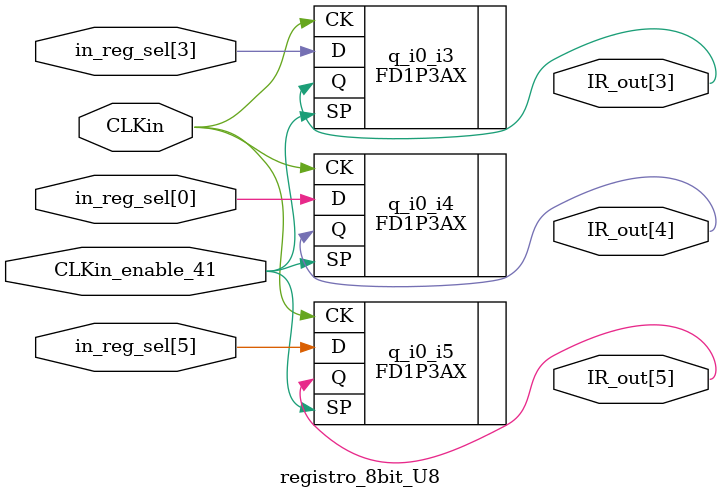
<source format=v>

module FLIP (CLK_in, reset, in0, in1, out0, out1, clk_en, led) /* synthesis syn_module_defined=1 */ ;   // c:/users/croci/onedrive/desktop/flip/flipga01/flip01_core.v(89[8:12])
    input CLK_in;   // c:/users/croci/onedrive/desktop/flip/flipga01/flip01_core.v(90[13:19])
    input reset;   // c:/users/croci/onedrive/desktop/flip/flipga01/flip01_core.v(91[16:21])
    input [7:0]in0;   // c:/users/croci/onedrive/desktop/flip/flipga01/flip01_core.v(95[19:22])
    input [7:0]in1;   // c:/users/croci/onedrive/desktop/flip/flipga01/flip01_core.v(96[19:22])
    output [7:0]out0;   // c:/users/croci/onedrive/desktop/flip/flipga01/flip01_core.v(97[20:24])
    output [7:0]out1;   // c:/users/croci/onedrive/desktop/flip/flipga01/flip01_core.v(98[20:24])
    output clk_en;   // c:/users/croci/onedrive/desktop/flip/flipga01/flip01_core.v(100[14:20])
    output [7:0]led;   // c:/users/croci/onedrive/desktop/flip/flipga01/flip01_core.v(101[20:23])
    
    wire clk /* synthesis is_clock=1, SET_AS_NETWORK=clk */ ;   // c:/users/croci/onedrive/desktop/flip/flipga01/flip01_core.v(115[7:10])
    wire CLKin /* synthesis SET_AS_NETWORK=CLKin, is_clock=1 */ ;   // c:/users/croci/onedrive/desktop/flip/flipga01/flip01_core.v(163[8:13])
    
    wire GND_net, VCC_net, CLK_in_c, reset_c, in0_c_7, in0_c_6, 
        in0_c_5, in0_c_4, in0_c_3, in0_c_2, in0_c_1, in0_c_0, out0_c_0, 
        n8561, n7700, out1_0_0, led_c_7, led_c_6, led_c_5, led_c_4, 
        led_c_3, led_c_2, led_c_1, led_c_0, n40;
    wire [39:0]control_signal;   // c:/users/croci/onedrive/desktop/flip/flipga01/flip01_core.v(111[14:28])
    
    wire n957;
    wire [7:0]bus_dati;   // c:/users/croci/onedrive/desktop/flip/flipga01/flip01_core.v(112[13:21])
    wire [7:0]MEM1_addr;   // c:/users/croci/onedrive/desktop/flip/flipga01/flip01_core.v(116[13:22])
    wire [7:0]MEM1_data;   // c:/users/croci/onedrive/desktop/flip/flipga01/flip01_core.v(117[13:22])
    wire [7:0]DR_in;   // c:/users/croci/onedrive/desktop/flip/flipga01/flip01_core.v(120[13:18])
    wire [7:0]DR_out;   // c:/users/croci/onedrive/desktop/flip/flipga01/flip01_core.v(121[13:19])
    wire [7:0]flag;   // c:/users/croci/onedrive/desktop/flip/flipga01/flip01_core.v(122[13:17])
    wire [7:0]flag_out;   // c:/users/croci/onedrive/desktop/flip/flipga01/flip01_core.v(123[13:21])
    wire [7:0]A_ALU;   // c:/users/croci/onedrive/desktop/flip/flipga01/flip01_core.v(124[13:18])
    wire [7:0]result_ALU;   // c:/users/croci/onedrive/desktop/flip/flipga01/flip01_core.v(125[13:23])
    wire [7:0]out_ALUout;   // c:/users/croci/onedrive/desktop/flip/flipga01/flip01_core.v(126[13:23])
    wire [7:0]out_MAR;   // c:/users/croci/onedrive/desktop/flip/flipga01/flip01_core.v(127[13:20])
    wire [7:0]in_adderPC;   // c:/users/croci/onedrive/desktop/flip/flipga01/flip01_core.v(129[13:23])
    wire [7:0]PC_bus;   // c:/users/croci/onedrive/desktop/flip/flipga01/flip01_core.v(131[13:19])
    wire [7:0]out_uPC;   // c:/users/croci/onedrive/desktop/flip/flipga01/flip01_core.v(133[13:20])
    wire [7:0]in1_mux2;   // c:/users/croci/onedrive/desktop/flip/flipga01/flip01_core.v(134[13:21])
    wire [7:0]in_uPC;   // c:/users/croci/onedrive/desktop/flip/flipga01/flip01_core.v(136[13:19])
    
    wire sel_mux2, sel_mux3, n951;
    wire [8:0]in_reg_sel;   // c:/users/croci/onedrive/desktop/flip/flipga01/flip01_core.v(143[13:23])
    
    wire AX_sel, BX_sel;
    wire [7:0]IR_out;   // c:/users/croci/onedrive/desktop/flip/flipga01/flip01_core.v(149[13:19])
    wire [7:0]AX_out;   // c:/users/croci/onedrive/desktop/flip/flipga01/flip01_core.v(151[13:19])
    
    wire int2, int4;
    wire [7:0]BX_out;   // c:/users/croci/onedrive/desktop/flip/flipga01/flip01_core.v(156[13:19])
    wire [7:0]out_adderPC;   // c:/users/croci/onedrive/desktop/flip/flipga01/flip01_core.v(315[7:18])
    
    wire ie_AX_N_9, out1_0__N_2, n7699, n955, n952, n1065, n1135, 
        n36, n954, n1109, n8527, n1161, n7698, n7966, n1050, 
        n3784;
    wire [7:0]data_out_7__N_68;
    
    wire n1160, n6358, n1153, n1159, n11;
    wire [8:0]Result_7__N_136;
    
    wire flag_2__N_245;
    wire [15:0]Result_7__N_160;
    
    wire n1057, n8510, n1158, n1071, n8507, n945, n8506, n1004, 
        n7697, n8532, n8531, n8559, n1162, n2073, n7306, n7696, 
        n8523, n76, n7695, n7694, n1116, n7, n7_adj_566, n1007, 
        n7_adj_567, n7_adj_568, n1056, n7693, n1048, n1002, n7_adj_569, 
        n7_adj_570, n7_adj_571, n7338, n1163, n7685, n8558, n1009, 
        n1011, n65, n7339, n8557, n7684, n7683, Q_N_404, n7682, 
        Q_N_404_adj_572, n1010, n7681, n9, n10, n11_adj_573, n13, 
        n14, n15, n24, n25, n26, n28, n30, n7357, n41, n42, 
        n43, n44, n7487, n8467, n3, n4, n6, n12, n14_adj_574, 
        n7969, n20, n1001, n1070, n7680, n1165, n7679, n1142, 
        n1166, n750, n1144, n1146, n1137, n14_adj_575, n953, n7678, 
        n7618, n8556, n10_adj_576, n11_adj_577, n7670, n7669, n7668, 
        n7715, n7667, n7714, n7713, n7666, n7712, n7665, n7664, 
        n7710, n7663, n7709, n7711, n7354, n9137, n9136, n8555, 
        n3712, n8554, n9132, n6657, n7377, n7374, n1154, n7655, 
        n7654, n7473, n7653, n7652, n7651, n7650, n7649, n7648, 
        n8425, n8416, n8415, n8414, n1164, n7724, n8912, n7640, 
        n3554, n7639, n7638, n7637, n8553, n7370, n1157, n2072, 
        n8522, n7636, n3943, n7635, n7725, n7634, n7356, n7505, 
        n3925, n3923, n7708, n7633, n3919, n8382, n8381, n4_adj_578, 
        n8552, n8524, n942, n7723, n8509, n9_adj_579, n14_adj_580, 
        n8360, n8359, n3650, n10_adj_581, n7727, n7728, n7729, 
        n6_adj_582, n7730, n7330, n8520, n7514, n33, n8551, n949, 
        n1044, n8550, n944, n1136, n7469, n1062, n946, n1000, 
        n947, n943, n1097, n1069, n98, n104, n87, n95, n15_adj_583, 
        n15_adj_584, n7625, CLKin_enable_62, CLKin_enable_18, n1012, 
        CLKin_enable_55, CLKin_enable_48, CLKin_enable_41, CLKin_enable_76, 
        CLKin_enable_29, CLKin_enable_69, CLKin_enable_25, n948, n1060, 
        n1061, n1058, n1059, n1052, n1051, n7331, n16, n7624, 
        n16_adj_585, n7623, n7622, n7621, n7620, n8648, n8647, 
        n8549, n8645, n26_adj_586, n7619, n8643, n8642, n8517, 
        n16_adj_587, n9134, n16_adj_588, n6409, n8629, n8627, n16_adj_589, 
        n37, n1139, n8625, n38, n1040, n956, n999, n8623, n1156, 
        n8622, n33_adj_590, n1003, n8621, n1013, n1152, n1006, 
        n1147, n1049, n47, n8618, n8548, n1041, n1043, n1063, 
        n8616, n1128, n1037, n1045, n1042, n8614, n1126, n1125, 
        n1066, n1046, n1047, n8612, n1068, n8610, n1067, n1038, 
        n1101, n1008, n1115, n1099, n1117, n1098, n1107, n1014, 
        n1138, n8526, n70, n1064, n1123, n1118, n7355, n8608, 
        n1096, n1104, n8607, n8606, n1095, n1106, n1103, n1121, 
        n8605, n1108, n1100, n1039, n8530, n1141, n1105, n8603, 
        n1134, n86, n8602, n1113, n8547, n8598, n8597, n1133, 
        n8546, n1145, n1122, n1102, n1094, n1127, n8595, n1140, 
        n6402, n1124, n1143, n1132, n1120, n950, n1119, n1151, 
        n1155, n1114, n7614, n8593, n8040, n8039, n1005, n8545, 
        n8544, n4_adj_591, n8543, n8036, n8542, n8587, n8, n8585, 
        n8584, n8582, n4_adj_592, n9135, n9133, n7726, n8528, 
        n8578, n28_adj_593, n7298, CLKin_enable_80, n8576, n8541, 
        n8540, n8529, n8574, n8573, n8572, n7288, n8571, n8570, 
        n8_adj_594, n8659, n10_adj_595, n8539, n8538, n8537, n4_adj_596, 
        n8569, n8536, n8535, n8534, n8568, n8177, n8566, n8565, 
        n8564, n8563, n8533, n8562, n7967;
    
    VHI i2 (.Z(VCC_net));
    LUT4 i1_3_lut_4_lut (.A(n8612), .B(n8607), .C(n8603), .D(n8598), 
         .Z(n28_adj_593)) /* synthesis lut_function=(!(A (B ((D)+!C)+!B (D))+!A (D))) */ ;
    defparam i1_3_lut_4_lut.init = 16'h00f7;
    GSR GSR_INST (.GSR(n2072));
    registro_8bit_U11 BX (.BX_out({BX_out}), .CLKin(CLKin), .CLKin_enable_25(CLKin_enable_25), 
            .n8544(n8544), .n8542(n8542), .\bus_dati[6] (bus_dati[6]), 
            .n8540(n8540), .n8539(n8539), .n8537(n8537), .n8538(n8538), 
            .n8543(n8543)) /* synthesis syn_module_defined=1 */ ;   // c:/users/croci/onedrive/desktop/flip/flipga01/flip01_core.v(476[16] 482[3])
    registro_8bit_U12 AX (.AX_out({AX_out}), .CLKin(CLKin), .CLKin_enable_29(CLKin_enable_29), 
            .n8544(n8544), .\bus_dati[6] (bus_dati[6]), .n8540(n8540), 
            .n8539(n8539), .n8542(n8542), .n8537(n8537), .n8538(n8538), 
            .n8543(n8543)) /* synthesis syn_module_defined=1 */ ;   // c:/users/croci/onedrive/desktop/flip/flipga01/flip01_core.v(456[16] 462[3])
    IB in0_pad_0 (.I(in0[0]), .O(in0_c_0));   // c:/users/croci/onedrive/desktop/flip/flipga01/flip01_core.v(95[19:22])
    IB in0_pad_1 (.I(in0[1]), .O(in0_c_1));   // c:/users/croci/onedrive/desktop/flip/flipga01/flip01_core.v(95[19:22])
    IB in0_pad_2 (.I(in0[2]), .O(in0_c_2));   // c:/users/croci/onedrive/desktop/flip/flipga01/flip01_core.v(95[19:22])
    IB in0_pad_3 (.I(in0[3]), .O(in0_c_3));   // c:/users/croci/onedrive/desktop/flip/flipga01/flip01_core.v(95[19:22])
    IB in0_pad_4 (.I(in0[4]), .O(in0_c_4));   // c:/users/croci/onedrive/desktop/flip/flipga01/flip01_core.v(95[19:22])
    IB in0_pad_5 (.I(in0[5]), .O(in0_c_5));   // c:/users/croci/onedrive/desktop/flip/flipga01/flip01_core.v(95[19:22])
    IB in0_pad_6 (.I(in0[6]), .O(in0_c_6));   // c:/users/croci/onedrive/desktop/flip/flipga01/flip01_core.v(95[19:22])
    IB in0_pad_7 (.I(in0[7]), .O(in0_c_7));   // c:/users/croci/onedrive/desktop/flip/flipga01/flip01_core.v(95[19:22])
    IB reset_pad (.I(reset), .O(reset_c));   // c:/users/croci/onedrive/desktop/flip/flipga01/flip01_core.v(91[16:21])
    IB CLK_in_pad (.I(CLK_in), .O(CLK_in_c));   // c:/users/croci/onedrive/desktop/flip/flipga01/flip01_core.v(90[13:19])
    OB led_pad_0 (.I(led_c_0), .O(led[0]));   // c:/users/croci/onedrive/desktop/flip/flipga01/flip01_core.v(101[20:23])
    OB led_pad_1 (.I(led_c_1), .O(led[1]));   // c:/users/croci/onedrive/desktop/flip/flipga01/flip01_core.v(101[20:23])
    OB led_pad_2 (.I(led_c_2), .O(led[2]));   // c:/users/croci/onedrive/desktop/flip/flipga01/flip01_core.v(101[20:23])
    OB led_pad_3 (.I(led_c_3), .O(led[3]));   // c:/users/croci/onedrive/desktop/flip/flipga01/flip01_core.v(101[20:23])
    OB led_pad_4 (.I(led_c_4), .O(led[4]));   // c:/users/croci/onedrive/desktop/flip/flipga01/flip01_core.v(101[20:23])
    OB led_pad_5 (.I(led_c_5), .O(led[5]));   // c:/users/croci/onedrive/desktop/flip/flipga01/flip01_core.v(101[20:23])
    OB led_pad_6 (.I(led_c_6), .O(led[6]));   // c:/users/croci/onedrive/desktop/flip/flipga01/flip01_core.v(101[20:23])
    OB led_pad_7 (.I(led_c_7), .O(led[7]));   // c:/users/croci/onedrive/desktop/flip/flipga01/flip01_core.v(101[20:23])
    OB clk_en_pad (.I(VCC_net), .O(clk_en));   // c:/users/croci/onedrive/desktop/flip/flipga01/flip01_core.v(100[14:20])
    OB out1_pad_0 (.I(out1_0_0), .O(out1[0]));   // c:/users/croci/onedrive/desktop/flip/flipga01/flip01_core.v(98[20:24])
    OB out1_pad_1 (.I(GND_net), .O(out1[1]));   // c:/users/croci/onedrive/desktop/flip/flipga01/flip01_core.v(98[20:24])
    OB out1_pad_2 (.I(GND_net), .O(out1[2]));   // c:/users/croci/onedrive/desktop/flip/flipga01/flip01_core.v(98[20:24])
    OB out1_pad_3 (.I(GND_net), .O(out1[3]));   // c:/users/croci/onedrive/desktop/flip/flipga01/flip01_core.v(98[20:24])
    OB out1_pad_4 (.I(GND_net), .O(out1[4]));   // c:/users/croci/onedrive/desktop/flip/flipga01/flip01_core.v(98[20:24])
    OB out1_pad_5 (.I(GND_net), .O(out1[5]));   // c:/users/croci/onedrive/desktop/flip/flipga01/flip01_core.v(98[20:24])
    OB out1_pad_6 (.I(GND_net), .O(out1[6]));   // c:/users/croci/onedrive/desktop/flip/flipga01/flip01_core.v(98[20:24])
    OB out1_pad_7 (.I(GND_net), .O(out1[7]));   // c:/users/croci/onedrive/desktop/flip/flipga01/flip01_core.v(98[20:24])
    OB out0_pad_0 (.I(out0_c_0), .O(out0[0]));   // c:/users/croci/onedrive/desktop/flip/flipga01/flip01_core.v(97[20:24])
    OB out0_pad_1 (.I(GND_net), .O(out0[1]));   // c:/users/croci/onedrive/desktop/flip/flipga01/flip01_core.v(97[20:24])
    OB out0_pad_2 (.I(GND_net), .O(out0[2]));   // c:/users/croci/onedrive/desktop/flip/flipga01/flip01_core.v(97[20:24])
    OB out0_pad_3 (.I(GND_net), .O(out0[3]));   // c:/users/croci/onedrive/desktop/flip/flipga01/flip01_core.v(97[20:24])
    OB out0_pad_4 (.I(GND_net), .O(out0[4]));   // c:/users/croci/onedrive/desktop/flip/flipga01/flip01_core.v(97[20:24])
    OB out0_pad_5 (.I(GND_net), .O(out0[5]));   // c:/users/croci/onedrive/desktop/flip/flipga01/flip01_core.v(97[20:24])
    OB out0_pad_6 (.I(GND_net), .O(out0[6]));   // c:/users/croci/onedrive/desktop/flip/flipga01/flip01_core.v(97[20:24])
    OB out0_pad_7 (.I(GND_net), .O(out0[7]));   // c:/users/croci/onedrive/desktop/flip/flipga01/flip01_core.v(97[20:24])
    mux_16x1 mux4 (.flag_out({flag_out}), .\control_signal[0] (control_signal[0]), 
            .n33(n33_adj_590), .\out_uPC[7] (out_uPC[7]), .n8467(n8467), 
            .n40(n40), .\control_signal[1] (control_signal[1]), .n10(n10_adj_581)) /* synthesis syn_module_defined=1 */ ;   // c:/users/croci/onedrive/desktop/flip/flipga01/flip01_core.v(405[11] 409[3])
    registro_8bit_U13 ALUout (.out_ALUout({out_ALUout}), .CLKin(CLKin), 
            .CLKin_enable_69(CLKin_enable_69), .\result_ALU[0] (result_ALU[0]), 
            .\flag[1] (flag[1]), .\result_ALU[6] (result_ALU[6]), .\result_ALU[5] (result_ALU[5]), 
            .\result_ALU[4] (result_ALU[4]), .\result_ALU[3] (result_ALU[3]), 
            .\result_ALU[2] (result_ALU[2]), .\result_ALU[1] (result_ALU[1])) /* synthesis syn_module_defined=1 */ ;   // c:/users/croci/onedrive/desktop/flip/flipga01/flip01_core.v(261[16] 267[3])
    LUT4 m1_lut (.Z(n9132)) /* synthesis lut_function=1, syn_instantiated=1 */ ;
    defparam m1_lut.init = 16'hffff;
    registro_8bit_U9 FLAG (.flag_out({flag_out}), .CLKin(CLKin), .CLKin_enable_76(CLKin_enable_76), 
            .\flag[0] (flag[0]), .\flag[7] (flag[7]), .\flag[6] (flag[6]), 
            .n8520(n8520), .\flag[4] (flag[4]), .\flag[3] (flag[3]), .\flag[2] (flag[2]), 
            .\flag[1] (flag[1])) /* synthesis syn_module_defined=1 */ ;   // c:/users/croci/onedrive/desktop/flip/flipga01/flip01_core.v(252[16] 258[3])
    MEM2_instructions MEM2 (.n8563(n8563), .n8562(n8562), .n8568(n8568), 
            .n750(n750), .n8561(n8561), .n8566(n8566), .n8565(n8565), 
            .n8564(n8564)) /* synthesis syn_module_defined=1 */ ;   // c:/users/croci/onedrive/desktop/flip/flipga01/flip01_core.v(414[20] 417[3])
    ROM_microcode ISA (.out_uPC({out_uPC}), .n86(n86), .n33(n33_adj_590), 
            .n37(n37), .n36(n36), .n8578(n8578), .A_ALU({A_ALU}), .n8544(n8544), 
            .n9(n9), .n8593(n8593), .n9137(n9137), .n9134(n9134), .n9133(n9133), 
            .n8605(n8605), .data_out_7__N_68({data_out_7__N_68}), .DR_out({DR_out}), 
            .MEM1_data({MEM1_data}), .n8602(n8602), .n8566(n8566), .n8552(n8552), 
            .\control_signal[6] (control_signal[6]), .clk(clk), .n2073(n2073), 
            .CLKin_enable_55(CLKin_enable_55), .n8517(n8517), .n14(n14_adj_580), 
            .n8608(n8608), .n3943(n3943), .n8177(n8177), .n8627(n8627), 
            .n8616(n8616), .n8606(n8606), .n11(n11_adj_577), .n8614(n8614), 
            .n8621(n8621), .n8595(n8595), .n3923(n3923), .\control_signal[5] (control_signal[5]), 
            .n98(n98), .n8603(n8603), .n8625(n8625), .n8647(n8647), 
            .n8612(n8612), .n8622(n8622), .n8629(n8629), .n750(n750), 
            .\in_reg_sel[0] (in_reg_sel[0]), .n47(n47), .n8645(n8645), 
            .\bus_dati[6] (bus_dati[6]), .n8541(n8541), .CLK_in_c(CLK_in_c), 
            .CLKin(CLKin), .n8543(n8543), .n7514(n7514), .n8587(n8587), 
            .n9135(n9135), .\control_signal[33] (control_signal[33]), .n7298(n7298), 
            .\control_signal[11] (control_signal[11]), .n70(n70), .n8574(n8574), 
            .n8584(n8584), .n7370(n7370), .n8648(n8648), .n8610(n8610), 
            .n8659(n8659), .n8623(n8623), .n15(n15_adj_584), .n3919(n3919), 
            .n7288(n7288), .n15_adj_29(n15_adj_583), .n9_adj_30(n9_adj_579), 
            .n11_adj_31(n11), .n8598(n8598), .n8585(n8585), .n8618(n8618), 
            .n38(n38), .n10(n10_adj_595), .n8(n8_adj_594), .n76(n76), 
            .n8642(n8642), .n40(n40), .\control_signal[2] (control_signal[2]), 
            .n3712(n3712), .n9136(n9136), .n4(n4), .n6(n6), .n12(n12), 
            .\control_signal[1] (control_signal[1]), .n7505(n7505), .n7469(n7469), 
            .\control_signal[28] (control_signal[28]), .\control_signal[26] (control_signal[26]), 
            .n8571(n8571), .n8576(n8576), .n3650(n3650), .\Result_7__N_160[8] (Result_7__N_160[8]), 
            .\Result_7__N_136[8] (Result_7__N_136[8]), .n7969(n7969), .n26(n26_adj_586), 
            .n4_adj_32(n4_adj_596), .n7614(n7614), .\Result_7__N_160[7] (Result_7__N_160[7]), 
            .n6402(n6402), .n8036(n8036), .n8039(n8039), .n8040(n8040), 
            .n8529(n8529), .n4_adj_33(n4_adj_591), .n8572(n8572), .n6657(n6657), 
            .n44(n44), .n8526(n8526), .n7356(n7356), .n8381(n8381), 
            .n43(n43), .n7354(n7354), .n8522(n8522), .n7338(n7338), 
            .n8506(n8506), .n14_adj_34(n14_adj_574), .n8359(n8359), .n30(n30), 
            .n7339(n7339), .n8425(n8425), .n8415(n8415), .n8416(n8416), 
            .n8643(n8643), .\control_signal[3] (control_signal[3]), .n87(n87), 
            .n15_adj_35(n15), .n6358(n6358), .n8528(n8528), .n6409(n6409), 
            .n42(n42), .n7357(n7357), .\BX_out[6] (BX_out[6]), .int4(int4), 
            .in0_c_6(in0_c_6), .int2(int2), .\out_ALUout[6] (out_ALUout[6]), 
            .\AX_out[6] (AX_out[6]), .n41(n41), .n7355(n7355), .n7966(n7966), 
            .n8597(n8597), .n7331(n7331), .n10_adj_36(n10), .n8527(n8527), 
            .n8_adj_37(n8), .n20(n20), .n7330(n7330), .n16(n16_adj_587), 
            .n3(n3), .n14_adj_38(n14), .n28(n28), .n8509(n8509), .n4_adj_39(n4_adj_592), 
            .n11_adj_40(n11_adj_573), .n10_adj_41(n10_adj_576), .n95(n95), 
            .n7377(n7377), .n13(n13), .n25(n25), .n8414(n8414), .n8524(n8524), 
            .n26_adj_42(n26), .n8382(n8382), .n8538(n8538), .n7374(n7374), 
            .n8510(n8510), .n16_adj_43(n16), .n7967(n7967), .n24(n24), 
            .n7473(n7473), .n14_adj_44(n14_adj_575), .n8537(n8537), .n16_adj_45(n16_adj_585), 
            .n8539(n8539), .n8507(n8507), .n8540(n8540), .n8360(n8360), 
            .\Result_7__N_136[7] (Result_7__N_136[7]), .n8542(n8542), .flag_2__N_245(flag_2__N_245), 
            .\DR_in[6] (DR_in[6]), .n16_adj_46(n16_adj_589), .n16_adj_47(n16_adj_588), 
            .\control_signal[0] (control_signal[0]), .n28_adj_48(n28_adj_593), 
            .\control_signal[32] (control_signal[32]), .n8573(n8573), .n7(n7_adj_566), 
            .n8551(n8551), .\control_signal[21] (control_signal[21]), .n7_adj_49(n7), 
            .n8550(n8550), .n8530(n8530), .n7_adj_50(n7_adj_570), .n8548(n8548), 
            .n8534(n8534), .n104(n104), .n7_adj_51(n7_adj_571), .n8549(n8549), 
            .n8535(n8535), .n65(n65), .n7_adj_52(n7_adj_567), .n8546(n8546), 
            .n8531(n8531), .n7_adj_53(n7_adj_568), .n8545(n8545), .n8532(n8532), 
            .n7_adj_54(n7_adj_569), .n8547(n8547), .n8533(n8533), .n8607(n8607), 
            .n3784(n3784), .CLKin_enable_41(CLKin_enable_41), .n8569(n8569), 
            .\in_reg_sel[3] (in_reg_sel[3]), .\in_reg_sel[5] (in_reg_sel[5])) /* synthesis syn_module_defined=1 */ ;   // c:/users/croci/onedrive/desktop/flip/flipga01/flip01_core.v(361[16] 364[3])
    ALU_8bit ALU (.n8360(n8360), .n8359(n8359), .\control_signal[6] (control_signal[6]), 
            .GND_net(GND_net), .n8543(n8543), .n8574(n8574), .A_ALU({A_ALU}), 
            .n8538(n8538), .n8597(n8597), .n8605(n8605), .\bus_dati[6] (bus_dati[6]), 
            .n8549(n8549), .n7(n7_adj_571), .n8547(n8547), .n7_adj_14(n7_adj_569), 
            .n8548(n8548), .n7_adj_15(n7_adj_570), .n8546(n8546), .n7_adj_16(n7_adj_567), 
            .n8545(n8545), .n7_adj_17(n7_adj_568), .\control_signal[5] (control_signal[5]), 
            .n3650(n3650), .n8551(n8551), .n7_adj_18(n7_adj_566), .n8550(n8550), 
            .n7_adj_19(n7), .n8544(n8544), .n8524(n8524), .n15(n15), 
            .n8531(n8531), .n8530(n8530), .n43(n43), .n8571(n8571), 
            .n8572(n8572), .n28(n28), .n8523(n8523), .n44(n44), .n7374(n7374), 
            .n25(n25), .n12(n12), .n20(n20), .n10(n10), .n8529(n8529), 
            .n24(n24), .n41(n41), .n42(n42), .n8520(n8520), .n8573(n8573), 
            .n95(n95), .\result_ALU[0] (result_ALU[0]), .n8535(n8535), 
            .n8541(n8541), .n13(n13), .n30(n30), .n8534(n8534), .n8533(n8533), 
            .n8532(n8532), .n8(n8), .n7306(n7306), .n7473(n7473), .n7487(n7487), 
            .\flag[4] (flag[4]), .n11(n11_adj_573), .n26(n26), .n8576(n8576), 
            .n104(n104), .n8537(n8537), .n87(n87), .n4(n4_adj_591), 
            .n8578(n8578), .n8522(n8522), .\result_ALU[1] (result_ALU[1]), 
            .n3784(n3784), .n3712(n3712), .n8621(n8621), .n37(n37), 
            .\flag[7] (flag[7]), .n9(n9), .\flag[6] (flag[6]), .n8509(n8509), 
            .n3(n3), .n8510(n8510), .n8507(n8507), .n8506(n8506), .n8528(n8528), 
            .n98(n98), .n7969(n7969), .n8036(n8036), .n10_adj_20(n10_adj_576), 
            .\flag[1] (flag[1]), .\result_ALU[6] (result_ALU[6]), .\Result_7__N_136[7] (Result_7__N_136[7]), 
            .\Result_7__N_160[7] (Result_7__N_160[7]), .\flag[0] (flag[0]), 
            .n26_adj_21(n26_adj_586), .n6657(n6657), .n7614(n7614), .n16(n16_adj_589), 
            .n6409(n6409), .\result_ALU[5] (result_ALU[5]), .n8040(n8040), 
            .\flag[3] (flag[3]), .n16_adj_22(n16_adj_588), .\Result_7__N_160[8] (Result_7__N_160[8]), 
            .n8542(n8542), .n8540(n8540), .n8539(n8539), .n7338(n7338), 
            .\Result_7__N_136[8] (Result_7__N_136[8]), .n7339(n7339), .n7355(n7355), 
            .\result_ALU[4] (result_ALU[4]), .n6358(n6358), .n7357(n7357), 
            .n16_adj_23(n16), .n8416(n8416), .n8039(n8039), .n7354(n7354), 
            .n16_adj_24(n16_adj_587), .n7331(n7331), .\result_ALU[3] (result_ALU[3]), 
            .n8414(n8414), .n8415(n8415), .n7356(n7356), .flag_2__N_245(flag_2__N_245), 
            .n16_adj_25(n16_adj_585), .n7330(n7330), .n7966(n7966), .n4_adj_26(n4), 
            .n7967(n7967), .\result_ALU[2] (result_ALU[2]), .n65(n65), 
            .n4_adj_27(n4_adj_596), .\flag[2] (flag[2]), .n6402(n6402), 
            .n8382(n8382), .n8381(n8381), .n6(n6), .n14(n14_adj_574), 
            .n38(n38), .n47(n47), .n14_adj_28(n14)) /* synthesis syn_module_defined=1 */ ;   // c:/users/croci/onedrive/desktop/flip/flipga01/flip01_core.v(240[11] 249[3])
    LUT4 i1_3_lut_4_lut_adj_198 (.A(n8612), .B(n8607), .C(n8598), .D(n8603), 
         .Z(n10_adj_595)) /* synthesis lut_function=(A (B (C+!(D))+!B (C))+!A (C)) */ ;
    defparam i1_3_lut_4_lut_adj_198.init = 16'hf0f8;
    registro_8bit_U14 ALUin (.A_ALU({A_ALU}), .CLKin(CLKin), .CLKin_enable_62(CLKin_enable_62), 
            .n8544(n8544), .n8542(n8542), .\bus_dati[6] (bus_dati[6]), 
            .n8540(n8540), .n8539(n8539), .n8537(n8537), .n8538(n8538), 
            .n8543(n8543)) /* synthesis syn_module_defined=1 */ ;   // c:/users/croci/onedrive/desktop/flip/flipga01/flip01_core.v(231[16] 237[3])
    registro_8bit_U10 DR (.DR_out({DR_out}), .CLKin(CLKin), .CLKin_enable_18(CLKin_enable_18), 
            .DR_in({DR_in})) /* synthesis syn_module_defined=1 */ ;   // c:/users/croci/onedrive/desktop/flip/flipga01/flip01_core.v(201[16] 207[3])
    LUT4 i101_4_lut (.A(out_uPC[7]), .B(CLKin_enable_80), .C(n7298), .D(n86), 
         .Z(CLKin_enable_69)) /* synthesis lut_function=(!(A ((C)+!B)+!A !(B ((D)+!C)))) */ ;   // c:/users/croci/onedrive/desktop/flip/flipga01/modules.v(283[18] 285[12])
    defparam i101_4_lut.init = 16'h4c0c;
    LUT4 i2_3_lut_4_lut (.A(n8543), .B(reset_c), .C(n3554), .D(n8544), 
         .Z(Q_N_404)) /* synthesis lut_function=(!(A+(B+(C+!(D))))) */ ;   // c:/users/croci/onedrive/desktop/flip/flipga01/flip01_core.v(514[10:28])
    defparam i2_3_lut_4_lut.init = 16'h0100;
    LUT4 BX_sel_I_0_28_4_lut (.A(BX_sel), .B(out_uPC[7]), .C(n3919), .D(n70), 
         .Z(int4)) /* synthesis lut_function=(!((B (C)+!B !((D)+!C))+!A)) */ ;   // c:/users/croci/onedrive/desktop/flip/flipga01/flip01_core.v(485[16:43])
    defparam BX_sel_I_0_28_4_lut.init = 16'h2a0a;
    LUT4 ie_AX_N_9_I_0_4_lut (.A(ie_AX_N_9), .B(n3943), .C(n36), .D(n8643), 
         .Z(int2)) /* synthesis lut_function=(!((B ((D)+!C))+!A)) */ ;   // c:/users/croci/onedrive/desktop/flip/flipga01/flip01_core.v(464[16:66])
    defparam ie_AX_N_9_I_0_4_lut.init = 16'h22a2;
    LUT4 i3_4_lut (.A(AX_sel), .B(n6_adj_582), .C(n8659), .D(n14_adj_580), 
         .Z(ie_AX_N_9)) /* synthesis lut_function=(A+(B+!(C+(D)))) */ ;
    defparam i3_4_lut.init = 16'heeef;
    LUT4 i2_4_lut (.A(n8642), .B(n7288), .C(n4_adj_592), .D(n7370), 
         .Z(n6_adj_582)) /* synthesis lut_function=(A ((C+!(D))+!B)+!A !(B (D))) */ ;
    defparam i2_4_lut.init = 16'hb3ff;
    LUT4 i1_4_lut (.A(CLKin_enable_80), .B(n8602), .C(n4_adj_578), .D(n8912), 
         .Z(CLKin_enable_48)) /* synthesis lut_function=(A (B (C)+!B (C+!(D)))) */ ;   // c:/users/croci/onedrive/desktop/flip/flipga01/modules.v(283[18] 285[12])
    defparam i1_4_lut.init = 16'ha0a2;
    LUT4 i1_4_lut_adj_199 (.A(n8618), .B(n28_adj_593), .C(n7505), .D(n8621), 
         .Z(n4_adj_578)) /* synthesis lut_function=(A (B+!(C+!(D)))+!A (B)) */ ;   // c:/users/croci/onedrive/desktop/flip/flipga01/modules.v(283[18] 285[12])
    defparam i1_4_lut_adj_199.init = 16'hcecc;
    LUT4 i113_4_lut (.A(out_uPC[7]), .B(CLKin_enable_80), .C(n7298), .D(n76), 
         .Z(CLKin_enable_76)) /* synthesis lut_function=(!(A ((C)+!B)+!A !(B ((D)+!C)))) */ ;   // c:/users/croci/onedrive/desktop/flip/flipga01/modules.v(283[18] 285[12])
    defparam i113_4_lut.init = 16'h4c0c;
    LUT4 i4275_4_lut (.A(in1_mux2[6]), .B(IR_out[4]), .C(sel_mux3), .D(sel_mux2), 
         .Z(in_uPC[6])) /* synthesis lut_function=(A (B (C+(D))+!B !(C+!(D)))+!A (B (C))) */ ;   // c:/users/croci/onedrive/desktop/flip/flipga01/flip01_core.v(138[7:15])
    defparam i4275_4_lut.init = 16'hcac0;
    sr_flip_flop flipflop2 (.Q_N_404(Q_N_404_adj_572), .out1_0__N_2(out1_0__N_2), 
            .n9132(n9132), .clk(clk), .out1_0_0(out1_0_0)) /* synthesis syn_module_defined=1 */ ;   // c:/users/croci/onedrive/desktop/flip/flipga01/flip01_core.v(519[15] 524[3])
    LUT4 i3_4_lut_adj_200 (.A(control_signal[3]), .B(control_signal[0]), 
         .C(control_signal[1]), .D(n40), .Z(sel_mux3)) /* synthesis lut_function=(A (B (C (D)))) */ ;   // c:/users/croci/onedrive/desktop/flip/flipga01/flip01_core.v(374[20:91])
    defparam i3_4_lut_adj_200.init = 16'h8000;
    LUT4 i4266_4_lut (.A(n8467), .B(n10_adj_581), .C(control_signal[3]), 
         .D(control_signal[2]), .Z(sel_mux2)) /* synthesis lut_function=(!(A (B (C (D))+!B (C))+!A (((D)+!C)+!B))) */ ;   // c:/users/croci/onedrive/desktop/flip/flipga01/flip01_core.v(111[14:28])
    defparam i4266_4_lut.init = 16'h0aca;
    LUT4 i2_4_lut_adj_201 (.A(CLKin_enable_80), .B(n8517), .C(ie_AX_N_9), 
         .D(n7469), .Z(CLKin_enable_29)) /* synthesis lut_function=(A (B (C)+!B !((D)+!C))) */ ;   // c:/users/croci/onedrive/desktop/flip/flipga01/modules.v(283[18] 285[12])
    defparam i2_4_lut_adj_201.init = 16'h80a0;
    buffer_tristate8bit_U3 buffer1 (.n8561(n8561), .n8570(n8570), .n1011(n1011), 
            .n1003(n1003), .n7667(n7667), .n1144(n1144), .n1136(n1136), 
            .n7666(n7666), .n1049(n1049), .n1041(n1041), .n7665(n7665), 
            .n1071(n1071), .n1063(n1063), .n7619(n7619), .n957(n957), 
            .n949(n949), .n7618(n7618), .n1159(n1159), .n1151(n1151), 
            .n7730(n7730), .n1102(n1102), .n1094(n1094), .n7729(n7729), 
            .n1121(n1121), .n1113(n1113), .n7728(n7728), .n1007(n1007), 
            .n999(n999), .n7727(n7727), .n1140(n1140), .n1132(n1132), 
            .n7726(n7726), .n1045(n1045), .n1037(n1037), .n7725(n7725), 
            .n1064(n1064), .n1056(n1056), .n7724(n7724), .n950(n950), 
            .n942(n942), .n7723(n7723), .n1160(n1160), .n1152(n1152), 
            .n7715(n7715), .n1103(n1103), .n1095(n1095), .n7714(n7714), 
            .n1122(n1122), .n1114(n1114), .n7713(n7713), .n1008(n1008), 
            .n1000(n1000), .n7712(n7712), .n1141(n1141), .n1133(n1133), 
            .n7711(n7711), .n1046(n1046), .n1038(n1038), .n7710(n7710), 
            .n8565(n8565), .n8554(n8554), .n8556(n8556), .n3925(n3925), 
            .n1068(n1068), .n1060(n1060), .n7664(n7664), .n952(n952), 
            .n944(n944), .n7693(n7693), .n1105(n1105), .n1097(n1097), 
            .n7684(n7684), .n1162(n1162), .n1154(n1154), .n7685(n7685), 
            .n1067(n1067), .n1059(n1059), .n7679(n7679), .n953(n953), 
            .n945(n945), .n7678(n7678), .n1163(n1163), .n1155(n1155), 
            .n7670(n7670), .n1106(n1106), .n1098(n1098), .n7669(n7669), 
            .n1125(n1125), .n1117(n1117), .n7668(n7668), .n1124(n1124), 
            .n1116(n1116), .n7683(n7683), .n1010(n1010), .n1002(n1002), 
            .n7682(n7682), .n1143(n1143), .n1135(n1135), .n7681(n7681), 
            .n1048(n1048), .n1040(n1040), .n7680(n7680), .n954(n954), 
            .n946(n946), .n7663(n7663), .n1164(n1164), .n1156(n1156), 
            .n7655(n7655), .n1107(n1107), .n1099(n1099), .n7654(n7654), 
            .n1126(n1126), .n1118(n1118), .n7653(n7653), .n951(n951), 
            .n943(n943), .n7708(n7708), .n1065(n1065), .n1057(n1057), 
            .n7709(n7709), .n1012(n1012), .n1004(n1004), .n7652(n7652), 
            .n1145(n1145), .n1137(n1137), .n7651(n7651), .n1050(n1050), 
            .n1042(n1042), .n7650(n7650), .n1161(n1161), .n1153(n1153), 
            .n7700(n7700), .n1104(n1104), .n1096(n1096), .n7699(n7699), 
            .n1123(n1123), .n1115(n1115), .n7698(n7698), .n1009(n1009), 
            .n1001(n1001), .n7697(n7697), .n1069(n1069), .n1061(n1061), 
            .n7649(n7649), .n955(n955), .n947(n947), .n7648(n7648), 
            .n1165(n1165), .n1157(n1157), .n7640(n7640), .n1108(n1108), 
            .n1100(n1100), .n7639(n7639), .n1127(n1127), .n1119(n1119), 
            .n7638(n7638), .n1013(n1013), .n1005(n1005), .n7637(n7637), 
            .n1146(n1146), .n1138(n1138), .n7636(n7636), .n1051(n1051), 
            .n1043(n1043), .n7635(n7635), .n1070(n1070), .n1062(n1062), 
            .n7634(n7634), .n956(n956), .n948(n948), .n7633(n7633), 
            .n1142(n1142), .n1134(n1134), .n7696(n7696), .n1047(n1047), 
            .n1039(n1039), .n7695(n7695), .n1166(n1166), .n1158(n1158), 
            .n7625(n7625), .n1109(n1109), .n1101(n1101), .n7624(n7624), 
            .n1128(n1128), .n1120(n1120), .n7623(n7623), .n1014(n1014), 
            .n1006(n1006), .n7622(n7622), .n1147(n1147), .n1139(n1139), 
            .n7621(n7621), .n1052(n1052), .n1044(n1044), .n7620(n7620), 
            .n1066(n1066), .n1058(n1058), .n7694(n7694)) /* synthesis syn_module_defined=1 */ ;   // c:/users/croci/onedrive/desktop/flip/flipga01/flip01_core.v(183[22] 187[3])
    LUT4 i1_2_lut_rep_176_3_lut_4_lut (.A(n3923), .B(n8584), .C(n8568), 
         .D(n8561), .Z(n8553)) /* synthesis lut_function=(!(A (B+!(C (D)))+!A !(C (D)))) */ ;
    defparam i1_2_lut_rep_176_3_lut_4_lut.init = 16'h7000;
    LUT4 i1_4_lut_adj_202 (.A(CLKin_enable_80), .B(BX_sel), .C(control_signal[28]), 
         .D(control_signal[26]), .Z(CLKin_enable_25)) /* synthesis lut_function=(A (B (C)+!B (C (D)))) */ ;   // c:/users/croci/onedrive/desktop/flip/flipga01/modules.v(283[18] 285[12])
    defparam i1_4_lut_adj_202.init = 16'ha080;
    adder_8bit_U5 adderPC (.GND_net(GND_net), .in_adderPC({in_adderPC}), 
            .out_adderPC({out_adderPC})) /* synthesis syn_module_defined=1 */ ;   // c:/users/croci/onedrive/desktop/flip/flipga01/flip01_core.v(323[13] 328[3])
    registro_8bit_U6 PC (.in_adderPC({in_adderPC}), .CLKin(CLKin), .CLKin_enable_48(CLKin_enable_48), 
            .PC_bus({PC_bus})) /* synthesis syn_module_defined=1 */ ;   // c:/users/croci/onedrive/desktop/flip/flipga01/flip01_core.v(331[16] 337[3])
    LUT4 i129_4_lut (.A(n3923), .B(CLKin_enable_80), .C(out_uPC[2]), .D(n7514), 
         .Z(CLKin_enable_18)) /* synthesis lut_function=(!(A (((D)+!C)+!B)+!A !(B))) */ ;   // c:/users/croci/onedrive/desktop/flip/flipga01/modules.v(283[18] 285[12])
    defparam i129_4_lut.init = 16'h44c4;
    buffer_tristate8bit_U2 bufferPC2 (.n8569(n8569), .n8585(n8585), .n8(n8_adj_594), 
            .out_adderPC({out_adderPC}), .PC_bus({PC_bus}), .n8565(n8565), 
            .n8566(n8566), .n8568(n8568), .n8561(n8561), .n8564(n8564), 
            .n8563(n8563), .n8562(n8562)) /* synthesis syn_module_defined=1 */ ;   // c:/users/croci/onedrive/desktop/flip/flipga01/flip01_core.v(314[22] 318[3])
    LUT4 out1_ff_1__I_0_4_lut (.A(n8569), .B(reset_c), .C(n8543), .D(n15_adj_583), 
         .Z(out1_0__N_2)) /* synthesis lut_function=(A (B+!((D)+!C))+!A (B)) */ ;   // c:/users/croci/onedrive/desktop/flip/flipga01/flip01_core.v(522[10:28])
    defparam out1_ff_1__I_0_4_lut.init = 16'hccec;
    clock_divider clk_div (.clk(clk), .CLKin(CLKin), .GND_net(GND_net), 
            .n2073(n2073)) /* synthesis syn_module_defined=1 */ ;   // c:/users/croci/onedrive/desktop/flip/flipga01/flip01_core.v(167[16] 171[3])
    LUT4 i1425_1_lut (.A(reset_c), .Z(n2072)) /* synthesis lut_function=(!(A)) */ ;   // c:/users/croci/onedrive/desktop/flip/flipga01/flip01_core.v(91[16:21])
    defparam i1425_1_lut.init = 16'h5555;
    VLO i1 (.Z(GND_net));
    TSALL TSALL_INST (.TSALL(GND_net));
    PUR PUR_INST (.PUR(VCC_net));
    defparam PUR_INST.RST_PULSE = 1;
    mux_2x1_8bit mux3 (.\in1_mux2[5] (in1_mux2[5]), .\IR_out[5] (IR_out[5]), 
            .sel_mux3(sel_mux3), .sel_mux2(sel_mux2), .\in_uPC[5] (in_uPC[5]), 
            .\in1_mux2[4] (in1_mux2[4]), .\IR_out[4] (IR_out[4]), .\in_uPC[4] (in_uPC[4]), 
            .\in1_mux2[3] (in1_mux2[3]), .\IR_out[3] (IR_out[3]), .\in_uPC[3] (in_uPC[3]), 
            .\in1_mux2[1] (in1_mux2[1]), .\in_uPC[1] (in_uPC[1]), .\in1_mux2[0] (in1_mux2[0]), 
            .\in_uPC[0] (in_uPC[0])) /* synthesis syn_module_defined=1 */ ;   // c:/users/croci/onedrive/desktop/flip/flipga01/flip01_core.v(377[15] 382[3])
    LUT4 i7245_2_lut_rep_200 (.A(clk), .B(n2073), .Z(CLKin_enable_80)) /* synthesis lut_function=(!(A+!(B))) */ ;   // c:/users/croci/onedrive/desktop/flip/flipga01/modules.v(283[18] 285[12])
    defparam i7245_2_lut_rep_200.init = 16'h4444;
    LUT4 i7239_2_lut_2_lut_3_lut_4_lut (.A(clk), .B(n2073), .C(n3943), 
         .D(n8587), .Z(CLKin_enable_62)) /* synthesis lut_function=(!(A+((C (D))+!B))) */ ;   // c:/users/croci/onedrive/desktop/flip/flipga01/modules.v(283[18] 285[12])
    defparam i7239_2_lut_2_lut_3_lut_4_lut.init = 16'h0444;
    register_select register_select (.BX_sel(BX_sel), .clk(clk), .\in_reg_sel[0] (in_reg_sel[0]), 
            .n750(n750), .AX_sel(AX_sel)) /* synthesis syn_module_defined=1 */ ;   // c:/users/croci/onedrive/desktop/flip/flipga01/flip01_core.v(427[18] 433[3])
    LUT4 i7251_2_lut_3_lut_4_lut (.A(clk), .B(n2073), .C(sel_mux2), .D(sel_mux3), 
         .Z(n33)) /* synthesis lut_function=(!(A+!(B ((D)+!C)))) */ ;   // c:/users/croci/onedrive/desktop/flip/flipga01/modules.v(283[18] 285[12])
    defparam i7251_2_lut_3_lut_4_lut.init = 16'h4404;
    registro_8bit uPC_c (.out_uPC({out_uPC}), .CLKin(CLKin), .CLKin_enable_80(CLKin_enable_80), 
            .\in_uPC[0] (in_uPC[0]), .n33(n33), .\in1_mux2[2] (in1_mux2[2]), 
            .\in1_mux2[7] (in1_mux2[7]), .\in_uPC[1] (in_uPC[1]), .n9133(n9133), 
            .\in_uPC[6] (in_uPC[6]), .\in_uPC[5] (in_uPC[5]), .\in_uPC[4] (in_uPC[4]), 
            .\in_uPC[3] (in_uPC[3]), .n9137(n9137), .n9136(n9136), .n9134(n9134), 
            .n9135(n9135)) /* synthesis syn_module_defined=1 */ ;   // c:/users/croci/onedrive/desktop/flip/flipga01/flip01_core.v(385[16] 391[3])
    LUT4 BX_out_7__I_0_i1_1_lut (.A(BX_out[0]), .Z(led_c_0)) /* synthesis lut_function=(!(A)) */ ;   // c:/users/croci/onedrive/desktop/flip/flipga01/flip01_core.v(109[15:22])
    defparam BX_out_7__I_0_i1_1_lut.init = 16'h5555;
    LUT4 BX_out_7__I_0_i2_1_lut (.A(BX_out[1]), .Z(led_c_1)) /* synthesis lut_function=(!(A)) */ ;   // c:/users/croci/onedrive/desktop/flip/flipga01/flip01_core.v(109[15:22])
    defparam BX_out_7__I_0_i2_1_lut.init = 16'h5555;
    LUT4 BX_out_7__I_0_i3_1_lut (.A(BX_out[2]), .Z(led_c_2)) /* synthesis lut_function=(!(A)) */ ;   // c:/users/croci/onedrive/desktop/flip/flipga01/flip01_core.v(109[15:22])
    defparam BX_out_7__I_0_i3_1_lut.init = 16'h5555;
    LUT4 BX_out_7__I_0_i4_1_lut (.A(BX_out[3]), .Z(led_c_3)) /* synthesis lut_function=(!(A)) */ ;   // c:/users/croci/onedrive/desktop/flip/flipga01/flip01_core.v(109[15:22])
    defparam BX_out_7__I_0_i4_1_lut.init = 16'h5555;
    LUT4 BX_out_7__I_0_i5_1_lut (.A(BX_out[4]), .Z(led_c_4)) /* synthesis lut_function=(!(A)) */ ;   // c:/users/croci/onedrive/desktop/flip/flipga01/flip01_core.v(109[15:22])
    defparam BX_out_7__I_0_i5_1_lut.init = 16'h5555;
    LUT4 BX_out_7__I_0_i6_1_lut (.A(BX_out[5]), .Z(led_c_5)) /* synthesis lut_function=(!(A)) */ ;   // c:/users/croci/onedrive/desktop/flip/flipga01/flip01_core.v(109[15:22])
    defparam BX_out_7__I_0_i6_1_lut.init = 16'h5555;
    LUT4 BX_out_7__I_0_i7_1_lut (.A(BX_out[6]), .Z(led_c_6)) /* synthesis lut_function=(!(A)) */ ;   // c:/users/croci/onedrive/desktop/flip/flipga01/flip01_core.v(109[15:22])
    defparam BX_out_7__I_0_i7_1_lut.init = 16'h5555;
    LUT4 BX_out_7__I_0_i8_1_lut (.A(BX_out[7]), .Z(led_c_7)) /* synthesis lut_function=(!(A)) */ ;   // c:/users/croci/onedrive/desktop/flip/flipga01/flip01_core.v(109[15:22])
    defparam BX_out_7__I_0_i8_1_lut.init = 16'h5555;
    sr_flip_flop_U1 flipflop1 (.clk(clk), .Q_N_404(Q_N_404), .n8536(n8536), 
            .n9132(n9132), .out0_c_0(out0_c_0)) /* synthesis syn_module_defined=1 */ ;   // c:/users/croci/onedrive/desktop/flip/flipga01/flip01_core.v(511[15] 516[3])
    controllerIO controllerIO (.n9(n9_adj_579), .n8544(n8544), .reset_c(reset_c), 
            .Q_N_404(Q_N_404_adj_572), .out_uPC({out_uPC}), .n9133(n9133), 
            .n8648(n8648), .n8912(n8912), .n8425(n8425), .n8645(n8645), 
            .n8622(n8622), .n8627(n8627), .n8629(n8629), .n8582(n8582), 
            .n3923(n3923), .n8605(n8605), .n8570(n8570), .n8614(n8614), 
            .n14(n14_adj_575), .n9136(n9136), .n9135(n9135), .n8595(n8595), 
            .n9137(n9137), .n9134(n9134), .n8623(n8623), .n8177(n8177), 
            .n8625(n8625), .n8593(n8593), .n8602(n8602), .n8607(n8607), 
            .n11(n11), .n8616(n8616), .n7377(n7377), .n8603(n8603), 
            .n11_adj_7(n11_adj_577), .n8647(n8647), .n8608(n8608), .n8610(n8610), 
            .n8606(n8606), .\out_ALUout[1] (out_ALUout[1]), .\BX_out[1] (BX_out[1]), 
            .\control_signal[11] (control_signal[11]), .int4(int4), .n7(n7), 
            .n8545(n8545), .n7_adj_8(n7_adj_568), .\data_out_7__N_68[3] (data_out_7__N_68[3]), 
            .\DR_in[3] (DR_in[3]), .n104(n104), .n8526(n8526), .n8538(n8538), 
            .n8522(n8522), .n8546(n8546), .n7_adj_9(n7_adj_567), .n8543(n8543), 
            .n8527(n8527), .\data_out_7__N_68[2] (data_out_7__N_68[2]), 
            .\DR_in[2] (DR_in[2]), .n8578(n8578), .n7306(n7306), .n8547(n8547), 
            .n7_adj_10(n7_adj_569), .\data_out_7__N_68[4] (data_out_7__N_68[4]), 
            .\DR_in[4] (DR_in[4]), .in0_c_0(in0_c_0), .\DR_out[0] (DR_out[0]), 
            .n15(n15_adj_584), .\control_signal[33] (control_signal[33]), 
            .n8548(n8548), .n7_adj_11(n7_adj_570), .\data_out_7__N_68[5] (data_out_7__N_68[5]), 
            .\DR_in[5] (DR_in[5]), .\out_ALUout[0] (out_ALUout[0]), .\BX_out[0] (BX_out[0]), 
            .n7_adj_12(n7_adj_566), .n8549(n8549), .n7_adj_13(n7_adj_571), 
            .\data_out_7__N_68[7] (data_out_7__N_68[7]), .\DR_in[7] (DR_in[7]), 
            .n8550(n8550), .n8569(n8569), .\data_out_7__N_68[1] (data_out_7__N_68[1]), 
            .\DR_in[1] (DR_in[1]), .n8523(n8523), .\A_ALU[7] (A_ALU[7]), 
            .n7487(n7487), .n3554(n3554), .n8536(n8536), .n8551(n8551), 
            .\data_out_7__N_68[0] (data_out_7__N_68[0]), .\DR_in[0] (DR_in[0]), 
            .n8528(n8528), .\AX_out[3] (AX_out[3]), .int2(int2), .n8537(n8537), 
            .\AX_out[2] (AX_out[2]), .\AX_out[4] (AX_out[4]), .n8539(n8539), 
            .\AX_out[5] (AX_out[5]), .n8540(n8540), .\AX_out[7] (AX_out[7]), 
            .n8542(n8542), .\AX_out[1] (AX_out[1]), .\AX_out[0] (AX_out[0]), 
            .in0_c_7(in0_c_7), .\DR_out[7] (DR_out[7]), .in0_c_1(in0_c_1), 
            .\DR_out[1] (DR_out[1]), .\out_ALUout[7] (out_ALUout[7]), .\BX_out[7] (BX_out[7]), 
            .in0_c_5(in0_c_5), .\DR_out[5] (DR_out[5]), .\out_ALUout[5] (out_ALUout[5]), 
            .\BX_out[5] (BX_out[5]), .in0_c_4(in0_c_4), .\DR_out[4] (DR_out[4]), 
            .\out_ALUout[4] (out_ALUout[4]), .\BX_out[4] (BX_out[4]), .in0_c_2(in0_c_2), 
            .\DR_out[2] (DR_out[2]), .\out_ALUout[2] (out_ALUout[2]), .\BX_out[2] (BX_out[2]), 
            .in0_c_3(in0_c_3), .\DR_out[3] (DR_out[3]), .\out_ALUout[3] (out_ALUout[3]), 
            .\BX_out[3] (BX_out[3])) /* synthesis syn_module_defined=1 */ ;   // c:/users/croci/onedrive/desktop/flip/flipga01/flip01_core.v(499[15] 508[3])
    MEM1_data MEM1 (.\MEM1_addr[0] (MEM1_addr[0]), .\MEM1_addr[1] (MEM1_addr[1]), 
            .\MEM1_addr[2] (MEM1_addr[2]), .\MEM1_addr[3] (MEM1_addr[3]), 
            .MEM1_data({MEM1_data}), .n942(n942), .n943(n943), .n944(n944), 
            .n945(n945), .clk(clk), .n3925(n3925), .n946(n946), .n947(n947), 
            .n948(n948), .n949(n949), .n7654(n7654), .n7655(n7655), 
            .n8559(n8559), .n7663(n7663), .n7664(n7664), .n7665(n7665), 
            .n7666(n7666), .n7667(n7667), .n7668(n7668), .n7669(n7669), 
            .n7670(n7670), .n7678(n7678), .n7679(n7679), .n7708(n7708), 
            .n7709(n7709), .n7680(n7680), .n7681(n7681), .n7682(n7682), 
            .n7683(n7683), .n7684(n7684), .n7685(n7685), .n1159(n1159), 
            .n1160(n1160), .n1161(n1161), .n1162(n1162), .n1140(n1140), 
            .n1141(n1141), .n1142(n1142), .n1143(n1143), .n1121(n1121), 
            .n1122(n1122), .n1123(n1123), .n1124(n1124), .n1102(n1102), 
            .n1103(n1103), .n1104(n1104), .n1105(n1105), .n1151(n1151), 
            .n1152(n1152), .n1153(n1153), .n1154(n1154), .n1064(n1064), 
            .n1065(n1065), .n1066(n1066), .n1067(n1067), .n1045(n1045), 
            .n1046(n1046), .n1047(n1047), .n1048(n1048), .n1132(n1132), 
            .n1133(n1133), .n1134(n1134), .n1135(n1135), .n1007(n1007), 
            .n1008(n1008), .n1009(n1009), .n1010(n1010), .n1113(n1113), 
            .n1114(n1114), .n1115(n1115), .n1116(n1116), .n1094(n1094), 
            .n1095(n1095), .n1096(n1096), .n1097(n1097), .n950(n950), 
            .n951(n951), .n952(n952), .n953(n953), .n1056(n1056), .n1057(n1057), 
            .n1058(n1058), .n1059(n1059), .n1037(n1037), .n1038(n1038), 
            .n1039(n1039), .n1040(n1040), .n999(n999), .n1000(n1000), 
            .n1001(n1001), .n1002(n1002), .n1003(n1003), .n1004(n1004), 
            .n1005(n1005), .n1006(n1006), .n1136(n1136), .n1137(n1137), 
            .n1138(n1138), .n1139(n1139), .n8554(n8554), .n8558(n8558), 
            .n8584(n8584), .n8557(n8557), .n8566(n8566), .n1125(n1125), 
            .n1126(n1126), .n1127(n1127), .n1128(n1128), .n1098(n1098), 
            .n1099(n1099), .n1100(n1100), .n1101(n1101), .n8555(n8555), 
            .n8552(n8552), .n8556(n8556), .n1068(n1068), .n1069(n1069), 
            .n1070(n1070), .n1071(n1071), .n1106(n1106), .n1107(n1107), 
            .n1108(n1108), .n1109(n1109), .n1011(n1011), .n1012(n1012), 
            .n1013(n1013), .n1014(n1014), .n1060(n1060), .n1061(n1061), 
            .n1062(n1062), .n1063(n1063), .n1163(n1163), .n1164(n1164), 
            .n1165(n1165), .n1166(n1166), .n1049(n1049), .n1050(n1050), 
            .n1051(n1051), .n1052(n1052), .n954(n954), .n955(n955), 
            .n956(n956), .n957(n957), .n1041(n1041), .n1042(n1042), 
            .n1043(n1043), .n1044(n1044), .n1155(n1155), .n1156(n1156), 
            .n1157(n1157), .n1158(n1158), .n1117(n1117), .n1118(n1118), 
            .n1119(n1119), .n1120(n1120), .n1144(n1144), .n1145(n1145), 
            .n1146(n1146), .n1147(n1147), .n8553(n8553), .n8568(n8568), 
            .data_out_7__N_68({data_out_7__N_68}), .n7710(n7710), .n7711(n7711), 
            .n7712(n7712), .n7713(n7713), .n7714(n7714), .n7715(n7715), 
            .n7723(n7723), .n7724(n7724), .n7725(n7725), .n7726(n7726), 
            .n7727(n7727), .n7728(n7728), .n7729(n7729), .n7730(n7730), 
            .n7618(n7618), .n7619(n7619), .n7693(n7693), .n7694(n7694), 
            .n7620(n7620), .n7621(n7621), .n7622(n7622), .n7623(n7623), 
            .n7624(n7624), .n7625(n7625), .n7695(n7695), .n7696(n7696), 
            .n7633(n7633), .n7634(n7634), .n7635(n7635), .n7636(n7636), 
            .n7637(n7637), .n7638(n7638), .n7639(n7639), .n7640(n7640), 
            .n7648(n7648), .n7649(n7649), .n7697(n7697), .n7698(n7698), 
            .n7699(n7699), .n7700(n7700), .n7650(n7650), .n7651(n7651), 
            .n7652(n7652), .n7653(n7653)) /* synthesis syn_module_defined=1 */ ;   // c:/users/croci/onedrive/desktop/flip/flipga01/flip01_core.v(174[12] 180[3])
    adder_8bit adderuPC (.out_uPC({out_uPC}), .GND_net(GND_net), .in1_mux2({in1_mux2})) /* synthesis syn_module_defined=1 */ ;   // c:/users/croci/onedrive/desktop/flip/flipga01/flip01_core.v(394[13] 399[3])
    registro_8bit_U7 MAR (.out_MAR({out_MAR}), .CLKin(CLKin), .CLKin_enable_55(CLKin_enable_55), 
            .n8569(n8569), .n8565(n8565), .n8566(n8566), .n8568(n8568), 
            .n8561(n8561), .n8564(n8564), .n8563(n8563), .n8562(n8562)) /* synthesis syn_module_defined=1 */ ;   // c:/users/croci/onedrive/desktop/flip/flipga01/flip01_core.v(277[16] 283[3])
    buffer_tristate8bit_U4 buffer11 (.in_adderPC({in_adderPC}), .DR_out({DR_out}), 
            .n8582(n8582), .\control_signal[32] (control_signal[32]), .out_MAR({out_MAR}), 
            .\control_signal[21] (control_signal[21]), .n8561(n8561), .n8568(n8568), 
            .n8554(n8554), .n8570(n8570), .n8555(n8555), .n8562(n8562), 
            .\MEM1_addr[1] (MEM1_addr[1]), .n8563(n8563), .\MEM1_addr[2] (MEM1_addr[2]), 
            .n8564(n8564), .\MEM1_addr[3] (MEM1_addr[3]), .n8565(n8565), 
            .n8558(n8558), .n8566(n8566), .n8557(n8557), .n8584(n8584), 
            .n8556(n8556), .n8559(n8559), .n8569(n8569), .\MEM1_addr[0] (MEM1_addr[0]), 
            .n15(n15_adj_583), .n3554(n3554)) /* synthesis syn_module_defined=1 */ ;   // c:/users/croci/onedrive/desktop/flip/flipga01/flip01_core.v(354[22] 358[3])
    registro_8bit_U8 IR (.\IR_out[5] (IR_out[5]), .CLKin(CLKin), .CLKin_enable_41(CLKin_enable_41), 
            .\in_reg_sel[5] (in_reg_sel[5]), .\IR_out[4] (IR_out[4]), .\in_reg_sel[0] (in_reg_sel[0]), 
            .\IR_out[3] (IR_out[3]), .\in_reg_sel[3] (in_reg_sel[3])) /* synthesis syn_module_defined=1 */ ;   // c:/users/croci/onedrive/desktop/flip/flipga01/flip01_core.v(444[16] 450[3])
    
endmodule
//
// Verilog Description of module registro_8bit_U11
//

module registro_8bit_U11 (BX_out, CLKin, CLKin_enable_25, n8544, n8542, 
            \bus_dati[6] , n8540, n8539, n8537, n8538, n8543) /* synthesis syn_module_defined=1 */ ;
    output [7:0]BX_out;
    input CLKin;
    input CLKin_enable_25;
    input n8544;
    input n8542;
    input \bus_dati[6] ;
    input n8540;
    input n8539;
    input n8537;
    input n8538;
    input n8543;
    
    wire CLKin /* synthesis SET_AS_NETWORK=CLKin, is_clock=1 */ ;   // c:/users/croci/onedrive/desktop/flip/flipga01/flip01_core.v(163[8:13])
    
    FD1P3AX q_i0_i0 (.D(n8544), .SP(CLKin_enable_25), .CK(CLKin), .Q(BX_out[0])) /* synthesis LSE_LINE_FILE_ID=3, LSE_LCOL=16, LSE_RCOL=3, LSE_LLINE=476, LSE_RLINE=482 */ ;   // c:/users/croci/onedrive/desktop/flip/flipga01/modules.v(283[18] 285[12])
    defparam q_i0_i0.GSR = "ENABLED";
    FD1P3AX q_i0_i7 (.D(n8542), .SP(CLKin_enable_25), .CK(CLKin), .Q(BX_out[7])) /* synthesis LSE_LINE_FILE_ID=3, LSE_LCOL=16, LSE_RCOL=3, LSE_LLINE=476, LSE_RLINE=482 */ ;   // c:/users/croci/onedrive/desktop/flip/flipga01/modules.v(283[18] 285[12])
    defparam q_i0_i7.GSR = "ENABLED";
    FD1P3AX q_i0_i6 (.D(\bus_dati[6] ), .SP(CLKin_enable_25), .CK(CLKin), 
            .Q(BX_out[6])) /* synthesis LSE_LINE_FILE_ID=3, LSE_LCOL=16, LSE_RCOL=3, LSE_LLINE=476, LSE_RLINE=482 */ ;   // c:/users/croci/onedrive/desktop/flip/flipga01/modules.v(283[18] 285[12])
    defparam q_i0_i6.GSR = "ENABLED";
    FD1P3AX q_i0_i5 (.D(n8540), .SP(CLKin_enable_25), .CK(CLKin), .Q(BX_out[5])) /* synthesis LSE_LINE_FILE_ID=3, LSE_LCOL=16, LSE_RCOL=3, LSE_LLINE=476, LSE_RLINE=482 */ ;   // c:/users/croci/onedrive/desktop/flip/flipga01/modules.v(283[18] 285[12])
    defparam q_i0_i5.GSR = "ENABLED";
    FD1P3AX q_i0_i4 (.D(n8539), .SP(CLKin_enable_25), .CK(CLKin), .Q(BX_out[4])) /* synthesis LSE_LINE_FILE_ID=3, LSE_LCOL=16, LSE_RCOL=3, LSE_LLINE=476, LSE_RLINE=482 */ ;   // c:/users/croci/onedrive/desktop/flip/flipga01/modules.v(283[18] 285[12])
    defparam q_i0_i4.GSR = "ENABLED";
    FD1P3AX q_i0_i3 (.D(n8537), .SP(CLKin_enable_25), .CK(CLKin), .Q(BX_out[3])) /* synthesis LSE_LINE_FILE_ID=3, LSE_LCOL=16, LSE_RCOL=3, LSE_LLINE=476, LSE_RLINE=482 */ ;   // c:/users/croci/onedrive/desktop/flip/flipga01/modules.v(283[18] 285[12])
    defparam q_i0_i3.GSR = "ENABLED";
    FD1P3AX q_i0_i2 (.D(n8538), .SP(CLKin_enable_25), .CK(CLKin), .Q(BX_out[2])) /* synthesis LSE_LINE_FILE_ID=3, LSE_LCOL=16, LSE_RCOL=3, LSE_LLINE=476, LSE_RLINE=482 */ ;   // c:/users/croci/onedrive/desktop/flip/flipga01/modules.v(283[18] 285[12])
    defparam q_i0_i2.GSR = "ENABLED";
    FD1P3AX q_i0_i1 (.D(n8543), .SP(CLKin_enable_25), .CK(CLKin), .Q(BX_out[1])) /* synthesis LSE_LINE_FILE_ID=3, LSE_LCOL=16, LSE_RCOL=3, LSE_LLINE=476, LSE_RLINE=482 */ ;   // c:/users/croci/onedrive/desktop/flip/flipga01/modules.v(283[18] 285[12])
    defparam q_i0_i1.GSR = "ENABLED";
    
endmodule
//
// Verilog Description of module registro_8bit_U12
//

module registro_8bit_U12 (AX_out, CLKin, CLKin_enable_29, n8544, \bus_dati[6] , 
            n8540, n8539, n8542, n8537, n8538, n8543) /* synthesis syn_module_defined=1 */ ;
    output [7:0]AX_out;
    input CLKin;
    input CLKin_enable_29;
    input n8544;
    input \bus_dati[6] ;
    input n8540;
    input n8539;
    input n8542;
    input n8537;
    input n8538;
    input n8543;
    
    wire CLKin /* synthesis SET_AS_NETWORK=CLKin, is_clock=1 */ ;   // c:/users/croci/onedrive/desktop/flip/flipga01/flip01_core.v(163[8:13])
    
    FD1P3AX q_i0_i0 (.D(n8544), .SP(CLKin_enable_29), .CK(CLKin), .Q(AX_out[0])) /* synthesis LSE_LINE_FILE_ID=3, LSE_LCOL=16, LSE_RCOL=3, LSE_LLINE=456, LSE_RLINE=462 */ ;   // c:/users/croci/onedrive/desktop/flip/flipga01/modules.v(283[18] 285[12])
    defparam q_i0_i0.GSR = "ENABLED";
    FD1P3AX q_i0_i6 (.D(\bus_dati[6] ), .SP(CLKin_enable_29), .CK(CLKin), 
            .Q(AX_out[6])) /* synthesis LSE_LINE_FILE_ID=3, LSE_LCOL=16, LSE_RCOL=3, LSE_LLINE=456, LSE_RLINE=462 */ ;   // c:/users/croci/onedrive/desktop/flip/flipga01/modules.v(283[18] 285[12])
    defparam q_i0_i6.GSR = "ENABLED";
    FD1P3AX q_i0_i5 (.D(n8540), .SP(CLKin_enable_29), .CK(CLKin), .Q(AX_out[5])) /* synthesis LSE_LINE_FILE_ID=3, LSE_LCOL=16, LSE_RCOL=3, LSE_LLINE=456, LSE_RLINE=462 */ ;   // c:/users/croci/onedrive/desktop/flip/flipga01/modules.v(283[18] 285[12])
    defparam q_i0_i5.GSR = "ENABLED";
    FD1P3AX q_i0_i4 (.D(n8539), .SP(CLKin_enable_29), .CK(CLKin), .Q(AX_out[4])) /* synthesis LSE_LINE_FILE_ID=3, LSE_LCOL=16, LSE_RCOL=3, LSE_LLINE=456, LSE_RLINE=462 */ ;   // c:/users/croci/onedrive/desktop/flip/flipga01/modules.v(283[18] 285[12])
    defparam q_i0_i4.GSR = "ENABLED";
    FD1P3AX q_i0_i7 (.D(n8542), .SP(CLKin_enable_29), .CK(CLKin), .Q(AX_out[7])) /* synthesis LSE_LINE_FILE_ID=3, LSE_LCOL=16, LSE_RCOL=3, LSE_LLINE=456, LSE_RLINE=462 */ ;   // c:/users/croci/onedrive/desktop/flip/flipga01/modules.v(283[18] 285[12])
    defparam q_i0_i7.GSR = "ENABLED";
    FD1P3AX q_i0_i3 (.D(n8537), .SP(CLKin_enable_29), .CK(CLKin), .Q(AX_out[3])) /* synthesis LSE_LINE_FILE_ID=3, LSE_LCOL=16, LSE_RCOL=3, LSE_LLINE=456, LSE_RLINE=462 */ ;   // c:/users/croci/onedrive/desktop/flip/flipga01/modules.v(283[18] 285[12])
    defparam q_i0_i3.GSR = "ENABLED";
    FD1P3AX q_i0_i2 (.D(n8538), .SP(CLKin_enable_29), .CK(CLKin), .Q(AX_out[2])) /* synthesis LSE_LINE_FILE_ID=3, LSE_LCOL=16, LSE_RCOL=3, LSE_LLINE=456, LSE_RLINE=462 */ ;   // c:/users/croci/onedrive/desktop/flip/flipga01/modules.v(283[18] 285[12])
    defparam q_i0_i2.GSR = "ENABLED";
    FD1P3AX q_i0_i1 (.D(n8543), .SP(CLKin_enable_29), .CK(CLKin), .Q(AX_out[1])) /* synthesis LSE_LINE_FILE_ID=3, LSE_LCOL=16, LSE_RCOL=3, LSE_LLINE=456, LSE_RLINE=462 */ ;   // c:/users/croci/onedrive/desktop/flip/flipga01/modules.v(283[18] 285[12])
    defparam q_i0_i1.GSR = "ENABLED";
    
endmodule
//
// Verilog Description of module mux_16x1
//

module mux_16x1 (flag_out, \control_signal[0] , n33, \out_uPC[7] , n8467, 
            n40, \control_signal[1] , n10) /* synthesis syn_module_defined=1 */ ;
    input [7:0]flag_out;
    input \control_signal[0] ;
    input n33;
    input \out_uPC[7] ;
    output n8467;
    input n40;
    input \control_signal[1] ;
    output n10;
    
    
    wire n1636, n8, n8461, n8460, n8463, n8464, n8466, n8465, 
        n8462;
    
    LUT4 i1000_4_lut (.A(flag_out[5]), .B(flag_out[6]), .C(flag_out[4]), 
         .D(\control_signal[0] ), .Z(n1636)) /* synthesis lut_function=(A+(B (C+!(D))+!B (C (D)))) */ ;   // c:/users/croci/onedrive/desktop/flip/flipga01/modules.v(580[9] 597[16])
    defparam i1000_4_lut.init = 16'hfaee;
    LUT4 sel_3__I_0_i8_3_lut (.A(flag_out[6]), .B(flag_out[7]), .C(\control_signal[0] ), 
         .Z(n8)) /* synthesis lut_function=(A (B+!(C))+!A (B (C))) */ ;   // c:/users/croci/onedrive/desktop/flip/flipga01/modules.v(580[9] 597[16])
    defparam sel_3__I_0_i8_3_lut.init = 16'hcaca;
    LUT4 n40_bdd_2_lut_7568 (.A(flag_out[1]), .B(n33), .Z(n8461)) /* synthesis lut_function=(A+!(B)) */ ;
    defparam n40_bdd_2_lut_7568.init = 16'hbbbb;
    LUT4 n40_bdd_3_lut_7567 (.A(flag_out[3]), .B(flag_out[5]), .C(n33), 
         .Z(n8460)) /* synthesis lut_function=(A (B+!(C))+!A (B (C))) */ ;
    defparam n40_bdd_3_lut_7567.init = 16'hcaca;
    LUT4 n40_bdd_3_lut (.A(flag_out[2]), .B(flag_out[4]), .C(n33), .Z(n8463)) /* synthesis lut_function=(A (B+!(C))+!A (B (C))) */ ;
    defparam n40_bdd_3_lut.init = 16'hcaca;
    LUT4 n40_bdd_2_lut (.A(flag_out[0]), .B(n33), .Z(n8464)) /* synthesis lut_function=(A (B)) */ ;
    defparam n40_bdd_2_lut.init = 16'h8888;
    LUT4 n8466_bdd_3_lut (.A(n8466), .B(\control_signal[0] ), .C(\out_uPC[7] ), 
         .Z(n8467)) /* synthesis lut_function=(A (B+!(C))+!A (B (C))) */ ;
    defparam n8466_bdd_3_lut.init = 16'hcaca;
    L6MUX21 i7571 (.D0(n8465), .D1(n8462), .SD(\control_signal[0] ), .Z(n8466));
    PFUMX i7569 (.BLUT(n8464), .ALUT(n8463), .C0(n40), .Z(n8465));
    PFUMX i7565 (.BLUT(n8461), .ALUT(n8460), .C0(n40), .Z(n8462));
    PFUMX sel_3__I_0_i10 (.BLUT(n8), .ALUT(n1636), .C0(\control_signal[1] ), 
          .Z(n10)) /* synthesis LSE_LINE_FILE_ID=3, LSE_LCOL=11, LSE_RCOL=3, LSE_LLINE=405, LSE_RLINE=409 */ ;
    
endmodule
//
// Verilog Description of module registro_8bit_U13
//

module registro_8bit_U13 (out_ALUout, CLKin, CLKin_enable_69, \result_ALU[0] , 
            \flag[1] , \result_ALU[6] , \result_ALU[5] , \result_ALU[4] , 
            \result_ALU[3] , \result_ALU[2] , \result_ALU[1] ) /* synthesis syn_module_defined=1 */ ;
    output [7:0]out_ALUout;
    input CLKin;
    input CLKin_enable_69;
    input \result_ALU[0] ;
    input \flag[1] ;
    input \result_ALU[6] ;
    input \result_ALU[5] ;
    input \result_ALU[4] ;
    input \result_ALU[3] ;
    input \result_ALU[2] ;
    input \result_ALU[1] ;
    
    wire CLKin /* synthesis SET_AS_NETWORK=CLKin, is_clock=1 */ ;   // c:/users/croci/onedrive/desktop/flip/flipga01/flip01_core.v(163[8:13])
    
    FD1P3AX q_i0_i0 (.D(\result_ALU[0] ), .SP(CLKin_enable_69), .CK(CLKin), 
            .Q(out_ALUout[0])) /* synthesis LSE_LINE_FILE_ID=3, LSE_LCOL=16, LSE_RCOL=3, LSE_LLINE=261, LSE_RLINE=267 */ ;   // c:/users/croci/onedrive/desktop/flip/flipga01/modules.v(283[18] 285[12])
    defparam q_i0_i0.GSR = "ENABLED";
    FD1P3AX q_i0_i7 (.D(\flag[1] ), .SP(CLKin_enable_69), .CK(CLKin), 
            .Q(out_ALUout[7])) /* synthesis LSE_LINE_FILE_ID=3, LSE_LCOL=16, LSE_RCOL=3, LSE_LLINE=261, LSE_RLINE=267 */ ;   // c:/users/croci/onedrive/desktop/flip/flipga01/modules.v(283[18] 285[12])
    defparam q_i0_i7.GSR = "ENABLED";
    FD1P3AX q_i0_i6 (.D(\result_ALU[6] ), .SP(CLKin_enable_69), .CK(CLKin), 
            .Q(out_ALUout[6])) /* synthesis LSE_LINE_FILE_ID=3, LSE_LCOL=16, LSE_RCOL=3, LSE_LLINE=261, LSE_RLINE=267 */ ;   // c:/users/croci/onedrive/desktop/flip/flipga01/modules.v(283[18] 285[12])
    defparam q_i0_i6.GSR = "ENABLED";
    FD1P3AX q_i0_i5 (.D(\result_ALU[5] ), .SP(CLKin_enable_69), .CK(CLKin), 
            .Q(out_ALUout[5])) /* synthesis LSE_LINE_FILE_ID=3, LSE_LCOL=16, LSE_RCOL=3, LSE_LLINE=261, LSE_RLINE=267 */ ;   // c:/users/croci/onedrive/desktop/flip/flipga01/modules.v(283[18] 285[12])
    defparam q_i0_i5.GSR = "ENABLED";
    FD1P3AX q_i0_i4 (.D(\result_ALU[4] ), .SP(CLKin_enable_69), .CK(CLKin), 
            .Q(out_ALUout[4])) /* synthesis LSE_LINE_FILE_ID=3, LSE_LCOL=16, LSE_RCOL=3, LSE_LLINE=261, LSE_RLINE=267 */ ;   // c:/users/croci/onedrive/desktop/flip/flipga01/modules.v(283[18] 285[12])
    defparam q_i0_i4.GSR = "ENABLED";
    FD1P3AX q_i0_i3 (.D(\result_ALU[3] ), .SP(CLKin_enable_69), .CK(CLKin), 
            .Q(out_ALUout[3])) /* synthesis LSE_LINE_FILE_ID=3, LSE_LCOL=16, LSE_RCOL=3, LSE_LLINE=261, LSE_RLINE=267 */ ;   // c:/users/croci/onedrive/desktop/flip/flipga01/modules.v(283[18] 285[12])
    defparam q_i0_i3.GSR = "ENABLED";
    FD1P3AX q_i0_i2 (.D(\result_ALU[2] ), .SP(CLKin_enable_69), .CK(CLKin), 
            .Q(out_ALUout[2])) /* synthesis LSE_LINE_FILE_ID=3, LSE_LCOL=16, LSE_RCOL=3, LSE_LLINE=261, LSE_RLINE=267 */ ;   // c:/users/croci/onedrive/desktop/flip/flipga01/modules.v(283[18] 285[12])
    defparam q_i0_i2.GSR = "ENABLED";
    FD1P3AX q_i0_i1 (.D(\result_ALU[1] ), .SP(CLKin_enable_69), .CK(CLKin), 
            .Q(out_ALUout[1])) /* synthesis LSE_LINE_FILE_ID=3, LSE_LCOL=16, LSE_RCOL=3, LSE_LLINE=261, LSE_RLINE=267 */ ;   // c:/users/croci/onedrive/desktop/flip/flipga01/modules.v(283[18] 285[12])
    defparam q_i0_i1.GSR = "ENABLED";
    
endmodule
//
// Verilog Description of module registro_8bit_U9
//

module registro_8bit_U9 (flag_out, CLKin, CLKin_enable_76, \flag[0] , 
            \flag[7] , \flag[6] , n8520, \flag[4] , \flag[3] , \flag[2] , 
            \flag[1] ) /* synthesis syn_module_defined=1 */ ;
    output [7:0]flag_out;
    input CLKin;
    input CLKin_enable_76;
    input \flag[0] ;
    input \flag[7] ;
    input \flag[6] ;
    input n8520;
    input \flag[4] ;
    input \flag[3] ;
    input \flag[2] ;
    input \flag[1] ;
    
    wire CLKin /* synthesis SET_AS_NETWORK=CLKin, is_clock=1 */ ;   // c:/users/croci/onedrive/desktop/flip/flipga01/flip01_core.v(163[8:13])
    
    FD1P3AX q_i0_i0 (.D(\flag[0] ), .SP(CLKin_enable_76), .CK(CLKin), 
            .Q(flag_out[0])) /* synthesis LSE_LINE_FILE_ID=3, LSE_LCOL=16, LSE_RCOL=3, LSE_LLINE=252, LSE_RLINE=258 */ ;   // c:/users/croci/onedrive/desktop/flip/flipga01/modules.v(283[18] 285[12])
    defparam q_i0_i0.GSR = "ENABLED";
    FD1P3AX q_i0_i7 (.D(\flag[7] ), .SP(CLKin_enable_76), .CK(CLKin), 
            .Q(flag_out[7])) /* synthesis LSE_LINE_FILE_ID=3, LSE_LCOL=16, LSE_RCOL=3, LSE_LLINE=252, LSE_RLINE=258 */ ;   // c:/users/croci/onedrive/desktop/flip/flipga01/modules.v(283[18] 285[12])
    defparam q_i0_i7.GSR = "ENABLED";
    FD1P3AX q_i0_i6 (.D(\flag[6] ), .SP(CLKin_enable_76), .CK(CLKin), 
            .Q(flag_out[6])) /* synthesis LSE_LINE_FILE_ID=3, LSE_LCOL=16, LSE_RCOL=3, LSE_LLINE=252, LSE_RLINE=258 */ ;   // c:/users/croci/onedrive/desktop/flip/flipga01/modules.v(283[18] 285[12])
    defparam q_i0_i6.GSR = "ENABLED";
    FD1P3AX q_i0_i5 (.D(n8520), .SP(CLKin_enable_76), .CK(CLKin), .Q(flag_out[5])) /* synthesis LSE_LINE_FILE_ID=3, LSE_LCOL=16, LSE_RCOL=3, LSE_LLINE=252, LSE_RLINE=258 */ ;   // c:/users/croci/onedrive/desktop/flip/flipga01/modules.v(283[18] 285[12])
    defparam q_i0_i5.GSR = "ENABLED";
    FD1P3AX q_i0_i4 (.D(\flag[4] ), .SP(CLKin_enable_76), .CK(CLKin), 
            .Q(flag_out[4])) /* synthesis LSE_LINE_FILE_ID=3, LSE_LCOL=16, LSE_RCOL=3, LSE_LLINE=252, LSE_RLINE=258 */ ;   // c:/users/croci/onedrive/desktop/flip/flipga01/modules.v(283[18] 285[12])
    defparam q_i0_i4.GSR = "ENABLED";
    FD1P3AX q_i0_i3 (.D(\flag[3] ), .SP(CLKin_enable_76), .CK(CLKin), 
            .Q(flag_out[3])) /* synthesis LSE_LINE_FILE_ID=3, LSE_LCOL=16, LSE_RCOL=3, LSE_LLINE=252, LSE_RLINE=258 */ ;   // c:/users/croci/onedrive/desktop/flip/flipga01/modules.v(283[18] 285[12])
    defparam q_i0_i3.GSR = "ENABLED";
    FD1P3AX q_i0_i2 (.D(\flag[2] ), .SP(CLKin_enable_76), .CK(CLKin), 
            .Q(flag_out[2])) /* synthesis LSE_LINE_FILE_ID=3, LSE_LCOL=16, LSE_RCOL=3, LSE_LLINE=252, LSE_RLINE=258 */ ;   // c:/users/croci/onedrive/desktop/flip/flipga01/modules.v(283[18] 285[12])
    defparam q_i0_i2.GSR = "ENABLED";
    FD1P3AX q_i0_i1 (.D(\flag[1] ), .SP(CLKin_enable_76), .CK(CLKin), 
            .Q(flag_out[1])) /* synthesis LSE_LINE_FILE_ID=3, LSE_LCOL=16, LSE_RCOL=3, LSE_LLINE=252, LSE_RLINE=258 */ ;   // c:/users/croci/onedrive/desktop/flip/flipga01/modules.v(283[18] 285[12])
    defparam q_i0_i1.GSR = "ENABLED";
    
endmodule
//
// Verilog Description of module MEM2_instructions
//

module MEM2_instructions (n8563, n8562, n8568, n750, n8561, n8566, 
            n8565, n8564) /* synthesis syn_module_defined=1 */ ;
    input n8563;
    input n8562;
    input n8568;
    output n750;
    input n8561;
    input n8566;
    input n8565;
    input n8564;
    
    
    wire n12;
    
    LUT4 i6_4_lut (.A(n8563), .B(n12), .C(n8562), .D(n8568), .Z(n750)) /* synthesis lut_function=(A+(B+(C+(D)))) */ ;   // c:/users/croci/onedrive/desktop/flip/flipga01/mem2_instructions.v(46[4] 304[11])
    defparam i6_4_lut.init = 16'hfffe;
    LUT4 i5_4_lut (.A(n8561), .B(n8566), .C(n8565), .D(n8564), .Z(n12)) /* synthesis lut_function=(A+(B+(C+(D)))) */ ;   // c:/users/croci/onedrive/desktop/flip/flipga01/mem2_instructions.v(46[4] 304[11])
    defparam i5_4_lut.init = 16'hfffe;
    
endmodule
//
// Verilog Description of module ROM_microcode
//

module ROM_microcode (out_uPC, n86, n33, n37, n36, n8578, A_ALU, 
            n8544, n9, n8593, n9137, n9134, n9133, n8605, data_out_7__N_68, 
            DR_out, MEM1_data, n8602, n8566, n8552, \control_signal[6] , 
            clk, n2073, CLKin_enable_55, n8517, n14, n8608, n3943, 
            n8177, n8627, n8616, n8606, n11, n8614, n8621, n8595, 
            n3923, \control_signal[5] , n98, n8603, n8625, n8647, 
            n8612, n8622, n8629, n750, \in_reg_sel[0] , n47, n8645, 
            \bus_dati[6] , n8541, CLK_in_c, CLKin, n8543, n7514, 
            n8587, n9135, \control_signal[33] , n7298, \control_signal[11] , 
            n70, n8574, n8584, n7370, n8648, n8610, n8659, n8623, 
            n15, n3919, n7288, n15_adj_29, n9_adj_30, n11_adj_31, 
            n8598, n8585, n8618, n38, n10, n8, n76, n8642, n40, 
            \control_signal[2] , n3712, n9136, n4, n6, n12, \control_signal[1] , 
            n7505, n7469, \control_signal[28] , \control_signal[26] , 
            n8571, n8576, n3650, \Result_7__N_160[8] , \Result_7__N_136[8] , 
            n7969, n26, n4_adj_32, n7614, \Result_7__N_160[7] , n6402, 
            n8036, n8039, n8040, n8529, n4_adj_33, n8572, n6657, 
            n44, n8526, n7356, n8381, n43, n7354, n8522, n7338, 
            n8506, n14_adj_34, n8359, n30, n7339, n8425, n8415, 
            n8416, n8643, \control_signal[3] , n87, n15_adj_35, n6358, 
            n8528, n6409, n42, n7357, \BX_out[6] , int4, in0_c_6, 
            int2, \out_ALUout[6] , \AX_out[6] , n41, n7355, n7966, 
            n8597, n7331, n10_adj_36, n8527, n8_adj_37, n20, n7330, 
            n16, n3, n14_adj_38, n28, n8509, n4_adj_39, n11_adj_40, 
            n10_adj_41, n95, n7377, n13, n25, n8414, n8524, n26_adj_42, 
            n8382, n8538, n7374, n8510, n16_adj_43, n7967, n24, 
            n7473, n14_adj_44, n8537, n16_adj_45, n8539, n8507, 
            n8540, n8360, \Result_7__N_136[7] , n8542, flag_2__N_245, 
            \DR_in[6] , n16_adj_46, n16_adj_47, \control_signal[0] , 
            n28_adj_48, \control_signal[32] , n8573, n7, n8551, \control_signal[21] , 
            n7_adj_49, n8550, n8530, n7_adj_50, n8548, n8534, n104, 
            n7_adj_51, n8549, n8535, n65, n7_adj_52, n8546, n8531, 
            n7_adj_53, n8545, n8532, n7_adj_54, n8547, n8533, n8607, 
            n3784, CLKin_enable_41, n8569, \in_reg_sel[3] , \in_reg_sel[5] ) /* synthesis syn_module_defined=1 */ ;
    input [7:0]out_uPC;
    output n86;
    output n33;
    output n37;
    output n36;
    output n8578;
    input [7:0]A_ALU;
    input n8544;
    output n9;
    input n8593;
    input n9137;
    input n9134;
    input n9133;
    output n8605;
    input [7:0]data_out_7__N_68;
    input [7:0]DR_out;
    output [7:0]MEM1_data;
    input n8602;
    input n8566;
    output n8552;
    output \control_signal[6] ;
    input clk;
    input n2073;
    output CLKin_enable_55;
    output n8517;
    output n14;
    input n8608;
    output n3943;
    input n8177;
    output n8627;
    input n8616;
    input n8606;
    input n11;
    input n8614;
    output n8621;
    input n8595;
    output n3923;
    output \control_signal[5] ;
    input n98;
    input n8603;
    input n8625;
    input n8647;
    output n8612;
    input n8622;
    output n8629;
    input n750;
    output \in_reg_sel[0] ;
    output n47;
    output n8645;
    output \bus_dati[6] ;
    output n8541;
    input CLK_in_c;
    output CLKin;
    input n8543;
    output n7514;
    output n8587;
    input n9135;
    output \control_signal[33] ;
    output n7298;
    output \control_signal[11] ;
    output n70;
    output n8574;
    output n8584;
    output n7370;
    input n8648;
    input n8610;
    output n8659;
    input n8623;
    output n15;
    output n3919;
    output n7288;
    output n15_adj_29;
    output n9_adj_30;
    input n11_adj_31;
    output n8598;
    output n8585;
    output n8618;
    output n38;
    input n10;
    output n8;
    output n76;
    output n8642;
    output n40;
    output \control_signal[2] ;
    output n3712;
    input n9136;
    output n4;
    output n6;
    output n12;
    output \control_signal[1] ;
    output n7505;
    output n7469;
    output \control_signal[28] ;
    output \control_signal[26] ;
    output n8571;
    output n8576;
    output n3650;
    input \Result_7__N_160[8] ;
    input \Result_7__N_136[8] ;
    output n7969;
    input n26;
    output n4_adj_32;
    output n7614;
    input \Result_7__N_160[7] ;
    output n6402;
    input n8036;
    input n8039;
    output n8040;
    output n8529;
    output n4_adj_33;
    output n8572;
    output n6657;
    input n44;
    input n8526;
    output n7356;
    output n8381;
    input n43;
    output n7354;
    input n8522;
    output n7338;
    output n8506;
    input n14_adj_34;
    output n8359;
    input n30;
    output n7339;
    input n8425;
    input n8415;
    output n8416;
    output n8643;
    output \control_signal[3] ;
    input n87;
    output n15_adj_35;
    output n6358;
    input n8528;
    output n6409;
    output n42;
    output n7357;
    input \BX_out[6] ;
    input int4;
    input in0_c_6;
    input int2;
    input \out_ALUout[6] ;
    input \AX_out[6] ;
    output n41;
    output n7355;
    output n7966;
    output n8597;
    output n7331;
    output n10_adj_36;
    input n8527;
    output n8_adj_37;
    input n20;
    output n7330;
    output n16;
    output n3;
    output n14_adj_38;
    output n28;
    output n8509;
    output n4_adj_39;
    output n11_adj_40;
    input n10_adj_41;
    output n95;
    input n7377;
    output n13;
    output n25;
    output n8414;
    output n8524;
    output n26_adj_42;
    output n8382;
    input n8538;
    output n7374;
    input n8510;
    output n16_adj_43;
    input n7967;
    input n24;
    output n7473;
    input n14_adj_44;
    input n8537;
    output n16_adj_45;
    input n8539;
    output n8507;
    input n8540;
    output n8360;
    input \Result_7__N_136[7] ;
    input n8542;
    output flag_2__N_245;
    output \DR_in[6] ;
    output n16_adj_46;
    output n16_adj_47;
    output \control_signal[0] ;
    input n28_adj_48;
    output \control_signal[32] ;
    output n8573;
    input n7;
    input n8551;
    output \control_signal[21] ;
    input n7_adj_49;
    input n8550;
    output n8530;
    input n7_adj_50;
    input n8548;
    output n8534;
    output n104;
    input n7_adj_51;
    input n8549;
    output n8535;
    input n65;
    input n7_adj_52;
    input n8546;
    output n8531;
    input n7_adj_53;
    input n8545;
    output n8532;
    input n7_adj_54;
    input n8547;
    output n8533;
    input n8607;
    output n3784;
    output CLKin_enable_41;
    input n8569;
    output \in_reg_sel[3] ;
    output \in_reg_sel[5] ;
    
    wire clk /* synthesis is_clock=1, SET_AS_NETWORK=clk */ ;   // c:/users/croci/onedrive/desktop/flip/flipga01/flip01_core.v(115[7:10])
    wire CLKin /* synthesis SET_AS_NETWORK=CLKin, is_clock=1 */ ;   // c:/users/croci/onedrive/desktop/flip/flipga01/flip01_core.v(163[8:13])
    
    wire n83, n7335, n8321, n8320, n8322, n27, n1898, n6384, 
        n35, n8292, n8291, n8293, n31, n6385, n22, n1885, n25_c, 
        n8652, n8653, n8654, n9129, n8609, n9128, n95_c, n8590, 
        n7443, n7965, n3571, n8589, n26_c, n88, n8604, n8369, 
        n8370, n62, n8516, n9125, n8907, n8908, n9126, n8014, 
        n8579, n7461, n13_c, n7367, n3710, n15_c, n8583, n12_c, 
        n8615, n8137, n8136, n7364, n9124, n8611, n14_c, n8560, 
        n7518, n8176, n8178, n8154, n8153, n8155, n7408, n8599, 
        n7436, n8575, n8626, n3911, n8399, n68, n3706, n8427, 
        n4_c, n2, n8596, n8400, n8655, n8641, n8628, n6_c, n8624, 
        n3521, n3632, n8650, n8519, n43_c, n9127, n8651, n11_adj_509, 
        n5, n8525, n13_adj_510, n8630, n8514, n7525, n4_adj_511, 
        n3716, n7371, n11_adj_512, n8646, n64, n67, n8665, n3656, 
        n4_adj_513, n8600, n8307, n8640, n3941, n13_adj_514, n8660, 
        n8661, n7483, n10_c, n8_c, n7427, n7430, n8644, n8_adj_516, 
        n13_adj_517, n34, n8592, n8594, n8580, n10_adj_520, n8_adj_521, 
        n9130, n8581, n8617, n17, n7344, n8512, n8636, n91, 
        n8620, n7343, n8649, n8518, n8591, n32, n8637, n6365, 
        n8_adj_523, n8657, n6540, n8656, n8631, n3504, n9_adj_526, 
        n7310, n6429, n6557, n125, n4_adj_527, n110, n8601, n8664, 
        n8663, n8426, n77, n8639, n6371, n54, n7362, n4_adj_533, 
        n7304, n7968, n8521, n31_adj_537, n7_c, n6_adj_539, n8511, 
        n7403, n12_adj_542, n8325, n31_adj_557, n4_adj_558;
    
    PFUMX i125 (.BLUT(n83), .ALUT(n7335), .C0(out_uPC[6]), .Z(n86));
    PFUMX i7472 (.BLUT(n8321), .ALUT(n8320), .C0(out_uPC[0]), .Z(n8322));
    PFUMX i48 (.BLUT(n27), .ALUT(n1898), .C0(out_uPC[6]), .Z(n33));
    PFUMX i56 (.BLUT(n6384), .ALUT(n35), .C0(out_uPC[4]), .Z(n37));
    PFUMX i7459 (.BLUT(n8292), .ALUT(n8291), .C0(out_uPC[6]), .Z(n8293));
    PFUMX i57 (.BLUT(n31), .ALUT(n6385), .C0(out_uPC[6]), .Z(n36));
    PFUMX i39 (.BLUT(n22), .ALUT(n1885), .C0(out_uPC[3]), .Z(n25_c));
    PFUMX i7600 (.BLUT(n8652), .ALUT(n8653), .C0(out_uPC[4]), .Z(n8654));
    LUT4 A_7__I_0_112_i9_3_lut_4_lut_4_lut (.A(n8578), .B(A_ALU[7]), .C(A_ALU[6]), 
         .D(n8544), .Z(n9)) /* synthesis lut_function=(A (B)+!A (B (C+!(D))+!B (C (D)))) */ ;
    defparam A_7__I_0_112_i9_3_lut_4_lut_4_lut.init = 16'hd8cc;
    LUT4 i1_4_lut_then_3_lut (.A(n8593), .B(out_uPC[2]), .C(out_uPC[0]), 
         .Z(n9129)) /* synthesis lut_function=(A+(B+!(C))) */ ;
    defparam i1_4_lut_then_3_lut.init = 16'hefef;
    LUT4 i1_4_lut_else_3_lut (.A(n8609), .B(out_uPC[2]), .C(out_uPC[0]), 
         .D(out_uPC[3]), .Z(n9128)) /* synthesis lut_function=(A+(B+((D)+!C))) */ ;
    defparam i1_4_lut_else_3_lut.init = 16'hffef;
    LUT4 i1_4_lut_4_lut (.A(out_uPC[0]), .B(out_uPC[2]), .C(out_uPC[4]), 
         .D(out_uPC[5]), .Z(n95_c)) /* synthesis lut_function=(!((B ((D)+!C)+!B (C+!(D)))+!A)) */ ;
    defparam i1_4_lut_4_lut.init = 16'h0280;
    LUT4 i38_3_lut_4_lut_4_lut_4_lut (.A(out_uPC[1]), .B(out_uPC[0]), .C(out_uPC[2]), 
         .D(out_uPC[6]), .Z(n22)) /* synthesis lut_function=(!(A (B+!(C (D)))+!A ((C+(D))+!B))) */ ;   // c:/users/croci/onedrive/desktop/flip/flipga01/modules.v(54[13:18])
    defparam i38_3_lut_4_lut_4_lut_4_lut.init = 16'h2004;
    LUT4 i2871_2_lut_rep_213_3_lut_4_lut_4_lut (.A(out_uPC[0]), .B(out_uPC[1]), 
         .C(out_uPC[2]), .D(out_uPC[3]), .Z(n8590)) /* synthesis lut_function=((B ((D)+!C)+!B (C+(D)))+!A) */ ;   // c:/users/croci/onedrive/desktop/flip/flipga01/modules.v(164[4:9])
    defparam i2871_2_lut_rep_213_3_lut_4_lut_4_lut.init = 16'hff7d;
    LUT4 i1_2_lut_3_lut_4_lut_4_lut (.A(out_uPC[0]), .B(out_uPC[1]), .C(n9137), 
         .D(n9134), .Z(n7443)) /* synthesis lut_function=(A (B+!(C (D)))+!A ((C+!(D))+!B)) */ ;   // c:/users/croci/onedrive/desktop/flip/flipga01/modules.v(128[4:9])
    defparam i1_2_lut_3_lut_4_lut_4_lut.init = 16'hdbff;
    LUT4 n3644_bdd_4_lut_4_lut (.A(out_uPC[5]), .B(out_uPC[4]), .C(out_uPC[3]), 
         .D(out_uPC[6]), .Z(n7965)) /* synthesis lut_function=(!(A (((D)+!C)+!B)+!A (B+(C+!(D))))) */ ;
    defparam n3644_bdd_4_lut_4_lut.init = 16'h0180;
    LUT4 i2866_2_lut_3_lut_4_lut_4_lut (.A(out_uPC[6]), .B(out_uPC[7]), 
         .C(out_uPC[4]), .D(out_uPC[5]), .Z(n3571)) /* synthesis lut_function=(A (B+(C+(D)))+!A (B+(C+!(D)))) */ ;   // c:/users/croci/onedrive/desktop/flip/flipga01/modules.v(155[4:9])
    defparam i2866_2_lut_3_lut_4_lut_4_lut.init = 16'hfefd;
    LUT4 i6_2_lut_rep_212_3_lut_4_lut_4_lut (.A(out_uPC[0]), .B(n9133), 
         .C(n9137), .D(n9134), .Z(n8589)) /* synthesis lut_function=(A+(B (C+(D))+!B (C+!(D)))) */ ;   // c:/users/croci/onedrive/desktop/flip/flipga01/modules.v(149[4:9])
    defparam i6_2_lut_rep_212_3_lut_4_lut_4_lut.init = 16'hfefb;
    LUT4 i51_4_lut_4_lut (.A(out_uPC[2]), .B(out_uPC[3]), .C(out_uPC[0]), 
         .D(out_uPC[5]), .Z(n26_c)) /* synthesis lut_function=(!(A (B+((D)+!C))+!A ((C+!(D))+!B))) */ ;
    defparam i51_4_lut_4_lut.init = 16'h0420;
    LUT4 i120_3_lut_4_lut_4_lut (.A(out_uPC[2]), .B(out_uPC[0]), .C(out_uPC[1]), 
         .D(out_uPC[3]), .Z(n88)) /* synthesis lut_function=(!(A ((C+(D))+!B)+!A !(B (C (D))+!B !(C (D)+!C !(D))))) */ ;
    defparam i120_3_lut_4_lut_4_lut.init = 16'h4118;
    LUT4 i1409_3_lut_4_lut (.A(n8605), .B(n8604), .C(data_out_7__N_68[7]), 
         .D(DR_out[7]), .Z(MEM1_data[7])) /* synthesis lut_function=(A (C)+!A (B (C)+!B (D))) */ ;   // c:/users/croci/onedrive/desktop/flip/flipga01/modules.v(56[4:9])
    defparam i1409_3_lut_4_lut.init = 16'hf1e0;
    LUT4 i1_4_lut_then_4_lut (.A(out_uPC[5]), .B(out_uPC[2]), .C(out_uPC[3]), 
         .D(out_uPC[0]), .Z(n8653)) /* synthesis lut_function=(!(((C+!(D))+!B)+!A)) */ ;
    defparam i1_4_lut_then_4_lut.init = 16'h0800;
    LUT4 i1410_3_lut_4_lut (.A(n8605), .B(n8604), .C(data_out_7__N_68[6]), 
         .D(DR_out[6]), .Z(MEM1_data[6])) /* synthesis lut_function=(A (C)+!A (B (C)+!B (D))) */ ;   // c:/users/croci/onedrive/desktop/flip/flipga01/modules.v(56[4:9])
    defparam i1410_3_lut_4_lut.init = 16'hf1e0;
    LUT4 out_uPC_5__bdd_4_lut_7622 (.A(out_uPC[5]), .B(out_uPC[0]), .C(out_uPC[6]), 
         .D(out_uPC[1]), .Z(n8369)) /* synthesis lut_function=(!((B+((D)+!C))+!A)) */ ;
    defparam out_uPC_5__bdd_4_lut_7622.init = 16'h0020;
    LUT4 out_uPC_5__bdd_3_lut_7539 (.A(out_uPC[0]), .B(out_uPC[6]), .C(out_uPC[1]), 
         .Z(n8370)) /* synthesis lut_function=(!((B+!(C))+!A)) */ ;
    defparam out_uPC_5__bdd_3_lut_7539.init = 16'h2020;
    LUT4 i1411_3_lut_4_lut (.A(n8605), .B(n8604), .C(data_out_7__N_68[5]), 
         .D(DR_out[5]), .Z(MEM1_data[5])) /* synthesis lut_function=(A (C)+!A (B (C)+!B (D))) */ ;   // c:/users/croci/onedrive/desktop/flip/flipga01/modules.v(56[4:9])
    defparam i1411_3_lut_4_lut.init = 16'hf1e0;
    LUT4 n88_bdd_4_lut (.A(n88), .B(n62), .C(out_uPC[6]), .D(out_uPC[5]), 
         .Z(n8516)) /* synthesis lut_function=(A (B (D)+!B !(C+!(D)))+!A (B (C (D)))) */ ;
    defparam n88_bdd_4_lut.init = 16'hca00;
    LUT4 i1412_3_lut_4_lut (.A(n8605), .B(n8604), .C(data_out_7__N_68[4]), 
         .D(DR_out[4]), .Z(MEM1_data[4])) /* synthesis lut_function=(A (C)+!A (B (C)+!B (D))) */ ;   // c:/users/croci/onedrive/desktop/flip/flipga01/modules.v(56[4:9])
    defparam i1412_3_lut_4_lut.init = 16'hf1e0;
    LUT4 i1414_3_lut_4_lut (.A(n8605), .B(n8604), .C(data_out_7__N_68[2]), 
         .D(DR_out[2]), .Z(MEM1_data[2])) /* synthesis lut_function=(A (C)+!A (B (C)+!B (D))) */ ;   // c:/users/croci/onedrive/desktop/flip/flipga01/modules.v(56[4:9])
    defparam i1414_3_lut_4_lut.init = 16'hf1e0;
    LUT4 i1_4_lut_else_4_lut (.A(n8602), .B(out_uPC[0]), .Z(n9125)) /* synthesis lut_function=(!(A+!(B))) */ ;
    defparam i1_4_lut_else_4_lut.init = 16'h4444;
    LUT4 out_uPC_0__bdd_4_lut_7738 (.A(out_uPC[0]), .B(out_uPC[1]), .C(out_uPC[5]), 
         .D(out_uPC[2]), .Z(n8907)) /* synthesis lut_function=(!(A+(B+!(C (D))))) */ ;
    defparam out_uPC_0__bdd_4_lut_7738.init = 16'h1000;
    LUT4 out_uPC_0__bdd_4_lut_7777 (.A(out_uPC[0]), .B(out_uPC[1]), .C(out_uPC[4]), 
         .D(out_uPC[2]), .Z(n8908)) /* synthesis lut_function=(!(A (B ((D)+!C)+!B (C+(D)))+!A !(B (C (D))+!B !(C)))) */ ;
    defparam out_uPC_0__bdd_4_lut_7777.init = 16'h4183;
    LUT4 i1_4_lut_then_4_lut_adj_118 (.A(n8602), .B(out_uPC[3]), .C(out_uPC[0]), 
         .D(out_uPC[1]), .Z(n9126)) /* synthesis lut_function=(!(A+(B (C+(D))+!B !(C)))) */ ;
    defparam i1_4_lut_then_4_lut_adj_118.init = 16'h1014;
    LUT4 i1416_3_lut_4_lut (.A(n8605), .B(n8604), .C(data_out_7__N_68[0]), 
         .D(DR_out[0]), .Z(MEM1_data[0])) /* synthesis lut_function=(A (C)+!A (B (C)+!B (D))) */ ;   // c:/users/croci/onedrive/desktop/flip/flipga01/modules.v(56[4:9])
    defparam i1416_3_lut_4_lut.init = 16'hf1e0;
    LUT4 i1415_3_lut_4_lut (.A(n8605), .B(n8604), .C(data_out_7__N_68[1]), 
         .D(DR_out[1]), .Z(MEM1_data[1])) /* synthesis lut_function=(A (C)+!A (B (C)+!B (D))) */ ;   // c:/users/croci/onedrive/desktop/flip/flipga01/modules.v(56[4:9])
    defparam i1415_3_lut_4_lut.init = 16'hf1e0;
    LUT4 i1413_3_lut_4_lut (.A(n8605), .B(n8604), .C(data_out_7__N_68[3]), 
         .D(DR_out[3]), .Z(MEM1_data[3])) /* synthesis lut_function=(A (C)+!A (B (C)+!B (D))) */ ;   // c:/users/croci/onedrive/desktop/flip/flipga01/modules.v(56[4:9])
    defparam i1413_3_lut_4_lut.init = 16'hf1e0;
    LUT4 i1_2_lut_rep_175_3_lut_2_lut_3_lut (.A(n8605), .B(n8604), .C(n8566), 
         .Z(n8552)) /* synthesis lut_function=(!(A+(B+!(C)))) */ ;   // c:/users/croci/onedrive/desktop/flip/flipga01/modules.v(56[4:9])
    defparam i1_2_lut_rep_175_3_lut_2_lut_3_lut.init = 16'h1010;
    LUT4 out_uPC_5__bdd_4_lut_7383 (.A(out_uPC[2]), .B(out_uPC[0]), .C(out_uPC[3]), 
         .D(out_uPC[1]), .Z(n8014)) /* synthesis lut_function=(!(A (B+!(C (D)))+!A !(B (C (D))+!B !(C (D)+!C !(D))))) */ ;
    defparam out_uPC_5__bdd_4_lut_7383.init = 16'h6110;
    LUT4 i1_4_lut (.A(n8579), .B(n7461), .C(n13_c), .D(n7367), .Z(\control_signal[6] )) /* synthesis lut_function=(!(A (B+!(C (D))))) */ ;
    defparam i1_4_lut.init = 16'h7555;
    LUT4 i5_4_lut (.A(n8579), .B(n3710), .C(n15_c), .D(n8583), .Z(n12_c)) /* synthesis lut_function=(A (B (C (D)))) */ ;
    defparam i5_4_lut.init = 16'h8000;
    LUT4 i7249_2_lut_3_lut_3_lut_4_lut (.A(n8615), .B(n8604), .C(clk), 
         .D(n2073), .Z(CLKin_enable_55)) /* synthesis lut_function=(!(A+(B+(C+!(D))))) */ ;   // c:/users/croci/onedrive/desktop/flip/flipga01/modules.v(52[13:18])
    defparam i7249_2_lut_3_lut_3_lut_4_lut.init = 16'h0100;
    LUT4 n8137_bdd_4_lut (.A(n8137), .B(n8136), .C(out_uPC[6]), .D(n7364), 
         .Z(n8517)) /* synthesis lut_function=(A (B (D)+!B !(C+!(D)))+!A (B (C (D)))) */ ;
    defparam n8137_bdd_4_lut.init = 16'hca00;
    LUT4 n8908_bdd_4_lut (.A(n8908), .B(out_uPC[5]), .C(n8907), .D(out_uPC[6]), 
         .Z(n9124)) /* synthesis lut_function=(A (B (C (D))+!B (C+!(D)))+!A (C (D))) */ ;
    defparam n8908_bdd_4_lut.init = 16'hf022;
    LUT4 i6790_2_lut (.A(out_uPC[0]), .B(out_uPC[4]), .Z(n7461)) /* synthesis lut_function=(A+(B)) */ ;
    defparam i6790_2_lut.init = 16'heeee;
    LUT4 i6844_4_lut_4_lut (.A(n8615), .B(n8611), .C(n14_c), .D(n8560), 
         .Z(n7518)) /* synthesis lut_function=(A (D)+!A (B (C (D)))) */ ;   // c:/users/croci/onedrive/desktop/flip/flipga01/modules.v(132[4:9])
    defparam i6844_4_lut_4_lut.init = 16'hea00;
    LUT4 i3299_2_lut_rep_183_4_lut (.A(n14), .B(n8608), .C(n8605), .D(n3943), 
         .Z(n8560)) /* synthesis lut_function=(A (D)+!A (B (C (D)))) */ ;
    defparam i3299_2_lut_rep_183_4_lut.init = 16'hea00;
    PFUMX i7388 (.BLUT(n8177), .ALUT(n8176), .C0(out_uPC[5]), .Z(n8178));
    PFUMX i7374 (.BLUT(n8154), .ALUT(n8153), .C0(out_uPC[1]), .Z(n8155));
    LUT4 i10_3_lut_4_lut (.A(n8627), .B(n8616), .C(n8606), .D(n11), 
         .Z(n7408)) /* synthesis lut_function=(A (C (D))+!A (B (C (D)))) */ ;
    defparam i10_3_lut_4_lut.init = 16'he000;
    LUT4 i1_3_lut_4_lut (.A(n8608), .B(n8599), .C(n8605), .D(n8611), 
         .Z(n7436)) /* synthesis lut_function=(A (B (C+(D))+!B (D))+!A (D)) */ ;
    defparam i1_3_lut_4_lut.init = 16'hff80;
    LUT4 i6804_2_lut_rep_198_3_lut_4_lut (.A(n8615), .B(n8614), .C(n3710), 
         .D(n8593), .Z(n8575)) /* synthesis lut_function=(A (B (C)+!B (C (D)))+!A (C (D))) */ ;
    defparam i6804_2_lut_rep_198_3_lut_4_lut.init = 16'hf080;
    LUT4 i3277_4_lut_4_lut (.A(n8621), .B(n8626), .C(n8595), .D(n3911), 
         .Z(n3923)) /* synthesis lut_function=(A (B (D)+!B (C (D)))+!A (D)) */ ;
    defparam i3277_4_lut_4_lut.init = 16'hfd00;
    LUT4 out_uPC_0__bdd_4_lut_7524 (.A(out_uPC[0]), .B(out_uPC[3]), .C(out_uPC[2]), 
         .D(out_uPC[6]), .Z(n8399)) /* synthesis lut_function=(!(A ((C+(D))+!B)+!A (B+(C+(D))))) */ ;
    defparam out_uPC_0__bdd_4_lut_7524.init = 16'h0009;
    LUT4 out_uPC_2__bdd_4_lut_7681 (.A(out_uPC[2]), .B(out_uPC[0]), .C(out_uPC[3]), 
         .D(out_uPC[1]), .Z(n68)) /* synthesis lut_function=(A (B (C (D))+!B !(C (D)+!C !(D)))+!A !(((D)+!C)+!B)) */ ;
    defparam out_uPC_2__bdd_4_lut_7681.init = 16'h8260;
    LUT4 i1_4_lut_adj_119 (.A(n3706), .B(out_uPC[3]), .C(n8427), .D(n8621), 
         .Z(\control_signal[5] )) /* synthesis lut_function=((B (C (D)))+!A) */ ;
    defparam i1_4_lut_adj_119.init = 16'hd555;
    LUT4 i2_4_lut (.A(n8578), .B(A_ALU[0]), .C(n98), .D(n4_c), .Z(n2)) /* synthesis lut_function=(A (B (D))+!A !((C+!(D))+!B)) */ ;   // c:/users/croci/onedrive/desktop/flip/flipga01/flip01_core.v(124[13:18])
    defparam i2_4_lut.init = 16'h8c00;
    LUT4 i3070_4_lut (.A(n8596), .B(n8614), .C(n14), .D(n8611), .Z(n3706)) /* synthesis lut_function=(A (B+(D))+!A (B (C)+!B (C (D)))) */ ;
    defparam i3070_4_lut.init = 16'hfac8;
    LUT4 out_uPC_0__bdd_3_lut_7525 (.A(out_uPC[0]), .B(out_uPC[2]), .C(out_uPC[6]), 
         .Z(n8400)) /* synthesis lut_function=(!(A+!(B (C)))) */ ;
    defparam out_uPC_0__bdd_3_lut_7525.init = 16'h4040;
    LUT4 i1_4_lut_else_4_lut_adj_120 (.A(n8602), .B(out_uPC[0]), .Z(n8655)) /* synthesis lut_function=(A+!(B)) */ ;   // c:/users/croci/onedrive/desktop/flip/flipga01/modules.v(52[13:18])
    defparam i1_4_lut_else_4_lut_adj_120.init = 16'hbbbb;
    LUT4 i1_3_lut_4_lut_adj_121 (.A(n8641), .B(n8628), .C(n8603), .D(n11), 
         .Z(n6_c)) /* synthesis lut_function=(!(A (C+!(D))+!A ((C+!(D))+!B))) */ ;   // c:/users/croci/onedrive/desktop/flip/flipga01/modules.v(140[4:9])
    defparam i1_3_lut_4_lut_adj_121.init = 16'h0e00;
    LUT4 i2_3_lut_4_lut (.A(n8625), .B(n8624), .C(n8647), .D(n9134), 
         .Z(n3521)) /* synthesis lut_function=(A+(B+(C+!(D)))) */ ;   // c:/users/croci/onedrive/desktop/flip/flipga01/modules.v(155[4:9])
    defparam i2_3_lut_4_lut.init = 16'hfeff;
    LUT4 i3146_2_lut_rep_202_3_lut_4_lut (.A(n8625), .B(n8624), .C(n8614), 
         .D(n8615), .Z(n8579)) /* synthesis lut_function=(A+(B+(C (D)))) */ ;   // c:/users/croci/onedrive/desktop/flip/flipga01/modules.v(155[4:9])
    defparam i3146_2_lut_rep_202_3_lut_4_lut.init = 16'hfeee;
    LUT4 i2996_3_lut_4_lut (.A(n8625), .B(n8624), .C(n11), .D(n8612), 
         .Z(n3632)) /* synthesis lut_function=(A+(B+(C (D)))) */ ;   // c:/users/croci/onedrive/desktop/flip/flipga01/modules.v(155[4:9])
    defparam i2996_3_lut_4_lut.init = 16'hfeee;
    LUT4 i3214_3_lut_4_lut (.A(out_uPC[0]), .B(n8622), .C(out_uPC[2]), 
         .D(n8650), .Z(n1898)) /* synthesis lut_function=(!(A+(B+(C (D))))) */ ;
    defparam i3214_3_lut_4_lut.init = 16'h0111;
    LUT4 i7211_2_lut_2_lut_3_lut_4_lut (.A(n8629), .B(n8627), .C(n750), 
         .D(n8604), .Z(\in_reg_sel[0] )) /* synthesis lut_function=(!(A+(B+(C+(D))))) */ ;   // c:/users/croci/onedrive/desktop/flip/flipga01/modules.v(131[4:9])
    defparam i7211_2_lut_2_lut_3_lut_4_lut.init = 16'h0001;
    LUT4 i1_4_lut_adj_122 (.A(out_uPC[7]), .B(n8519), .C(out_uPC[6]), 
         .D(n43_c), .Z(n47)) /* synthesis lut_function=(!(A+!(B+!(C+!(D))))) */ ;
    defparam i1_4_lut_adj_122.init = 16'h4544;
    PFUMX i7857 (.BLUT(n9125), .ALUT(n9126), .C0(n9137), .Z(n9127));
    LUT4 i1_2_lut_rep_164_2_lut_3_lut_3_lut_4_lut (.A(out_uPC[5]), .B(n8645), 
         .C(n8605), .D(\bus_dati[6] ), .Z(n8541)) /* synthesis lut_function=(A (B (D)+!B (C (D)))+!A (D)) */ ;
    defparam i1_2_lut_rep_164_2_lut_3_lut_3_lut_4_lut.init = 16'hfd00;
    LUT4 i826_3_lut_4_lut (.A(n8645), .B(n8651), .C(n8599), .D(CLK_in_c), 
         .Z(CLKin)) /* synthesis lut_function=(A (D)+!A (B (C (D))+!B (D))) */ ;   // c:/users/croci/onedrive/desktop/flip/flipga01/modules.v(164[4:9])
    defparam i826_3_lut_4_lut.init = 16'hfb00;
    LUT4 i3074_4_lut (.A(n8612), .B(n11_adj_509), .C(n8604), .D(n8611), 
         .Z(n3710)) /* synthesis lut_function=(A (B+(D))+!A (B (C)+!B (C (D)))) */ ;
    defparam i3074_4_lut.init = 16'hfac8;
    LUT4 A_7__I_0_113_i13_3_lut_4_lut_4_lut (.A(n8578), .B(n5), .C(n8525), 
         .D(n8543), .Z(n13_adj_510)) /* synthesis lut_function=(A (B)+!A (B (C+!(D))+!B (C (D)))) */ ;
    defparam A_7__I_0_113_i13_3_lut_4_lut_4_lut.init = 16'hd8cc;
    LUT4 out_uPC_0__bdd_3_lut_7521 (.A(out_uPC[1]), .B(out_uPC[3]), .C(out_uPC[5]), 
         .Z(n8292)) /* synthesis lut_function=(!((B+!(C))+!A)) */ ;
    defparam out_uPC_0__bdd_3_lut_7521.init = 16'h2020;
    LUT4 i6840_2_lut_4_lut_4_lut (.A(n8630), .B(n8621), .C(out_uPC[3]), 
         .D(n8622), .Z(n7514)) /* synthesis lut_function=(((C+(D))+!B)+!A) */ ;
    defparam i6840_2_lut_4_lut_4_lut.init = 16'hfff7;
    LUT4 n68_bdd_4_lut_4_lut (.A(n8014), .B(out_uPC[5]), .C(out_uPC[4]), 
         .D(n68), .Z(n8514)) /* synthesis lut_function=(!(A (B (C)+!B !(C (D)))+!A (B+!(C (D))))) */ ;
    defparam n68_bdd_4_lut_4_lut.init = 16'h3808;
    LUT4 i2_4_lut_adj_123 (.A(n8587), .B(n7525), .C(n9135), .D(n4_adj_511), 
         .Z(\control_signal[33] )) /* synthesis lut_function=(!(A (B (C+!(D))))) */ ;
    defparam i2_4_lut_adj_123.init = 16'h7f77;
    LUT4 i6850_2_lut (.A(n3716), .B(n7298), .Z(n7525)) /* synthesis lut_function=(A (B)) */ ;
    defparam i6850_2_lut.init = 16'h8888;
    LUT4 i1_4_lut_adj_124 (.A(n7367), .B(n7371), .C(n11_adj_512), .D(n8646), 
         .Z(\control_signal[11] )) /* synthesis lut_function=(A ((C (D))+!B)+!A !(B)) */ ;
    defparam i1_4_lut_adj_124.init = 16'hb333;
    LUT4 i1_4_lut_adj_125 (.A(out_uPC[6]), .B(out_uPC[2]), .C(n64), .D(n67), 
         .Z(n70)) /* synthesis lut_function=(A (B (D))+!A (B (C+(D))+!B (C))) */ ;
    defparam i1_4_lut_adj_125.init = 16'hdc50;
    LUT4 i101_4_lut (.A(n8665), .B(n3656), .C(out_uPC[2]), .D(n4_adj_513), 
         .Z(n64)) /* synthesis lut_function=(!(A (B (C)+!B (C (D)))+!A (B+((D)+!C)))) */ ;
    defparam i101_4_lut.init = 16'h0a3a;
    LUT4 i102_4_lut (.A(n8600), .B(n9133), .C(out_uPC[5]), .D(n8307), 
         .Z(n67)) /* synthesis lut_function=(!(A (B (C)+!B !((D)+!C))+!A (B+!(C (D))))) */ ;
    defparam i102_4_lut.init = 16'h3a0a;
    LUT4 i1_2_lut_rep_201_2_lut_3_lut_4_lut (.A(n8641), .B(n8640), .C(n8645), 
         .D(out_uPC[5]), .Z(n8578)) /* synthesis lut_function=(!(A+(B+(C+!(D))))) */ ;   // c:/users/croci/onedrive/desktop/flip/flipga01/modules.v(152[4:9])
    defparam i1_2_lut_rep_201_2_lut_3_lut_4_lut.init = 16'h0100;
    LUT4 i4_1_lut_rep_197_2_lut_2_lut_3_lut_4_lut (.A(n8641), .B(n8640), 
         .C(n8645), .D(out_uPC[5]), .Z(n8574)) /* synthesis lut_function=(A+(B+(C+!(D)))) */ ;   // c:/users/croci/onedrive/desktop/flip/flipga01/modules.v(152[4:9])
    defparam i4_1_lut_rep_197_2_lut_2_lut_3_lut_4_lut.init = 16'hfeff;
    LUT4 i1_2_lut (.A(out_uPC[3]), .B(out_uPC[5]), .Z(n4_adj_513)) /* synthesis lut_function=(A+(B)) */ ;
    defparam i1_2_lut.init = 16'heeee;
    LUT4 address_7__I_0_129_i15_2_lut_rep_207_3_lut_4_lut (.A(n8641), .B(n8640), 
         .C(n8622), .D(n8645), .Z(n8584)) /* synthesis lut_function=(A+(B+(C+(D)))) */ ;   // c:/users/croci/onedrive/desktop/flip/flipga01/modules.v(152[4:9])
    defparam address_7__I_0_129_i15_2_lut_rep_207_3_lut_4_lut.init = 16'hfffe;
    LUT4 i3160_3_lut_rep_210_4_lut (.A(n8641), .B(n8640), .C(n8608), .D(n14), 
         .Z(n8587)) /* synthesis lut_function=(A (C+(D))+!A (B (C+(D))+!B (D))) */ ;   // c:/users/croci/onedrive/desktop/flip/flipga01/modules.v(152[4:9])
    defparam i3160_3_lut_rep_210_4_lut.init = 16'hffe0;
    LUT4 i2_4_lut_adj_126 (.A(n7370), .B(n3941), .C(n14), .D(n7443), 
         .Z(n7371)) /* synthesis lut_function=(A (B (C+(D)))) */ ;
    defparam i2_4_lut_adj_126.init = 16'h8880;
    LUT4 i5_3_lut_4_lut (.A(n8647), .B(n8628), .C(n8614), .D(n11_adj_509), 
         .Z(n13_adj_514)) /* synthesis lut_function=(A (C (D))+!A (B (C (D)))) */ ;   // c:/users/croci/onedrive/desktop/flip/flipga01/modules.v(61[4:9])
    defparam i5_3_lut_4_lut.init = 16'he000;
    PFUMX i7604 (.BLUT(n8660), .ALUT(n8661), .C0(n9137), .Z(n7370));
    LUT4 i1_2_lut_3_lut_4_lut_4_lut_adj_127 (.A(n8648), .B(n8628), .C(n8610), 
         .D(n8629), .Z(n7483)) /* synthesis lut_function=(A (B (C))+!A (B (C)+!B (C (D)))) */ ;   // c:/users/croci/onedrive/desktop/flip/flipga01/modules.v(78[4:9])
    defparam i1_2_lut_3_lut_4_lut_4_lut_adj_127.init = 16'hd0c0;
    LUT4 i5_4_lut_adj_128 (.A(n7436), .B(n10_c), .C(n8593), .D(n8589), 
         .Z(n3941)) /* synthesis lut_function=(A (B (C+(D)))) */ ;
    defparam i5_4_lut_adj_128.init = 16'h8880;
    LUT4 i4_4_lut (.A(n8603), .B(n8_c), .C(n7427), .D(n3571), .Z(n10_c)) /* synthesis lut_function=(A (B (C (D)))+!A (B (C))) */ ;
    defparam i4_4_lut.init = 16'hc040;
    LUT4 i2_4_lut_adj_129 (.A(n7430), .B(n14), .C(n11_adj_509), .D(n8590), 
         .Z(n8_c)) /* synthesis lut_function=(A (B+(C (D)))) */ ;
    defparam i2_4_lut_adj_129.init = 16'ha888;
    LUT4 i1_4_lut_adj_130 (.A(n8604), .B(n8628), .C(n8610), .D(n8616), 
         .Z(n7427)) /* synthesis lut_function=(A+(B (C)+!B (C (D)))) */ ;   // c:/users/croci/onedrive/desktop/flip/flipga01/modules.v(59[4:9])
    defparam i1_4_lut_adj_130.init = 16'hfaea;
    LUT4 out_uPC_3__bdd_4_lut_7772 (.A(n9134), .B(n9137), .C(out_uPC[1]), 
         .D(out_uPC[0]), .Z(n8659)) /* synthesis lut_function=((B (C (D)+!C !(D))+!B !(C+!(D)))+!A) */ ;
    defparam out_uPC_3__bdd_4_lut_7772.init = 16'hd75d;
    LUT4 A_7__I_0_i15_2_lut_3_lut_4_lut (.A(n8625), .B(n8644), .C(n8623), 
         .D(n8647), .Z(n15)) /* synthesis lut_function=(A+(B+((D)+!C))) */ ;   // c:/users/croci/onedrive/desktop/flip/flipga01/modules.v(52[13:18])
    defparam A_7__I_0_i15_2_lut_3_lut_4_lut.init = 16'hffef;
    PFUMX i59 (.BLUT(n8_adj_516), .ALUT(n13_adj_517), .C0(out_uPC[5]), 
          .Z(n34));
    LUT4 i1_4_lut_adj_131 (.A(n8609), .B(n8592), .C(n11), .D(n8594), 
         .Z(n7430)) /* synthesis lut_function=(A+(B (C (D)))) */ ;   // c:/users/croci/onedrive/desktop/flip/flipga01/modules.v(89[4:9])
    defparam i1_4_lut_adj_131.init = 16'heaaa;
    LUT4 i2_4_lut_adj_132 (.A(n14), .B(n3919), .C(n7483), .D(n7288), 
         .Z(n3943)) /* synthesis lut_function=(A (B (D))+!A (B (C (D)))) */ ;
    defparam i2_4_lut_adj_132.init = 16'hc800;
    LUT4 i3118_2_lut_rep_203_3_lut_4_lut (.A(n8625), .B(n8644), .C(n8628), 
         .D(n8648), .Z(n8580)) /* synthesis lut_function=(A+(B+(C+!(D)))) */ ;   // c:/users/croci/onedrive/desktop/flip/flipga01/modules.v(52[13:18])
    defparam i3118_2_lut_rep_203_3_lut_4_lut.init = 16'hfeff;
    LUT4 A_7__I_0_i15_2_lut_3_lut_4_lut_adj_133 (.A(n8625), .B(n8644), .C(n8623), 
         .D(n8648), .Z(n15_adj_29)) /* synthesis lut_function=(A+(B+!(C (D)))) */ ;   // c:/users/croci/onedrive/desktop/flip/flipga01/modules.v(52[13:18])
    defparam A_7__I_0_i15_2_lut_3_lut_4_lut_adj_133.init = 16'hefff;
    LUT4 i1_4_lut_then_4_lut_adj_134 (.A(n8593), .B(out_uPC[1]), .C(out_uPC[0]), 
         .D(out_uPC[3]), .Z(n8661)) /* synthesis lut_function=(A+(B+((D)+!C))) */ ;
    defparam i1_4_lut_then_4_lut_adj_134.init = 16'hffef;
    LUT4 i3_2_lut_3_lut_4_lut (.A(n8625), .B(n8644), .C(n8623), .D(n8648), 
         .Z(n9_adj_30)) /* synthesis lut_function=(!(A+(B+!(C (D))))) */ ;   // c:/users/croci/onedrive/desktop/flip/flipga01/modules.v(52[13:18])
    defparam i3_2_lut_3_lut_4_lut.init = 16'h1000;
    LUT4 i5_4_lut_adj_135 (.A(n3911), .B(n10_adj_520), .C(n8609), .D(n13_adj_514), 
         .Z(n3919)) /* synthesis lut_function=(A (B (C+(D)))) */ ;
    defparam i5_4_lut_adj_135.init = 16'h8880;
    LUT4 i4_4_lut_adj_136 (.A(n3632), .B(n8_adj_521), .C(n11_adj_31), 
         .D(n14_c), .Z(n10_adj_520)) /* synthesis lut_function=(A (B (C+(D)))) */ ;
    defparam i4_4_lut_adj_136.init = 16'h8880;
    LUT4 i2_4_lut_adj_137 (.A(n8611), .B(n8612), .C(n7408), .D(n3571), 
         .Z(n8_adj_521)) /* synthesis lut_function=(A (B+(D))+!A (B (C)+!B (C (D)))) */ ;
    defparam i2_4_lut_adj_137.init = 16'hfac8;
    LUT4 i2_4_lut_adj_138 (.A(n8598), .B(n9130), .C(n8608), .D(n11_adj_509), 
         .Z(n7288)) /* synthesis lut_function=(A (B)+!A (B (C (D)))) */ ;
    defparam i2_4_lut_adj_138.init = 16'hc888;
    LUT4 i1_4_lut_else_4_lut_adj_139 (.A(n8609), .B(out_uPC[1]), .C(out_uPC[0]), 
         .D(out_uPC[3]), .Z(n8660)) /* synthesis lut_function=(A+(B ((D)+!C)+!B (C+(D)))) */ ;
    defparam i1_4_lut_else_4_lut_adj_139.init = 16'hffbe;
    LUT4 i3020_3_lut (.A(out_uPC[0]), .B(out_uPC[1]), .C(out_uPC[4]), 
         .Z(n3656)) /* synthesis lut_function=(A+!(B (C)+!B !(C))) */ ;
    defparam i3020_3_lut.init = 16'hbebe;
    LUT4 address_7__I_0_131_i15_2_lut_3_lut_4_lut (.A(n8648), .B(n8640), 
         .C(n8622), .D(n8645), .Z(n15_c)) /* synthesis lut_function=((B+(C+(D)))+!A) */ ;   // c:/users/croci/onedrive/desktop/flip/flipga01/modules.v(154[4:9])
    defparam address_7__I_0_131_i15_2_lut_3_lut_4_lut.init = 16'hfffd;
    LUT4 i3120_2_lut_rep_204_3_lut_4_lut (.A(n8641), .B(n8627), .C(n8651), 
         .D(n8645), .Z(n8581)) /* synthesis lut_function=(A+(B+((D)+!C))) */ ;   // c:/users/croci/onedrive/desktop/flip/flipga01/modules.v(164[4:9])
    defparam i3120_2_lut_rep_204_3_lut_4_lut.init = 16'hffef;
    LUT4 address_7__I_0_125_i15_2_lut_rep_208_3_lut_4_lut (.A(n8641), .B(n8627), 
         .C(n8622), .D(n8645), .Z(n8585)) /* synthesis lut_function=(A+(B+(C+(D)))) */ ;   // c:/users/croci/onedrive/desktop/flip/flipga01/modules.v(164[4:9])
    defparam address_7__I_0_125_i15_2_lut_rep_208_3_lut_4_lut.init = 16'hfffe;
    LUT4 address_7__I_0_205_i15_2_lut_rep_206_3_lut_4_lut (.A(n8641), .B(n8627), 
         .C(n8644), .D(n8625), .Z(n8583)) /* synthesis lut_function=(A+(B+(C+(D)))) */ ;   // c:/users/croci/onedrive/desktop/flip/flipga01/modules.v(164[4:9])
    defparam address_7__I_0_205_i15_2_lut_rep_206_3_lut_4_lut.init = 16'hfffe;
    LUT4 i1_2_lut_rep_240 (.A(out_uPC[2]), .B(out_uPC[1]), .Z(n8617)) /* synthesis lut_function=(A (B)) */ ;
    defparam i1_2_lut_rep_240.init = 16'h8888;
    LUT4 i2_2_lut_rep_241 (.A(out_uPC[1]), .B(out_uPC[0]), .Z(n8618)) /* synthesis lut_function=(!(A+!(B))) */ ;
    defparam i2_2_lut_rep_241.init = 16'h4444;
    LUT4 i30_3_lut_4_lut_3_lut (.A(n9133), .B(out_uPC[0]), .C(n9137), 
         .Z(n17)) /* synthesis lut_function=(!(A (B+(C))+!A !(B (C)))) */ ;
    defparam i30_3_lut_4_lut_3_lut.init = 16'h4242;
    LUT4 i24_3_lut_4_lut_3_lut (.A(n9133), .B(out_uPC[0]), .C(out_uPC[6]), 
         .Z(n11_adj_512)) /* synthesis lut_function=(!(A (B+(C))+!A !(B (C)))) */ ;
    defparam i24_3_lut_4_lut_3_lut.init = 16'h4242;
    LUT4 n7_bdd_4_lut_4_lut (.A(out_uPC[1]), .B(out_uPC[2]), .C(n7344), 
         .D(n7965), .Z(n8512)) /* synthesis lut_function=(!(A (B+!(C))+!A !(B (D)+!B (C)))) */ ;   // c:/users/croci/onedrive/desktop/flip/flipga01/modules.v(54[13:18])
    defparam n7_bdd_4_lut_4_lut.init = 16'h7430;
    LUT4 i1_4_lut_adj_140 (.A(n68), .B(out_uPC[1]), .C(n8636), .D(n8322), 
         .Z(n91)) /* synthesis lut_function=(A (B (C+(D))+!B (C))+!A (B (D))) */ ;
    defparam i1_4_lut_adj_140.init = 16'heca0;
    LUT4 i7199_2_lut_rep_243 (.A(out_uPC[4]), .B(out_uPC[3]), .Z(n8620)) /* synthesis lut_function=(!(A+(B))) */ ;
    defparam i7199_2_lut_rep_243.init = 16'h1111;
    LUT4 i3_2_lut_3_lut_4_lut_adj_141 (.A(out_uPC[4]), .B(out_uPC[3]), .C(out_uPC[0]), 
         .D(out_uPC[1]), .Z(n8_adj_516)) /* synthesis lut_function=(!(A+(B+((D)+!C)))) */ ;
    defparam i3_2_lut_3_lut_4_lut_adj_141.init = 16'h0010;
    LUT4 i2_3_lut_4_lut_adj_142 (.A(out_uPC[4]), .B(out_uPC[3]), .C(out_uPC[1]), 
         .D(n7343), .Z(n7344)) /* synthesis lut_function=(!(A+(B+!(C (D))))) */ ;
    defparam i2_3_lut_4_lut_adj_142.init = 16'h1000;
    LUT4 i7256_2_lut_rep_244 (.A(out_uPC[7]), .B(out_uPC[6]), .Z(n8621)) /* synthesis lut_function=(!(A+(B))) */ ;
    defparam i7256_2_lut_rep_244.init = 16'h1111;
    LUT4 n8400_bdd_4_lut (.A(n8400), .B(n8399), .C(out_uPC[1]), .D(n8649), 
         .Z(n8518)) /* synthesis lut_function=(A (B (D)+!B !(C+!(D)))+!A (B (C (D)))) */ ;
    defparam n8400_bdd_4_lut.init = 16'hca00;
    LUT4 i2_3_lut_rep_214_4_lut (.A(out_uPC[7]), .B(out_uPC[6]), .C(n9134), 
         .D(n8622), .Z(n8591)) /* synthesis lut_function=(A+(B+(C+(D)))) */ ;
    defparam i2_3_lut_rep_214_4_lut.init = 16'hfffe;
    LUT4 i1_2_lut_3_lut (.A(out_uPC[7]), .B(out_uPC[6]), .C(n32), .Z(n4_adj_511)) /* synthesis lut_function=(!(A+(B+!(C)))) */ ;
    defparam i1_2_lut_3_lut.init = 16'h1010;
    LUT4 i2_2_lut_3_lut (.A(out_uPC[7]), .B(out_uPC[6]), .C(n37), .Z(n38)) /* synthesis lut_function=(!(A+(B+!(C)))) */ ;
    defparam i2_2_lut_3_lut.init = 16'h1010;
    LUT4 i2_3_lut_4_lut_adj_143 (.A(out_uPC[0]), .B(out_uPC[3]), .C(n8637), 
         .D(out_uPC[1]), .Z(n6365)) /* synthesis lut_function=(A (B (C (D)))+!A !(B+!(C (D)))) */ ;
    defparam i2_3_lut_4_lut_adj_143.init = 16'h9000;
    LUT4 i1_2_lut_3_lut_4_lut_4_lut_4_lut (.A(out_uPC[2]), .B(out_uPC[0]), 
         .C(n8620), .D(out_uPC[1]), .Z(n8_adj_523)) /* synthesis lut_function=(!(A+(((D)+!C)+!B))) */ ;   // c:/users/croci/onedrive/desktop/flip/flipga01/modules.v(160[4:9])
    defparam i1_2_lut_3_lut_4_lut_4_lut_4_lut.init = 16'h0040;
    LUT4 i1_4_lut_else_4_lut_adj_144 (.A(out_uPC[6]), .B(out_uPC[5]), .C(out_uPC[2]), 
         .D(out_uPC[0]), .Z(n8652)) /* synthesis lut_function=(!((((D)+!C)+!B)+!A)) */ ;
    defparam i1_4_lut_else_4_lut_adj_144.init = 16'h0080;
    LUT4 i1_4_lut_adj_145 (.A(n8615), .B(n10), .C(n8604), .D(n8657), 
         .Z(n8)) /* synthesis lut_function=(A (B (D))+!A (B ((D)+!C)+!B !(C))) */ ;   // c:/users/croci/onedrive/desktop/flip/flipga01/modules.v(52[13:18])
    defparam i1_4_lut_adj_145.init = 16'hcd05;
    LUT4 i1_4_lut_4_lut_adj_146 (.A(out_uPC[4]), .B(n91), .C(n8516), .D(out_uPC[6]), 
         .Z(n76)) /* synthesis lut_function=(!(A ((D)+!B)+!A !(B (C+!(D))+!B (C)))) */ ;   // c:/users/croci/onedrive/desktop/flip/flipga01/modules.v(163[4:9])
    defparam i1_4_lut_4_lut_adj_146.init = 16'h50dc;
    LUT4 i2_3_lut_4_lut_4_lut (.A(out_uPC[4]), .B(out_uPC[3]), .C(n8616), 
         .D(out_uPC[2]), .Z(n6540)) /* synthesis lut_function=(!(A+((C+(D))+!B))) */ ;   // c:/users/croci/onedrive/desktop/flip/flipga01/modules.v(163[4:9])
    defparam i2_3_lut_4_lut_4_lut.init = 16'h0004;
    PFUMX i7602 (.BLUT(n8655), .ALUT(n8656), .C0(out_uPC[2]), .Z(n8657));
    LUT4 i2_3_lut_4_lut_adj_147 (.A(out_uPC[5]), .B(out_uPC[0]), .C(n8642), 
         .D(n8631), .Z(n7335)) /* synthesis lut_function=(!((B+((D)+!C))+!A)) */ ;
    defparam i2_3_lut_4_lut_adj_147.init = 16'h0020;
    LUT4 i1_2_lut_adj_148 (.A(out_uPC[7]), .B(n40), .Z(\control_signal[2] )) /* synthesis lut_function=(!(A+!(B))) */ ;
    defparam i1_2_lut_adj_148.init = 16'h4444;
    LUT4 i1_4_lut_adj_149 (.A(n34), .B(out_uPC[0]), .C(n3504), .D(n8512), 
         .Z(n40)) /* synthesis lut_function=(!(A (B (C)+!B !((D)+!C))+!A (B+!(D)))) */ ;
    defparam i1_4_lut_adj_149.init = 16'h3b0a;
    LUT4 i2873_2_lut (.A(out_uPC[2]), .B(out_uPC[6]), .Z(n3504)) /* synthesis lut_function=(A+(B)) */ ;
    defparam i2873_2_lut.init = 16'heeee;
    LUT4 out_uPC_0__bdd_3_lut_7364 (.A(out_uPC[0]), .B(out_uPC[3]), .C(out_uPC[5]), 
         .Z(n8137)) /* synthesis lut_function=(!((B+!(C))+!A)) */ ;
    defparam out_uPC_0__bdd_3_lut_7364.init = 16'h2020;
    LUT4 i6_4_lut (.A(n7518), .B(n9_adj_526), .C(n15_c), .D(n3712), 
         .Z(n7310)) /* synthesis lut_function=((B+!(C (D)))+!A) */ ;
    defparam i6_4_lut.init = 16'hdfff;
    LUT4 out_uPC_0__bdd_4_lut_7363 (.A(out_uPC[0]), .B(out_uPC[3]), .C(out_uPC[1]), 
         .D(out_uPC[5]), .Z(n8136)) /* synthesis lut_function=(!(A (B (C+(D))+!B (C+!(D)))+!A (((D)+!C)+!B))) */ ;
    defparam out_uPC_0__bdd_4_lut_7363.init = 16'h0248;
    LUT4 i2_4_lut_adj_150 (.A(out_uPC[7]), .B(n8596), .C(n6429), .D(n14_c), 
         .Z(n9_adj_526)) /* synthesis lut_function=(!(A (B+(D))+!A !(B (C)+!B (C+!(D))))) */ ;
    defparam i2_4_lut_adj_150.init = 16'h5073;
    LUT4 out_uPC_1__bdd_4_lut_7501 (.A(out_uPC[0]), .B(out_uPC[3]), .C(out_uPC[2]), 
         .D(out_uPC[4]), .Z(n8153)) /* synthesis lut_function=(!(A+!(B (C+(D))))) */ ;
    defparam out_uPC_1__bdd_4_lut_7501.init = 16'h4440;
    LUT4 i2_4_lut_adj_151 (.A(n6557), .B(out_uPC[3]), .C(n125), .D(n9124), 
         .Z(n6429)) /* synthesis lut_function=(A+(B (C)+!B (C+(D)))) */ ;
    defparam i2_4_lut_adj_151.init = 16'hfbfa;
    LUT4 i2_4_lut_adj_152 (.A(out_uPC[3]), .B(n4_adj_527), .C(out_uPC[5]), 
         .D(out_uPC[6]), .Z(n6557)) /* synthesis lut_function=(!(A ((C+!(D))+!B)+!A ((C (D))+!B))) */ ;
    defparam i2_4_lut_adj_152.init = 16'h0c44;
    LUT4 out_uPC_1__bdd_3_lut_7502 (.A(out_uPC[0]), .B(out_uPC[3]), .C(out_uPC[2]), 
         .Z(n8154)) /* synthesis lut_function=(!(A (B+!(C))+!A ((C)+!B))) */ ;
    defparam out_uPC_1__bdd_3_lut_7502.init = 16'h2424;
    LUT4 i1_4_lut_adj_153 (.A(out_uPC[6]), .B(out_uPC[5]), .C(n110), .D(n8155), 
         .Z(n125)) /* synthesis lut_function=(!(A+!(B (C+(D))+!B (C)))) */ ;
    defparam i1_4_lut_adj_153.init = 16'h5450;
    LUT4 i1_2_lut_rep_247 (.A(out_uPC[4]), .B(n9136), .Z(n8624)) /* synthesis lut_function=(A+!(B)) */ ;   // c:/users/croci/onedrive/desktop/flip/flipga01/modules.v(155[4:9])
    defparam i1_2_lut_rep_247.init = 16'hbbbb;
    LUT4 i1_4_lut_adj_154 (.A(out_uPC[3]), .B(n8601), .C(n95_c), .D(out_uPC[1]), 
         .Z(n110)) /* synthesis lut_function=(A (B (C+!(D))+!B (C (D)))) */ ;
    defparam i1_4_lut_adj_154.init = 16'ha088;
    LUT4 n4_bdd_4_lut_then_4_lut (.A(out_uPC[0]), .B(out_uPC[1]), .C(out_uPC[4]), 
         .D(out_uPC[5]), .Z(n8664)) /* synthesis lut_function=(!((B+((D)+!C))+!A)) */ ;
    defparam n4_bdd_4_lut_then_4_lut.init = 16'h0020;
    LUT4 A_7__I_0_113_i12_3_lut_4_lut_4_lut (.A(n8578), .B(n4), .C(n6), 
         .D(n8543), .Z(n12)) /* synthesis lut_function=(A (B)+!A (B (C+!(D))+!B (C (D)))) */ ;
    defparam A_7__I_0_113_i12_3_lut_4_lut_4_lut.init = 16'hd8cc;
    LUT4 i1_2_lut_adj_155 (.A(out_uPC[7]), .B(n33), .Z(\control_signal[1] )) /* synthesis lut_function=(!(A+!(B))) */ ;
    defparam i1_2_lut_adj_155.init = 16'h4444;
    LUT4 i3027_2_lut_rep_249 (.A(out_uPC[3]), .B(n9137), .Z(n8626)) /* synthesis lut_function=(A+(B)) */ ;
    defparam i3027_2_lut_rep_249.init = 16'heeee;
    LUT4 i6833_2_lut_3_lut_4_lut (.A(out_uPC[3]), .B(out_uPC[2]), .C(out_uPC[4]), 
         .D(out_uPC[5]), .Z(n7505)) /* synthesis lut_function=(A+(B+(C+(D)))) */ ;
    defparam i6833_2_lut_3_lut_4_lut.init = 16'hfffe;
    LUT4 address_7__I_0_125_i10_2_lut_rep_250 (.A(out_uPC[2]), .B(out_uPC[3]), 
         .Z(n8627)) /* synthesis lut_function=(A+(B)) */ ;   // c:/users/croci/onedrive/desktop/flip/flipga01/modules.v(52[13:18])
    defparam address_7__I_0_125_i10_2_lut_rep_250.init = 16'heeee;
    LUT4 n4_bdd_4_lut_else_4_lut (.A(out_uPC[0]), .B(out_uPC[1]), .C(out_uPC[4]), 
         .D(out_uPC[5]), .Z(n8663)) /* synthesis lut_function=(A (B (C))+!A !((C+!(D))+!B)) */ ;
    defparam n4_bdd_4_lut_else_4_lut.init = 16'h8480;
    LUT4 address_7__I_0_135_i10_2_lut_rep_251 (.A(n9137), .B(n9134), .Z(n8628)) /* synthesis lut_function=(A+!(B)) */ ;   // c:/users/croci/onedrive/desktop/flip/flipga01/modules.v(62[4:9])
    defparam address_7__I_0_135_i10_2_lut_rep_251.init = 16'hbbbb;
    LUT4 i3076_4_lut (.A(n8606), .B(n8610), .C(n8604), .D(n8602), .Z(n3712)) /* synthesis lut_function=(A (B+(D))+!A (B (C)+!B (C (D)))) */ ;
    defparam i3076_4_lut.init = 16'hfac8;
    LUT4 n3537_bdd_4_lut (.A(out_uPC[0]), .B(out_uPC[2]), .C(out_uPC[4]), 
         .D(out_uPC[3]), .Z(n8176)) /* synthesis lut_function=(!(A (B+((D)+!C))+!A (B ((D)+!C)+!B (C+(D))))) */ ;
    defparam n3537_bdd_4_lut.init = 16'h0061;
    LUT4 address_7__I_0_236_i9_2_lut_rep_252 (.A(out_uPC[0]), .B(out_uPC[1]), 
         .Z(n8629)) /* synthesis lut_function=(A+(B)) */ ;   // c:/users/croci/onedrive/desktop/flip/flipga01/modules.v(163[4:9])
    defparam address_7__I_0_236_i9_2_lut_rep_252.init = 16'heeee;
    LUT4 i6798_2_lut (.A(n7371), .B(n3716), .Z(n7469)) /* synthesis lut_function=(A (B)) */ ;
    defparam i6798_2_lut.init = 16'h8888;
    LUT4 address_7__I_0_132_i11_2_lut_rep_222_3_lut_4_lut (.A(out_uPC[0]), 
         .B(n9133), .C(n9134), .D(out_uPC[2]), .Z(n8599)) /* synthesis lut_function=(A+(B+((D)+!C))) */ ;   // c:/users/croci/onedrive/desktop/flip/flipga01/modules.v(163[4:9])
    defparam address_7__I_0_132_i11_2_lut_rep_222_3_lut_4_lut.init = 16'hffef;
    LUT4 address_7__I_0_204_i11_2_lut_rep_219_3_lut_4_lut (.A(out_uPC[0]), 
         .B(n9133), .C(n9134), .D(n9137), .Z(n8596)) /* synthesis lut_function=(A+(B+(C+(D)))) */ ;   // c:/users/croci/onedrive/desktop/flip/flipga01/modules.v(163[4:9])
    defparam address_7__I_0_204_i11_2_lut_rep_219_3_lut_4_lut.init = 16'hfffe;
    LUT4 address_7__I_0_200_i11_2_lut_rep_217_3_lut_4_lut (.A(out_uPC[0]), 
         .B(out_uPC[1]), .C(out_uPC[3]), .D(out_uPC[2]), .Z(n8594)) /* synthesis lut_function=(A+(B+!(C (D)))) */ ;   // c:/users/croci/onedrive/desktop/flip/flipga01/modules.v(163[4:9])
    defparam address_7__I_0_200_i11_2_lut_rep_217_3_lut_4_lut.init = 16'hefff;
    LUT4 i7226_2_lut_rep_253 (.A(out_uPC[1]), .B(out_uPC[0]), .Z(n8630)) /* synthesis lut_function=(!(A+(B))) */ ;
    defparam i7226_2_lut_rep_253.init = 16'h1111;
    LUT4 out_uPC_5__bdd_3_lut_4_lut (.A(out_uPC[1]), .B(out_uPC[0]), .C(out_uPC[4]), 
         .D(out_uPC[2]), .Z(n8426)) /* synthesis lut_function=(!(A+(B+!(C (D))))) */ ;
    defparam out_uPC_5__bdd_3_lut_4_lut.init = 16'h1000;
    LUT4 i1_2_lut_rep_254 (.A(n9135), .B(n9134), .Z(n8631)) /* synthesis lut_function=(A (B)) */ ;
    defparam i1_2_lut_rep_254.init = 16'h8888;
    LUT4 i3080_4_lut (.A(n11_adj_31), .B(n8592), .C(n8604), .D(n8611), 
         .Z(n3716)) /* synthesis lut_function=(A (B+(D))+!A (B (C)+!B (C (D)))) */ ;
    defparam i3080_4_lut.init = 16'hfac8;
    LUT4 i2_2_lut_3_lut_4_lut (.A(out_uPC[4]), .B(out_uPC[3]), .C(out_uPC[2]), 
         .D(n8616), .Z(n6385)) /* synthesis lut_function=(!((((D)+!C)+!B)+!A)) */ ;
    defparam i2_2_lut_3_lut_4_lut.init = 16'h0080;
    LUT4 i3_2_lut_3_lut_4_lut_adj_156 (.A(out_uPC[4]), .B(out_uPC[3]), .C(out_uPC[0]), 
         .D(out_uPC[1]), .Z(n13_adj_517)) /* synthesis lut_function=(!(((C+!(D))+!B)+!A)) */ ;
    defparam i3_2_lut_3_lut_4_lut_adj_156.init = 16'h0800;
    LUT4 i2_2_lut_rep_223_3_lut_4_lut (.A(out_uPC[0]), .B(out_uPC[1]), .C(n9134), 
         .D(n9135), .Z(n8600)) /* synthesis lut_function=(A (B (C (D)))+!A !(B+!(C (D)))) */ ;
    defparam i2_2_lut_rep_223_3_lut_4_lut.init = 16'h9000;
    LUT4 i1_3_lut_4_lut_adj_157 (.A(out_uPC[0]), .B(out_uPC[3]), .C(n8514), 
         .D(n77), .Z(n83)) /* synthesis lut_function=(A (B (C)+!B (C+(D)))+!A (C)) */ ;
    defparam i1_3_lut_4_lut_adj_157.init = 16'hf2f0;
    LUT4 i124_4_lut_4_lut (.A(out_uPC[2]), .B(out_uPC[5]), .C(out_uPC[4]), 
         .D(out_uPC[1]), .Z(n77)) /* synthesis lut_function=(!(A ((D)+!B)+!A !(C (D)))) */ ;
    defparam i124_4_lut_4_lut.init = 16'h5088;
    LUT4 i1_2_lut_2_lut_3_lut (.A(out_uPC[6]), .B(out_uPC[0]), .C(out_uPC[2]), 
         .Z(n1885)) /* synthesis lut_function=(!((B+(C))+!A)) */ ;
    defparam i1_2_lut_2_lut_3_lut.init = 16'h0202;
    LUT4 i1_2_lut_rep_259 (.A(out_uPC[5]), .B(out_uPC[4]), .Z(n8636)) /* synthesis lut_function=(!(A+!(B))) */ ;
    defparam i1_2_lut_rep_259.init = 16'h4444;
    LUT4 i2_2_lut_3_lut_4_lut_adj_158 (.A(out_uPC[5]), .B(out_uPC[4]), .C(out_uPC[3]), 
         .D(n8639), .Z(n6371)) /* synthesis lut_function=(!(A+!(B (C (D))))) */ ;
    defparam i2_2_lut_3_lut_4_lut_adj_158.init = 16'h4000;
    LUT4 i1_2_lut_rep_260 (.A(out_uPC[2]), .B(out_uPC[4]), .Z(n8637)) /* synthesis lut_function=(A (B)) */ ;
    defparam i1_2_lut_rep_260.init = 16'h8888;
    LUT4 i2_2_lut_3_lut_adj_159 (.A(out_uPC[2]), .B(out_uPC[4]), .C(out_uPC[7]), 
         .Z(n7364)) /* synthesis lut_function=(!(((C)+!B)+!A)) */ ;
    defparam i2_2_lut_3_lut_adj_159.init = 16'h0808;
    LUT4 i1_2_lut_3_lut_4_lut (.A(out_uPC[2]), .B(out_uPC[4]), .C(out_uPC[0]), 
         .D(out_uPC[1]), .Z(n4_adj_527)) /* synthesis lut_function=(!(A+(B+(C+!(D))))) */ ;
    defparam i1_2_lut_3_lut_4_lut.init = 16'h0100;
    LUT4 i57_2_lut_rep_262 (.A(out_uPC[0]), .B(out_uPC[2]), .Z(n8639)) /* synthesis lut_function=(!(A (B)+!A !(B))) */ ;
    defparam i57_2_lut_rep_262.init = 16'h6666;
    LUT4 i2_4_lut_adj_160 (.A(n3716), .B(n3941), .C(n8293), .D(n7364), 
         .Z(\control_signal[28] )) /* synthesis lut_function=(((C (D))+!B)+!A) */ ;
    defparam i2_4_lut_adj_160.init = 16'hf777;
    LUT4 i1_4_lut_adj_161 (.A(out_uPC[7]), .B(out_uPC[1]), .C(n54), .D(n8654), 
         .Z(\control_signal[26] )) /* synthesis lut_function=(!(A+!(B (C)+!B (C+(D))))) */ ;
    defparam i1_4_lut_adj_161.init = 16'h5150;
    LUT4 i2_2_lut_rep_224_3_lut_4_lut (.A(out_uPC[0]), .B(out_uPC[2]), .C(out_uPC[4]), 
         .D(out_uPC[5]), .Z(n8601)) /* synthesis lut_function=(!(A (B+((D)+!C))+!A (((D)+!C)+!B))) */ ;
    defparam i2_2_lut_rep_224_3_lut_4_lut.init = 16'h0060;
    LUT4 i1_4_lut_rep_194 (.A(out_uPC[4]), .B(n8575), .C(n3521), .D(n8518), 
         .Z(n8571)) /* synthesis lut_function=(!(A (B (C))+!A !(((D)+!C)+!B))) */ ;
    defparam i1_4_lut_rep_194.init = 16'h7f3f;
    LUT4 i1_2_lut_3_lut_4_lut_adj_162 (.A(out_uPC[5]), .B(out_uPC[3]), .C(out_uPC[2]), 
         .D(out_uPC[0]), .Z(n7362)) /* synthesis lut_function=(!(((C (D)+!C !(D))+!B)+!A)) */ ;
    defparam i1_2_lut_3_lut_4_lut_adj_162.init = 16'h0880;
    LUT4 address_7__I_0_227_i10_2_lut_rep_263 (.A(n9137), .B(n9134), .Z(n8640)) /* synthesis lut_function=((B)+!A) */ ;   // c:/users/croci/onedrive/desktop/flip/flipga01/modules.v(154[4:9])
    defparam address_7__I_0_227_i10_2_lut_rep_263.init = 16'hdddd;
    LUT4 i1_4_lut_adj_163 (.A(out_uPC[6]), .B(n6371), .C(n8178), .D(out_uPC[1]), 
         .Z(n54)) /* synthesis lut_function=(!(A+!(B (C+!(D))+!B (C (D))))) */ ;
    defparam i1_4_lut_adj_163.init = 16'h5044;
    LUT4 address_7__I_0_208_i11_2_lut_3_lut_4_lut (.A(out_uPC[2]), .B(out_uPC[3]), 
         .C(n9133), .D(out_uPC[0]), .Z(n11_adj_509)) /* synthesis lut_function=((B+(C+(D)))+!A) */ ;   // c:/users/croci/onedrive/desktop/flip/flipga01/modules.v(154[4:9])
    defparam address_7__I_0_208_i11_2_lut_3_lut_4_lut.init = 16'hfffd;
    LUT4 i3014_2_lut_3_lut (.A(n47), .B(n8576), .C(n8571), .Z(n3650)) /* synthesis lut_function=(A+(B+(C))) */ ;
    defparam i3014_2_lut_3_lut.init = 16'hfefe;
    LUT4 control_signal_8__bdd_3_lut_4_lut (.A(n47), .B(n8576), .C(\Result_7__N_160[8] ), 
         .D(\Result_7__N_136[8] ), .Z(n7969)) /* synthesis lut_function=(A (D)+!A (B (D)+!B (C))) */ ;
    defparam control_signal_8__bdd_3_lut_4_lut.init = 16'hfe10;
    LUT4 i1_2_lut_3_lut_adj_164 (.A(n47), .B(n8576), .C(n26), .Z(n4_adj_32)) /* synthesis lut_function=(!(A+(B+!(C)))) */ ;
    defparam i1_2_lut_3_lut_adj_164.init = 16'h1010;
    LUT4 i1_2_lut_3_lut_adj_165 (.A(n47), .B(n8576), .C(n8571), .Z(n4_c)) /* synthesis lut_function=(A (C)+!A (B (C))) */ ;
    defparam i1_2_lut_3_lut_adj_165.init = 16'he0e0;
    LUT4 i7261_2_lut_3_lut (.A(n47), .B(n8576), .C(\control_signal[6] ), 
         .Z(n7614)) /* synthesis lut_function=(A+(B+(C))) */ ;
    defparam i7261_2_lut_3_lut.init = 16'hfefe;
    LUT4 i6_4_lut_4_lut (.A(n8576), .B(n3521), .C(n3706), .D(n12_c), 
         .Z(n7298)) /* synthesis lut_function=(!(A+!(B (C (D))))) */ ;
    defparam i6_4_lut_4_lut.init = 16'h4000;
    LUT4 address_7__I_0_133_i9_2_lut_rep_264 (.A(out_uPC[0]), .B(n9133), 
         .Z(n8641)) /* synthesis lut_function=((B)+!A) */ ;   // c:/users/croci/onedrive/desktop/flip/flipga01/modules.v(60[4:9])
    defparam address_7__I_0_133_i9_2_lut_rep_264.init = 16'hdddd;
    LUT4 i2_3_lut_4_lut_adj_166 (.A(n38), .B(n8576), .C(\Result_7__N_160[7] ), 
         .D(A_ALU[7]), .Z(n6402)) /* synthesis lut_function=(!(A ((D)+!C)+!A (((D)+!C)+!B))) */ ;
    defparam i2_3_lut_4_lut_adj_166.init = 16'h00e0;
    LUT4 address_7__I_0_225_i11_2_lut_rep_228_3_lut_4_lut (.A(out_uPC[0]), 
         .B(n9133), .C(n9134), .D(n9137), .Z(n8605)) /* synthesis lut_function=((B+(C+!(D)))+!A) */ ;   // c:/users/croci/onedrive/desktop/flip/flipga01/modules.v(60[4:9])
    defparam address_7__I_0_225_i11_2_lut_rep_228_3_lut_4_lut.init = 16'hfdff;
    LUT4 n8039_bdd_3_lut_4_lut (.A(n38), .B(n8576), .C(n8036), .D(n8039), 
         .Z(n8040)) /* synthesis lut_function=(A (C)+!A (B (C)+!B (D))) */ ;
    defparam n8039_bdd_3_lut_4_lut.init = 16'hf1e0;
    LUT4 i1_2_lut_2_lut (.A(\control_signal[5] ), .B(A_ALU[7]), .Z(n4_adj_533)) /* synthesis lut_function=(!(A+!(B))) */ ;
    defparam i1_2_lut_2_lut.init = 16'h4444;
    LUT4 i1_2_lut_4_lut_4_lut (.A(\control_signal[5] ), .B(n8529), .C(A_ALU[7]), 
         .D(A_ALU[6]), .Z(n4_adj_33)) /* synthesis lut_function=(!(A+!(B (C)+!B (D)))) */ ;
    defparam i1_2_lut_4_lut_4_lut.init = 16'h5140;
    LUT4 i60_4_lut_4_lut_4_lut (.A(\control_signal[5] ), .B(\control_signal[6] ), 
         .C(n7304), .D(n8572), .Z(n6657)) /* synthesis lut_function=(!((B+(C+!(D)))+!A)) */ ;
    defparam i60_4_lut_4_lut_4_lut.init = 16'h0200;
    LUT4 i1_2_lut_3_lut_4_lut_4_lut_adj_167 (.A(n8578), .B(n4_c), .C(n44), 
         .D(n8526), .Z(n7356)) /* synthesis lut_function=(A (B (C))+!A !(((D)+!C)+!B)) */ ;
    defparam i1_2_lut_3_lut_4_lut_4_lut_adj_167.init = 16'h80c0;
    LUT4 B_in_1__bdd_3_lut_7508_3_lut_4_lut_4_lut (.A(n8578), .B(\control_signal[5] ), 
         .C(n7968), .D(n8526), .Z(n8381)) /* synthesis lut_function=(!(A (B+!(C))+!A (B+((D)+!C)))) */ ;
    defparam B_in_1__bdd_3_lut_7508_3_lut_4_lut_4_lut.init = 16'h2030;
    LUT4 i1_2_lut_3_lut_4_lut_4_lut_adj_168 (.A(n8578), .B(n4_c), .C(n43), 
         .D(n8526), .Z(n7354)) /* synthesis lut_function=(A (B (C))+!A !(((D)+!C)+!B)) */ ;
    defparam i1_2_lut_3_lut_4_lut_4_lut_adj_168.init = 16'h80c0;
    LUT4 address_7__I_0_213_i11_2_lut_rep_215_3_lut_4_lut (.A(out_uPC[0]), 
         .B(out_uPC[1]), .C(n9134), .D(out_uPC[2]), .Z(n8592)) /* synthesis lut_function=((B+((D)+!C))+!A) */ ;   // c:/users/croci/onedrive/desktop/flip/flipga01/modules.v(60[4:9])
    defparam address_7__I_0_213_i11_2_lut_rep_215_3_lut_4_lut.init = 16'hffdf;
    LUT4 i1_2_lut_3_lut_4_lut_4_lut_adj_169 (.A(n8578), .B(n4_c), .C(n8521), 
         .D(n8522), .Z(n7338)) /* synthesis lut_function=(A (B (C))+!A !(((D)+!C)+!B)) */ ;
    defparam i1_2_lut_3_lut_4_lut_4_lut_adj_169.init = 16'h80c0;
    LUT4 address_7__I_0_237_i11_2_lut_rep_238_3_lut_4_lut (.A(out_uPC[0]), 
         .B(n9133), .C(n9134), .D(out_uPC[2]), .Z(n8615)) /* synthesis lut_function=((B+(C+(D)))+!A) */ ;   // c:/users/croci/onedrive/desktop/flip/flipga01/modules.v(60[4:9])
    defparam address_7__I_0_237_i11_2_lut_rep_238_3_lut_4_lut.init = 16'hfffd;
    LUT4 B_in_4__bdd_3_lut_7594_4_lut_4_lut (.A(n8578), .B(n13_adj_510), 
         .C(\control_signal[5] ), .D(n8522), .Z(n8506)) /* synthesis lut_function=(!(A ((C)+!B)+!A ((C+(D))+!B))) */ ;
    defparam B_in_4__bdd_3_lut_7594_4_lut_4_lut.init = 16'h080c;
    LUT4 address_7__I_0_201_i11_2_lut_rep_235_3_lut_4_lut (.A(out_uPC[0]), 
         .B(n9133), .C(out_uPC[3]), .D(out_uPC[2]), .Z(n8612)) /* synthesis lut_function=((B+!(C (D)))+!A) */ ;   // c:/users/croci/onedrive/desktop/flip/flipga01/modules.v(60[4:9])
    defparam address_7__I_0_201_i11_2_lut_rep_235_3_lut_4_lut.init = 16'hdfff;
    LUT4 i3_2_lut_rep_265 (.A(out_uPC[2]), .B(n9133), .Z(n8642)) /* synthesis lut_function=(!((B)+!A)) */ ;
    defparam i3_2_lut_rep_265.init = 16'h2222;
    LUT4 i2_2_lut_2_lut_3_lut (.A(out_uPC[2]), .B(out_uPC[1]), .C(out_uPC[0]), 
         .Z(n62)) /* synthesis lut_function=(!((B+(C))+!A)) */ ;
    defparam i2_2_lut_2_lut_3_lut.init = 16'h0202;
    LUT4 B_in_5__bdd_3_lut_7488_3_lut_4_lut_4_lut (.A(n8578), .B(\control_signal[5] ), 
         .C(n14_adj_34), .D(n8522), .Z(n8359)) /* synthesis lut_function=(!(A (B+!(C))+!A (B+((D)+!C)))) */ ;
    defparam B_in_5__bdd_3_lut_7488_3_lut_4_lut_4_lut.init = 16'h2030;
    LUT4 i1_2_lut_3_lut_4_lut_4_lut_adj_170 (.A(n8578), .B(n4_c), .C(n30), 
         .D(n8522), .Z(n7339)) /* synthesis lut_function=(A (B (C))+!A !(((D)+!C)+!B)) */ ;
    defparam i1_2_lut_3_lut_4_lut_4_lut_adj_170.init = 16'h80c0;
    PFUMX i7541 (.BLUT(n8426), .ALUT(n8425), .C0(out_uPC[5]), .Z(n8427));
    LUT4 out1_c_bdd_2_lut_7536_3_lut_3_lut_4_lut_4_lut (.A(n8578), .B(n8415), 
         .C(\control_signal[5] ), .D(n8526), .Z(n8416)) /* synthesis lut_function=(!(A ((C)+!B)+!A ((C+(D))+!B))) */ ;
    defparam out1_c_bdd_2_lut_7536_3_lut_3_lut_4_lut_4_lut.init = 16'h080c;
    LUT4 i58_3_lut_4_lut_3_lut (.A(out_uPC[2]), .B(out_uPC[1]), .C(out_uPC[3]), 
         .Z(n31_adj_537)) /* synthesis lut_function=(!(A (B+(C))+!A !(B (C)))) */ ;
    defparam i58_3_lut_4_lut_3_lut.init = 16'h4242;
    LUT4 i3132_2_lut_rep_266 (.A(out_uPC[7]), .B(n9136), .Z(n8643)) /* synthesis lut_function=(A+(B)) */ ;
    defparam i3132_2_lut_rep_266.init = 16'heeee;
    LUT4 i2_3_lut_4_lut_adj_171 (.A(out_uPC[7]), .B(out_uPC[5]), .C(n25_c), 
         .D(out_uPC[4]), .Z(\control_signal[3] )) /* synthesis lut_function=(!(A+(B+((D)+!C)))) */ ;
    defparam i2_3_lut_4_lut_adj_171.init = 16'h0010;
    LUT4 i1_2_lut_rep_267 (.A(n9136), .B(n9135), .Z(n8644)) /* synthesis lut_function=(A+!(B)) */ ;   // c:/users/croci/onedrive/desktop/flip/flipga01/modules.v(52[13:18])
    defparam i1_2_lut_rep_267.init = 16'hbbbb;
    LUT4 i2_4_lut_4_lut (.A(n8578), .B(n4_c), .C(n87), .D(n15_adj_35), 
         .Z(n6358)) /* synthesis lut_function=(A (B (D))+!A !((C+!(D))+!B)) */ ;
    defparam i2_4_lut_4_lut.init = 16'h8c00;
    LUT4 i1_2_lut_rep_234_3_lut_4_lut (.A(out_uPC[5]), .B(out_uPC[4]), .C(out_uPC[7]), 
         .D(out_uPC[6]), .Z(n8611)) /* synthesis lut_function=(A+((C+!(D))+!B)) */ ;   // c:/users/croci/onedrive/desktop/flip/flipga01/modules.v(52[13:18])
    defparam i1_2_lut_rep_234_3_lut_4_lut.init = 16'hfbff;
    LUT4 i2_4_lut_4_lut_adj_172 (.A(n8578), .B(n8522), .C(n4_adj_533), 
         .D(n8528), .Z(n6409)) /* synthesis lut_function=(A (C)+!A !(B+((D)+!C))) */ ;
    defparam i2_4_lut_4_lut_adj_172.init = 16'ha0b0;
    LUT4 i1_2_lut_3_lut_4_lut_4_lut_adj_173 (.A(n8578), .B(n4_c), .C(n42), 
         .D(n8526), .Z(n7357)) /* synthesis lut_function=(A (B (C))+!A !(((D)+!C)+!B)) */ ;
    defparam i1_2_lut_3_lut_4_lut_4_lut_adj_173.init = 16'h80c0;
    LUT4 i4_4_lut_adj_174 (.A(n7_c), .B(\BX_out[6] ), .C(n6_adj_539), 
         .D(int4), .Z(\bus_dati[6] )) /* synthesis lut_function=(A+(B (C+(D))+!B (C))) */ ;   // c:/users/croci/onedrive/desktop/flip/flipga01/flip01_core.v(153[7:11])
    defparam i4_4_lut_adj_174.init = 16'hfefa;
    LUT4 i2_4_lut_adj_175 (.A(in0_c_6), .B(DR_out[6]), .C(n15), .D(\control_signal[33] ), 
         .Z(n7_c)) /* synthesis lut_function=(A (B ((D)+!C)+!B !(C))+!A (B (D))) */ ;   // c:/users/croci/onedrive/desktop/flip/flipga01/flip01_core.v(153[7:11])
    defparam i2_4_lut_adj_175.init = 16'hce0a;
    LUT4 i1_4_lut_adj_176 (.A(int2), .B(\out_ALUout[6] ), .C(\AX_out[6] ), 
         .D(\control_signal[11] ), .Z(n6_adj_539)) /* synthesis lut_function=(A (B (C+(D))+!B (C))+!A (B (D))) */ ;   // c:/users/croci/onedrive/desktop/flip/flipga01/flip01_core.v(153[7:11])
    defparam i1_4_lut_adj_176.init = 16'heca0;
    LUT4 address_7__I_0_125_i13_2_lut_rep_268 (.A(out_uPC[6]), .B(out_uPC[7]), 
         .Z(n8645)) /* synthesis lut_function=(A+(B)) */ ;   // c:/users/croci/onedrive/desktop/flip/flipga01/modules.v(52[13:18])
    defparam address_7__I_0_125_i13_2_lut_rep_268.init = 16'heeee;
    LUT4 i1_2_lut_rep_227_3_lut_4_lut (.A(out_uPC[6]), .B(out_uPC[7]), .C(n9135), 
         .D(n9136), .Z(n8604)) /* synthesis lut_function=(A+(B+(C+(D)))) */ ;   // c:/users/croci/onedrive/desktop/flip/flipga01/modules.v(52[13:18])
    defparam i1_2_lut_rep_227_3_lut_4_lut.init = 16'hfffe;
    LUT4 i1_2_lut_3_lut_4_lut_4_lut_adj_177 (.A(n8578), .B(n4_c), .C(n41), 
         .D(n8526), .Z(n7355)) /* synthesis lut_function=(A (B (C))+!A !(((D)+!C)+!B)) */ ;
    defparam i1_2_lut_3_lut_4_lut_4_lut_adj_177.init = 16'h80c0;
    LUT4 n4_bdd_3_lut_4_lut_4_lut (.A(n8578), .B(A_ALU[1]), .C(A_ALU[2]), 
         .D(n8544), .Z(n7966)) /* synthesis lut_function=(A (B)+!A (B (C+!(D))+!B (C (D)))) */ ;
    defparam n4_bdd_3_lut_4_lut_4_lut.init = 16'hd8cc;
    PFUMX i67 (.BLUT(n6365), .ALUT(n6540), .C0(out_uPC[5]), .Z(n43_c));
    LUT4 i7264_2_lut_rep_220_3_lut (.A(out_uPC[6]), .B(out_uPC[7]), .C(out_uPC[5]), 
         .Z(n8597)) /* synthesis lut_function=(A+(B+!(C))) */ ;   // c:/users/croci/onedrive/desktop/flip/flipga01/modules.v(52[13:18])
    defparam i7264_2_lut_rep_220_3_lut.init = 16'hefef;
    LUT4 i1_2_lut_3_lut_4_lut_adj_178 (.A(out_uPC[6]), .B(out_uPC[7]), .C(n9135), 
         .D(out_uPC[5]), .Z(n14)) /* synthesis lut_function=(A+(B+((D)+!C))) */ ;   // c:/users/croci/onedrive/desktop/flip/flipga01/modules.v(52[13:18])
    defparam i1_2_lut_3_lut_4_lut_adj_178.init = 16'hffef;
    LUT4 i1_2_lut_3_lut_3_lut_4_lut_4_lut (.A(n8578), .B(n8511), .C(\control_signal[5] ), 
         .D(n8526), .Z(n7331)) /* synthesis lut_function=(!(A ((C)+!B)+!A ((C+(D))+!B))) */ ;
    defparam i1_2_lut_3_lut_3_lut_4_lut_4_lut.init = 16'h080c;
    LUT4 A_7__I_0_112_i10_3_lut_4_lut_4_lut (.A(n8578), .B(A_ALU[6]), .C(A_ALU[5]), 
         .D(n8544), .Z(n10_adj_36)) /* synthesis lut_function=(A (B)+!A (B (C+!(D))+!B (C (D)))) */ ;
    defparam A_7__I_0_112_i10_3_lut_4_lut_4_lut.init = 16'hd8cc;
    LUT4 i1_4_lut_4_lut_adj_179 (.A(n8578), .B(n8527), .C(n7403), .D(A_ALU[0]), 
         .Z(n8_adj_37)) /* synthesis lut_function=(!(A ((D)+!C)+!A !(B (C)+!B !((D)+!C)))) */ ;
    defparam i1_4_lut_4_lut_adj_179.init = 16'h40f0;
    LUT4 i1_2_lut_3_lut_3_lut_4_lut_4_lut_adj_180 (.A(n8578), .B(n20), .C(\control_signal[5] ), 
         .D(n8526), .Z(n7330)) /* synthesis lut_function=(!(A ((C)+!B)+!A ((C+(D))+!B))) */ ;
    defparam i1_2_lut_3_lut_3_lut_4_lut_4_lut_adj_180.init = 16'h080c;
    LUT4 A_7__I_0_113_i6_3_lut_4_lut_4_lut (.A(n8578), .B(A_ALU[5]), .C(A_ALU[6]), 
         .D(n8544), .Z(n6)) /* synthesis lut_function=(A (B)+!A (B (C+!(D))+!B (C (D)))) */ ;
    defparam A_7__I_0_113_i6_3_lut_4_lut_4_lut.init = 16'hd8cc;
    LUT4 i1_3_lut_4_lut_4_lut (.A(n8578), .B(\control_signal[5] ), .C(A_ALU[0]), 
         .D(n8544), .Z(n16)) /* synthesis lut_function=(A (B (C))+!A (B (C+(D)))) */ ;
    defparam i1_3_lut_4_lut_4_lut.init = 16'hc4c0;
    LUT4 A_7__I_0_113_i4_3_lut_4_lut_4_lut (.A(n8578), .B(A_ALU[3]), .C(A_ALU[4]), 
         .D(n8544), .Z(n4)) /* synthesis lut_function=(A (B)+!A (B (C+!(D))+!B (C (D)))) */ ;
    defparam A_7__I_0_113_i4_3_lut_4_lut_4_lut.init = 16'hd8cc;
    LUT4 A_7__I_0_113_i3_3_lut_4_lut_4_lut (.A(n8578), .B(A_ALU[2]), .C(A_ALU[3]), 
         .D(n8544), .Z(n3)) /* synthesis lut_function=(A (B)+!A (B (C+!(D))+!B (C (D)))) */ ;
    defparam A_7__I_0_113_i3_3_lut_4_lut_4_lut.init = 16'hd8cc;
    PFUMX i50 (.BLUT(n26_c), .ALUT(n7362), .C0(n9133), .Z(n32));
    LUT4 A_7__I_0_112_i28_3_lut_4_lut_4_lut (.A(n8578), .B(n12_adj_542), 
         .C(n14_adj_38), .D(n8543), .Z(n28)) /* synthesis lut_function=(A (B)+!A (B (C+!(D))+!B (C (D)))) */ ;
    defparam A_7__I_0_112_i28_3_lut_4_lut_4_lut.init = 16'hd8cc;
    LUT4 n3_bdd_3_lut_4_lut_4_lut (.A(n8578), .B(A_ALU[0]), .C(A_ALU[1]), 
         .D(n8544), .Z(n8509)) /* synthesis lut_function=(A (B)+!A (B (C+!(D))+!B (C (D)))) */ ;
    defparam n3_bdd_3_lut_4_lut_4_lut.init = 16'hd8cc;
    LUT4 i1_2_lut_rep_232_3_lut_4_lut (.A(out_uPC[6]), .B(out_uPC[7]), .C(out_uPC[5]), 
         .D(n9135), .Z(n8609)) /* synthesis lut_function=(A+(B+((D)+!C))) */ ;   // c:/users/croci/onedrive/desktop/flip/flipga01/modules.v(52[13:18])
    defparam i1_2_lut_rep_232_3_lut_4_lut.init = 16'hffef;
    LUT4 i2_2_lut_rep_269 (.A(n9135), .B(n9134), .Z(n8646)) /* synthesis lut_function=(!((B)+!A)) */ ;
    defparam i2_2_lut_rep_269.init = 16'h2222;
    LUT4 i1_2_lut_3_lut_4_lut_adj_181 (.A(out_uPC[4]), .B(out_uPC[3]), .C(n8649), 
         .D(out_uPC[0]), .Z(n4_adj_39)) /* synthesis lut_function=(!((B+!(C (D)))+!A)) */ ;
    defparam i1_2_lut_3_lut_4_lut_adj_181.init = 16'h2000;
    LUT4 A_7__I_0_112_i11_3_lut_4_lut_4_lut (.A(n8578), .B(A_ALU[5]), .C(A_ALU[4]), 
         .D(n8544), .Z(n11_adj_40)) /* synthesis lut_function=(A (B)+!A (B (C+!(D))+!B (C (D)))) */ ;
    defparam A_7__I_0_112_i11_3_lut_4_lut_4_lut.init = 16'hd8cc;
    PFUMX i22 (.BLUT(n10_adj_41), .ALUT(n2), .C0(\control_signal[5] ), 
          .Z(n95));
    LUT4 A_7__I_0_112_i15_3_lut_4_lut_4_lut (.A(n8578), .B(A_ALU[1]), .C(A_ALU[0]), 
         .D(n8544), .Z(n15_adj_35)) /* synthesis lut_function=(A (B)+!A (B (C+!(D))+!B (C (D)))) */ ;
    defparam A_7__I_0_112_i15_3_lut_4_lut_4_lut.init = 16'hd8cc;
    LUT4 A_7__I_0_113_i5_3_lut_4_lut_4_lut (.A(n8578), .B(A_ALU[4]), .C(A_ALU[5]), 
         .D(n8544), .Z(n5)) /* synthesis lut_function=(A (B)+!A (B (C+!(D))+!B (C (D)))) */ ;
    defparam A_7__I_0_113_i5_3_lut_4_lut_4_lut.init = 16'hd8cc;
    LUT4 A_7__I_0_113_i7_3_lut_rep_148_4_lut_4_lut (.A(n8578), .B(A_ALU[6]), 
         .C(A_ALU[7]), .D(n8544), .Z(n8525)) /* synthesis lut_function=(A (B)+!A (B (C+!(D))+!B (C (D)))) */ ;
    defparam A_7__I_0_113_i7_3_lut_rep_148_4_lut_4_lut.init = 16'hd8cc;
    LUT4 i1_4_lut_4_lut_adj_182 (.A(out_uPC[3]), .B(out_uPC[2]), .C(n3656), 
         .D(n7377), .Z(n31)) /* synthesis lut_function=(!(A+(B (C)+!B !(D)))) */ ;   // c:/users/croci/onedrive/desktop/flip/flipga01/modules.v(155[4:9])
    defparam i1_4_lut_4_lut_adj_182.init = 16'h1504;
    LUT4 A_7__I_0_112_i13_3_lut_4_lut_4_lut (.A(n8578), .B(A_ALU[3]), .C(A_ALU[2]), 
         .D(n8544), .Z(n13)) /* synthesis lut_function=(A (B)+!A (B (C+!(D))+!B (C (D)))) */ ;
    defparam A_7__I_0_112_i13_3_lut_4_lut_4_lut.init = 16'hd8cc;
    LUT4 A_7__I_0_112_i25_3_lut_4_lut_4_lut (.A(n8578), .B(n9), .C(n11_adj_40), 
         .D(n8543), .Z(n25)) /* synthesis lut_function=(A (B)+!A (B (C+!(D))+!B (C (D)))) */ ;
    defparam A_7__I_0_112_i25_3_lut_4_lut_4_lut.init = 16'hd8cc;
    LUT4 A_7__I_0_112_i14_3_lut_4_lut_4_lut (.A(n8578), .B(A_ALU[2]), .C(A_ALU[1]), 
         .D(n8544), .Z(n14_adj_38)) /* synthesis lut_function=(A (B)+!A (B (C+!(D))+!B (C (D)))) */ ;
    defparam A_7__I_0_112_i14_3_lut_4_lut_4_lut.init = 16'hd8cc;
    LUT4 A_7__I_0_112_i29_3_lut_rep_144_4_lut_4_lut (.A(n8578), .B(n13), 
         .C(n15_adj_35), .D(n8543), .Z(n8521)) /* synthesis lut_function=(A (B)+!A (B (C+!(D))+!B (C (D)))) */ ;
    defparam A_7__I_0_112_i29_3_lut_rep_144_4_lut_4_lut.init = 16'hd8cc;
    LUT4 A_7__I_0_112_i12_3_lut_4_lut_4_lut (.A(n8578), .B(A_ALU[4]), .C(A_ALU[3]), 
         .D(n8544), .Z(n12_adj_542)) /* synthesis lut_function=(A (B)+!A (B (C+!(D))+!B (C (D)))) */ ;
    defparam A_7__I_0_112_i12_3_lut_4_lut_4_lut.init = 16'hd8cc;
    LUT4 n3_bdd_3_lut_7597_4_lut_4_lut (.A(n8578), .B(n3), .C(n5), .D(n8543), 
         .Z(n8414)) /* synthesis lut_function=(A (B)+!A (B (C+!(D))+!B (C (D)))) */ ;
    defparam n3_bdd_3_lut_7597_4_lut_4_lut.init = 16'hd8cc;
    LUT4 A_7__I_0_112_i27_3_lut_rep_147_4_lut_4_lut (.A(n8578), .B(n11_adj_40), 
         .C(n13), .D(n8543), .Z(n8524)) /* synthesis lut_function=(A (B)+!A (B (C+!(D))+!B (C (D)))) */ ;
    defparam A_7__I_0_112_i27_3_lut_rep_147_4_lut_4_lut.init = 16'hd8cc;
    LUT4 i1_2_lut_rep_272 (.A(out_uPC[7]), .B(n9136), .Z(n8649)) /* synthesis lut_function=(!(A+!(B))) */ ;
    defparam i1_2_lut_rep_272.init = 16'h4444;
    LUT4 A_7__I_0_112_i26_3_lut_4_lut_4_lut (.A(n8578), .B(n10_adj_36), 
         .C(n12_adj_542), .D(n8543), .Z(n26_adj_42)) /* synthesis lut_function=(A (B)+!A (B (C+!(D))+!B (C (D)))) */ ;
    defparam A_7__I_0_112_i26_3_lut_4_lut_4_lut.init = 16'hd8cc;
    LUT4 B_in_1__bdd_3_lut_7577_4_lut_4_lut (.A(n8578), .B(\control_signal[5] ), 
         .C(A_ALU[1]), .D(n8543), .Z(n8382)) /* synthesis lut_function=(A (B (C))+!A (B (C+(D)))) */ ;
    defparam B_in_1__bdd_3_lut_7577_4_lut_4_lut.init = 16'hc4c0;
    LUT4 i1_2_lut_3_lut_adj_183 (.A(out_uPC[7]), .B(n9136), .C(n9137), 
         .Z(n7367)) /* synthesis lut_function=(!(A+!(B (C)))) */ ;
    defparam i1_2_lut_3_lut_adj_183.init = 16'h4040;
    LUT4 i2_3_lut_4_lut_4_lut_adj_184 (.A(n8578), .B(n9), .C(n8538), .D(n8543), 
         .Z(n7374)) /* synthesis lut_function=(!(A+!(B (C (D))))) */ ;
    defparam i2_3_lut_4_lut_4_lut_adj_184.init = 16'h4000;
    LUT4 i3106_2_lut_rep_273 (.A(out_uPC[3]), .B(out_uPC[1]), .Z(n8650)) /* synthesis lut_function=(A+(B)) */ ;
    defparam i3106_2_lut_rep_273.init = 16'heeee;
    LUT4 n8510_bdd_3_lut_4_lut_4_lut (.A(n8578), .B(n8510), .C(n13_adj_510), 
         .D(n8538), .Z(n8511)) /* synthesis lut_function=(A (B)+!A (B (C+!(D))+!B (C (D)))) */ ;
    defparam n8510_bdd_3_lut_4_lut_4_lut.init = 16'hd8cc;
    LUT4 i26_3_lut_4_lut_3_lut (.A(out_uPC[3]), .B(out_uPC[1]), .C(out_uPC[6]), 
         .Z(n13_c)) /* synthesis lut_function=(!(A ((C)+!B)+!A (B+!(C)))) */ ;
    defparam i26_3_lut_4_lut_3_lut.init = 16'h1818;
    LUT4 A_7__I_0_112_i42_3_lut_4_lut_4_lut (.A(n8578), .B(n26_adj_42), 
         .C(n30), .D(n8538), .Z(n42)) /* synthesis lut_function=(A (B)+!A (B (C+!(D))+!B (C (D)))) */ ;
    defparam A_7__I_0_112_i42_3_lut_4_lut_4_lut.init = 16'hd8cc;
    LUT4 i3010_2_lut_rep_274 (.A(n9135), .B(n9136), .Z(n8651)) /* synthesis lut_function=(A (B)) */ ;
    defparam i3010_2_lut_rep_274.init = 16'h8888;
    LUT4 i1_2_lut_rep_221_3_lut_4_lut (.A(n9135), .B(n9136), .C(out_uPC[7]), 
         .D(out_uPC[6]), .Z(n8598)) /* synthesis lut_function=(((C+(D))+!B)+!A) */ ;
    defparam i1_2_lut_rep_221_3_lut_4_lut.init = 16'hfff7;
    LUT4 i1_2_lut_3_lut_4_lut_adj_185 (.A(out_uPC[4]), .B(n9136), .C(out_uPC[7]), 
         .D(out_uPC[6]), .Z(n14_c)) /* synthesis lut_function=(((C+!(D))+!B)+!A) */ ;
    defparam i1_2_lut_3_lut_4_lut_adj_185.init = 16'hf7ff;
    LUT4 i1_3_lut_4_lut_4_lut_adj_186 (.A(n8578), .B(\control_signal[5] ), 
         .C(A_ALU[2]), .D(n8538), .Z(n16_adj_43)) /* synthesis lut_function=(A (B (C))+!A (B (C+(D)))) */ ;
    defparam i1_3_lut_4_lut_4_lut_adj_186.init = 16'hc4c0;
    LUT4 i1_2_lut_adj_187 (.A(out_uPC[1]), .B(n8325), .Z(n35)) /* synthesis lut_function=(A (B)) */ ;
    defparam i1_2_lut_adj_187.init = 16'h8888;
    LUT4 n7967_bdd_3_lut_4_lut_4_lut (.A(n8578), .B(n7967), .C(n14_adj_34), 
         .D(n8538), .Z(n7968)) /* synthesis lut_function=(A (B)+!A (B (C+!(D))+!B (C (D)))) */ ;
    defparam n7967_bdd_3_lut_4_lut_4_lut.init = 16'hd8cc;
    LUT4 i1_2_lut_adj_188 (.A(out_uPC[6]), .B(out_uPC[5]), .Z(n7343)) /* synthesis lut_function=(!((B)+!A)) */ ;
    defparam i1_2_lut_adj_188.init = 16'h2222;
    LUT4 i6802_3_lut_4_lut_4_lut (.A(n8578), .B(n28), .C(n24), .D(n8538), 
         .Z(n7473)) /* synthesis lut_function=(A (C)+!A (B (C+(D))+!B (C))) */ ;
    defparam i6802_3_lut_4_lut_4_lut.init = 16'hf4f0;
    LUT4 i2_3_lut (.A(out_uPC[5]), .B(out_uPC[0]), .C(n31_adj_537), .Z(n6384)) /* synthesis lut_function=(A (B (C))) */ ;
    defparam i2_3_lut.init = 16'h8080;
    LUT4 A_7__I_0_112_i41_3_lut_4_lut_4_lut (.A(n8578), .B(n25), .C(n8521), 
         .D(n8538), .Z(n41)) /* synthesis lut_function=(A (B)+!A (B (C+!(D))+!B (C (D)))) */ ;
    defparam A_7__I_0_112_i41_3_lut_4_lut_4_lut.init = 16'hd8cc;
    LUT4 out_uPC_0__bdd_4_lut_7520 (.A(out_uPC[0]), .B(out_uPC[1]), .C(out_uPC[3]), 
         .D(out_uPC[5]), .Z(n8291)) /* synthesis lut_function=(!(A (B+(C (D)+!C !(D)))+!A (((D)+!C)+!B))) */ ;
    defparam out_uPC_0__bdd_4_lut_7520.init = 16'h0260;
    LUT4 i47_4_lut (.A(n8_adj_523), .B(n8631), .C(out_uPC[5]), .D(n14_adj_44), 
         .Z(n27)) /* synthesis lut_function=(A (B ((D)+!C)+!B !(C))+!A (B (C (D)))) */ ;
    defparam i47_4_lut.init = 16'hca0a;
    LUT4 i1_3_lut_4_lut_4_lut_adj_189 (.A(n8578), .B(\control_signal[5] ), 
         .C(A_ALU[3]), .D(n8537), .Z(n16_adj_45)) /* synthesis lut_function=(A (B (C))+!A (B (C+(D)))) */ ;
    defparam i1_3_lut_4_lut_4_lut_adj_189.init = 16'hc4c0;
    LUT4 B_in_4__bdd_3_lut_4_lut_4_lut (.A(n8578), .B(\control_signal[5] ), 
         .C(A_ALU[4]), .D(n8539), .Z(n8507)) /* synthesis lut_function=(A (B (C))+!A (B (C+(D)))) */ ;
    defparam B_in_4__bdd_3_lut_4_lut_4_lut.init = 16'hc4c0;
    LUT4 out_uPC_2__bdd_4_lut_7513 (.A(out_uPC[2]), .B(out_uPC[0]), .C(out_uPC[5]), 
         .D(out_uPC[3]), .Z(n8325)) /* synthesis lut_function=(!(A (B (C+!(D))+!B (C+(D)))+!A (((D)+!C)+!B))) */ ;
    defparam out_uPC_2__bdd_4_lut_7513.init = 16'h0842;
    LUT4 i1_4_lut_then_4_lut_adj_190 (.A(n8602), .B(out_uPC[0]), .C(out_uPC[1]), 
         .D(out_uPC[3]), .Z(n8656)) /* synthesis lut_function=(A+(B (D)+!B (C+!(D)))) */ ;   // c:/users/croci/onedrive/desktop/flip/flipga01/modules.v(52[13:18])
    defparam i1_4_lut_then_4_lut_adj_190.init = 16'hfebb;
    LUT4 n8370_bdd_4_lut (.A(n8370), .B(n8369), .C(out_uPC[2]), .D(n8646), 
         .Z(n8519)) /* synthesis lut_function=(A (B (D)+!B !(C+!(D)))+!A (B (C (D)))) */ ;
    defparam n8370_bdd_4_lut.init = 16'hca00;
    LUT4 B_in_5__bdd_3_lut_4_lut_4_lut (.A(n8578), .B(\control_signal[5] ), 
         .C(A_ALU[5]), .D(n8540), .Z(n8360)) /* synthesis lut_function=(A (B (C))+!A (B (C+(D)))) */ ;
    defparam B_in_5__bdd_3_lut_4_lut_4_lut.init = 16'hc4c0;
    LUT4 flag_2__N_243_I_0_3_lut_3_lut_4_lut_4_lut (.A(n8578), .B(A_ALU[7]), 
         .C(\Result_7__N_136[7] ), .D(n8542), .Z(flag_2__N_245)) /* synthesis lut_function=(!(A ((C)+!B)+!A (B (C+(D))+!B !(C (D))))) */ ;
    defparam flag_2__N_243_I_0_3_lut_3_lut_4_lut_4_lut.init = 16'h180c;
    LUT4 i11_3_lut (.A(data_out_7__N_68[6]), .B(\bus_dati[6] ), .C(n3923), 
         .Z(\DR_in[6] )) /* synthesis lut_function=(A (B+!(C))+!A (B (C))) */ ;   // c:/users/croci/onedrive/desktop/flip/flipga01/flip01_core.v(117[13:22])
    defparam i11_3_lut.init = 16'hcaca;
    LUT4 i1_3_lut_4_lut_4_lut_adj_191 (.A(n8578), .B(\control_signal[5] ), 
         .C(A_ALU[7]), .D(n8542), .Z(n16_adj_46)) /* synthesis lut_function=(A (B (C))+!A (B (C+(D)))) */ ;
    defparam i1_3_lut_4_lut_4_lut_adj_191.init = 16'hc4c0;
    LUT4 i1_3_lut_4_lut_4_lut_adj_192 (.A(n8578), .B(n15_adj_35), .C(n8538), 
         .D(n8543), .Z(n7403)) /* synthesis lut_function=(!(A (B)+!A !((C+(D))+!B))) */ ;
    defparam i1_3_lut_4_lut_4_lut_adj_192.init = 16'h7773;
    LUT4 i1_3_lut_4_lut_4_lut_adj_193 (.A(n8578), .B(\control_signal[5] ), 
         .C(A_ALU[6]), .D(\bus_dati[6] ), .Z(n16_adj_47)) /* synthesis lut_function=(A (B (C))+!A (B (C+(D)))) */ ;
    defparam i1_3_lut_4_lut_4_lut_adj_193.init = 16'hc4c0;
    LUT4 i2_3_lut_4_lut_adj_194 (.A(n8579), .B(n3710), .C(n7310), .D(n3706), 
         .Z(\control_signal[0] )) /* synthesis lut_function=(((C+!(D))+!B)+!A) */ ;
    defparam i2_3_lut_4_lut_adj_194.init = 16'hf7ff;
    LUT4 i2_4_lut_adj_195 (.A(n9127), .B(n28_adj_48), .C(n8643), .D(n31_adj_557), 
         .Z(\control_signal[32] )) /* synthesis lut_function=(A+(B+!(C+!(D)))) */ ;
    defparam i2_4_lut_adj_195.init = 16'hefee;
    PFUMX i7859 (.BLUT(n9128), .ALUT(n9129), .C0(out_uPC[1]), .Z(n9130));
    LUT4 i48_4_lut (.A(n8_adj_523), .B(n8631), .C(out_uPC[6]), .D(n8617), 
         .Z(n31_adj_557)) /* synthesis lut_function=(A (B ((D)+!C)+!B !(C))+!A (B (C (D)))) */ ;
    defparam i48_4_lut.init = 16'hca0a;
    LUT4 out_uPC_5__bdd_4_lut_7497 (.A(out_uPC[5]), .B(out_uPC[4]), .C(out_uPC[3]), 
         .D(out_uPC[2]), .Z(n8321)) /* synthesis lut_function=(!((B+!(C (D)))+!A)) */ ;
    defparam out_uPC_5__bdd_4_lut_7497.init = 16'h2000;
    LUT4 out_uPC_5__bdd_3_lut_7498 (.A(out_uPC[4]), .B(out_uPC[3]), .C(out_uPC[2]), 
         .Z(n8320)) /* synthesis lut_function=(!((B+(C))+!A)) */ ;
    defparam out_uPC_5__bdd_3_lut_7498.init = 16'h0202;
    LUT4 i2_4_lut_adj_196 (.A(n8604), .B(n4_adj_558), .C(n8594), .D(n6_c), 
         .Z(n3911)) /* synthesis lut_function=(A (B)+!A (B (C (D)))) */ ;
    defparam i2_4_lut_adj_196.init = 16'hc888;
    LUT4 i1_4_lut_adj_197 (.A(n8596), .B(n8593), .C(n8598), .D(n8592), 
         .Z(n4_adj_558)) /* synthesis lut_function=(A (B+(D))+!A (B (C))) */ ;
    defparam i1_4_lut_adj_197.init = 16'heac8;
    LUT4 out_uPC_4__bdd_4_lut_7775 (.A(out_uPC[4]), .B(out_uPC[3]), .C(out_uPC[6]), 
         .D(out_uPC[0]), .Z(n8307)) /* synthesis lut_function=(!(A (B+(C+!(D)))+!A ((D)+!C))) */ ;
    defparam out_uPC_4__bdd_4_lut_7775.init = 16'h0250;
    LUT4 i2_2_lut_rep_195_4_lut_4_lut (.A(n8580), .B(n47), .C(n3712), 
         .D(n8581), .Z(n8572)) /* synthesis lut_function=((B+!(C (D)))+!A) */ ;
    defparam i2_2_lut_rep_195_4_lut_4_lut.init = 16'hdfff;
    LUT4 i2_2_lut_rep_196_4_lut_4_lut (.A(n8580), .B(n38), .C(n3712), 
         .D(n8581), .Z(n8573)) /* synthesis lut_function=((B+!(C (D)))+!A) */ ;
    defparam i2_2_lut_rep_196_4_lut_4_lut.init = 16'hdfff;
    LUT4 i2870_2_lut_rep_152_3_lut_3_lut_4_lut_4_lut (.A(n8597), .B(n7), 
         .C(n8551), .D(n8605), .Z(n8529)) /* synthesis lut_function=(A (B+(C))+!A (B (D)+!B (C (D)))) */ ;
    defparam i2870_2_lut_rep_152_3_lut_3_lut_4_lut_4_lut.init = 16'hfca8;
    LUT4 i1_3_lut (.A(n3911), .B(n17), .C(n8591), .Z(\control_signal[21] )) /* synthesis lut_function=(!(A ((C)+!B))) */ ;
    defparam i1_3_lut.init = 16'h5d5d;
    LUT4 i3206_2_lut_rep_153_3_lut_3_lut_4_lut_4_lut (.A(n8597), .B(n7_adj_49), 
         .C(n8550), .D(n8605), .Z(n8530)) /* synthesis lut_function=(A (B+(C))+!A (B (D)+!B (C (D)))) */ ;
    defparam i3206_2_lut_rep_153_3_lut_3_lut_4_lut_4_lut.init = 16'hfca8;
    LUT4 i1_2_lut_rep_157_3_lut_3_lut_4_lut_4_lut (.A(n8597), .B(n7_adj_50), 
         .C(n8548), .D(n8605), .Z(n8534)) /* synthesis lut_function=(A (B+(C))+!A (B (D)+!B (C (D)))) */ ;
    defparam i1_2_lut_rep_157_3_lut_3_lut_4_lut_4_lut.init = 16'hfca8;
    LUT4 i3_4_lut (.A(n8539), .B(n8542), .C(\bus_dati[6] ), .D(n8540), 
         .Z(n104)) /* synthesis lut_function=(A+(B+(C+(D)))) */ ;   // c:/users/croci/onedrive/desktop/flip/flipga01/flip01_core.v(153[7:11])
    defparam i3_4_lut.init = 16'hfffe;
    LUT4 i2993_2_lut_rep_158_3_lut_3_lut_4_lut_4_lut (.A(n8597), .B(n7_adj_51), 
         .C(n8549), .D(n8605), .Z(n8535)) /* synthesis lut_function=(A (B+(C))+!A (B (D)+!B (C (D)))) */ ;
    defparam i2993_2_lut_rep_158_3_lut_3_lut_4_lut_4_lut.init = 16'hfca8;
    LUT4 i1_3_lut_3_lut_4_lut_4_lut (.A(n8597), .B(n104), .C(n65), .D(n8605), 
         .Z(n7304)) /* synthesis lut_function=(A (B+(C))+!A (B (C+(D))+!B (C))) */ ;
    defparam i1_3_lut_3_lut_4_lut_4_lut.init = 16'hfcf8;
    LUT4 i2995_2_lut_rep_154_3_lut_3_lut_4_lut_4_lut (.A(n8597), .B(n7_adj_52), 
         .C(n8546), .D(n8605), .Z(n8531)) /* synthesis lut_function=(A (B+(C))+!A (B (D)+!B (C (D)))) */ ;
    defparam i2995_2_lut_rep_154_3_lut_3_lut_4_lut_4_lut.init = 16'hfca8;
    LUT4 i1_2_lut_rep_155_3_lut_3_lut_4_lut_4_lut (.A(n8597), .B(n7_adj_53), 
         .C(n8545), .D(n8605), .Z(n8532)) /* synthesis lut_function=(A (B+(C))+!A (B (D)+!B (C (D)))) */ ;
    defparam i1_2_lut_rep_155_3_lut_3_lut_4_lut_4_lut.init = 16'hfca8;
    LUT4 i2994_2_lut_rep_156_3_lut_3_lut_4_lut_4_lut (.A(n8597), .B(n7_adj_54), 
         .C(n8547), .D(n8605), .Z(n8533)) /* synthesis lut_function=(A (B+(C))+!A (B (D)+!B (C (D)))) */ ;
    defparam i2994_2_lut_rep_156_3_lut_3_lut_4_lut_4_lut.init = 16'hfca8;
    LUT4 i7203_3_lut_rep_199_3_lut_4_lut (.A(n8607), .B(n8611), .C(n8581), 
         .D(n3712), .Z(n8576)) /* synthesis lut_function=(!(A (C (D))+!A (B (C (D))))) */ ;
    defparam i7203_3_lut_rep_199_3_lut_4_lut.init = 16'h1fff;
    LUT4 i3147_2_lut_3_lut_4_lut (.A(n8615), .B(n8598), .C(n8611), .D(n8607), 
         .Z(n3784)) /* synthesis lut_function=(A (C+(D))+!A (B (C+(D)))) */ ;
    defparam i3147_2_lut_3_lut_4_lut.init = 16'heee0;
    LUT4 i7247_2_lut_3_lut_3_lut_4_lut (.A(n8596), .B(n8604), .C(clk), 
         .D(n2073), .Z(CLKin_enable_41)) /* synthesis lut_function=(!(A+(B+(C+!(D))))) */ ;   // c:/users/croci/onedrive/desktop/flip/flipga01/modules.v(51[13:18])
    defparam i7247_2_lut_3_lut_3_lut_4_lut.init = 16'h0100;
    LUT4 i7208_3_lut_3_lut_4_lut (.A(n8596), .B(n8604), .C(n8569), .D(n750), 
         .Z(\in_reg_sel[3] )) /* synthesis lut_function=(!(A+(B+(C+(D))))) */ ;   // c:/users/croci/onedrive/desktop/flip/flipga01/modules.v(51[13:18])
    defparam i7208_3_lut_3_lut_4_lut.init = 16'h0001;
    PFUMX i7606 (.BLUT(n8663), .ALUT(n8664), .C0(out_uPC[3]), .Z(n8665));
    LUT4 i864_3_lut_4_lut (.A(n8596), .B(n8604), .C(n750), .D(n8569), 
         .Z(\in_reg_sel[5] )) /* synthesis lut_function=(!(A+(B+(C+!(D))))) */ ;   // c:/users/croci/onedrive/desktop/flip/flipga01/modules.v(51[13:18])
    defparam i864_3_lut_4_lut.init = 16'h0100;
    
endmodule
//
// Verilog Description of module ALU_8bit
//

module ALU_8bit (n8360, n8359, \control_signal[6] , GND_net, n8543, 
            n8574, A_ALU, n8538, n8597, n8605, \bus_dati[6] , n8549, 
            n7, n8547, n7_adj_14, n8548, n7_adj_15, n8546, n7_adj_16, 
            n8545, n7_adj_17, \control_signal[5] , n3650, n8551, n7_adj_18, 
            n8550, n7_adj_19, n8544, n8524, n15, n8531, n8530, 
            n43, n8571, n8572, n28, n8523, n44, n7374, n25, 
            n12, n20, n10, n8529, n24, n41, n42, n8520, n8573, 
            n95, \result_ALU[0] , n8535, n8541, n13, n30, n8534, 
            n8533, n8532, n8, n7306, n7473, n7487, \flag[4] , 
            n11, n26, n8576, n104, n8537, n87, n4, n8578, n8522, 
            \result_ALU[1] , n3784, n3712, n8621, n37, \flag[7] , 
            n9, \flag[6] , n8509, n3, n8510, n8507, n8506, n8528, 
            n98, n7969, n8036, n10_adj_20, \flag[1] , \result_ALU[6] , 
            \Result_7__N_136[7] , \Result_7__N_160[7] , \flag[0] , n26_adj_21, 
            n6657, n7614, n16, n6409, \result_ALU[5] , n8040, \flag[3] , 
            n16_adj_22, \Result_7__N_160[8] , n8542, n8540, n8539, 
            n7338, \Result_7__N_136[8] , n7339, n7355, \result_ALU[4] , 
            n6358, n7357, n16_adj_23, n8416, n8039, n7354, n16_adj_24, 
            n7331, \result_ALU[3] , n8414, n8415, n7356, flag_2__N_245, 
            n16_adj_25, n7330, n7966, n4_adj_26, n7967, \result_ALU[2] , 
            n65, n4_adj_27, \flag[2] , n6402, n8382, n8381, n6, 
            n14, n38, n47, n14_adj_28) /* synthesis syn_module_defined=1 */ ;
    input n8360;
    input n8359;
    input \control_signal[6] ;
    input GND_net;
    input n8543;
    input n8574;
    input [7:0]A_ALU;
    input n8538;
    input n8597;
    input n8605;
    input \bus_dati[6] ;
    input n8549;
    input n7;
    input n8547;
    input n7_adj_14;
    input n8548;
    input n7_adj_15;
    input n8546;
    input n7_adj_16;
    input n8545;
    input n7_adj_17;
    input \control_signal[5] ;
    input n3650;
    input n8551;
    input n7_adj_18;
    input n8550;
    input n7_adj_19;
    input n8544;
    input n8524;
    input n15;
    input n8531;
    input n8530;
    output n43;
    input n8571;
    input n8572;
    input n28;
    input n8523;
    output n44;
    input n7374;
    input n25;
    input n12;
    output n20;
    input n10;
    input n8529;
    output n24;
    input n41;
    input n42;
    output n8520;
    input n8573;
    input n95;
    output \result_ALU[0] ;
    input n8535;
    input n8541;
    input n13;
    output n30;
    input n8534;
    input n8533;
    input n8532;
    input n8;
    input n7306;
    input n7473;
    input n7487;
    output \flag[4] ;
    input n11;
    input n26;
    input n8576;
    input n104;
    input n8537;
    output n87;
    input n4;
    input n8578;
    input n8522;
    output \result_ALU[1] ;
    input n3784;
    input n3712;
    input n8621;
    input n37;
    output \flag[7] ;
    input n9;
    output \flag[6] ;
    input n8509;
    input n3;
    output n8510;
    input n8507;
    input n8506;
    input n8528;
    output n98;
    input n7969;
    output n8036;
    output n10_adj_20;
    output \flag[1] ;
    output \result_ALU[6] ;
    output \Result_7__N_136[7] ;
    output \Result_7__N_160[7] ;
    output \flag[0] ;
    output n26_adj_21;
    input n6657;
    input n7614;
    input n16;
    input n6409;
    output \result_ALU[5] ;
    input n8040;
    output \flag[3] ;
    input n16_adj_22;
    output \Result_7__N_160[8] ;
    input n8542;
    input n8540;
    input n8539;
    input n7338;
    output \Result_7__N_136[8] ;
    input n7339;
    input n7355;
    output \result_ALU[4] ;
    input n6358;
    input n7357;
    input n16_adj_23;
    input n8416;
    output n8039;
    input n7354;
    input n16_adj_24;
    input n7331;
    output \result_ALU[3] ;
    input n8414;
    output n8415;
    input n7356;
    input flag_2__N_245;
    input n16_adj_25;
    input n7330;
    input n7966;
    input n4_adj_26;
    output n7967;
    output \result_ALU[2] ;
    output n65;
    input n4_adj_27;
    output \flag[2] ;
    input n6402;
    input n8382;
    input n8381;
    input n6;
    output n14;
    input n38;
    input n47;
    input n14_adj_28;
    
    
    wire n8361, mult_8u_8u_0_cin_lr_0, n6329;
    wire [15:0]Result_7__N_128;
    
    wire n6314;
    wire [8:0]Result_7__N_136;
    
    wire n6315, n6328, n6327, n6326, n8417, n49, n58, n6325, 
        n6312;
    wire [8:0]Result_7__N_168;
    wire [15:0]Result_7__N_208;
    
    wire n30_c, n61, n30_adj_439, n61_adj_440, n8497, n7578, n7572, 
        n30_adj_441, n61_adj_442;
    wire [7:0]n689;
    
    wire n7792, n10_adj_443, n6403, n8035, n58_adj_444, n46, n49_adj_445, 
        mfco_3, mult_8u_8u_0_pp_3_14, mult_8u_8u_0_pp_3_13, mco_11, 
        mult_8u_8u_0_pp_3_12, mult_8u_8u_0_pp_3_11, mco_10, mult_8u_8u_0_pp_3_10, 
        mult_8u_8u_0_pp_3_9, mco_9, mult_8u_8u_0_pp_3_8, mult_8u_8u_0_pp_3_7, 
        mult_8u_8u_0_cin_lr_6, n7576, mfco_2, mult_8u_8u_0_pp_2_12, 
        mult_8u_8u_0_pp_2_11, mco_8, n43_adj_447, mult_8u_8u_0_pp_2_10, 
        mult_8u_8u_0_pp_2_9, mco_7, mult_8u_8u_0_pp_2_8, mult_8u_8u_0_pp_2_7, 
        mco_6, mult_8u_8u_0_pp_2_6, mult_8u_8u_0_pp_2_5, mult_8u_8u_0_cin_lr_4, 
        n43_adj_448, n43_adj_449, mfco_1, mult_8u_8u_0_pp_1_10, mult_8u_8u_0_pp_1_9, 
        mco_5, mult_8u_8u_0_pp_1_8, mult_8u_8u_0_pp_1_7, mco_4, n43_adj_450, 
        n30_adj_451, n61_adj_452, mult_8u_8u_0_pp_1_6, mult_8u_8u_0_pp_1_5, 
        mco_3, mult_8u_8u_0_pp_1_4, mult_8u_8u_0_pp_1_3, mult_8u_8u_0_cin_lr_2, 
        n30_adj_453, n61_adj_454, n7425, n62, mfco, mult_8u_8u_0_pp_0_8, 
        mult_8u_8u_0_pp_0_7, mco_2, mult_8u_8u_0_pp_0_6, mult_8u_8u_0_pp_0_5, 
        mco_1, mult_8u_8u_0_pp_0_4, mult_8u_8u_0_pp_0_3, mco, mult_8u_8u_0_pp_0_2, 
        co_t_mult_8u_8u_0_2_6, s_mult_8u_8u_0_1_15, co_t_mult_8u_8u_0_2_5, 
        s_mult_8u_8u_0_1_13, s_mult_8u_8u_0_1_14, s_mult_8u_8u_0_0_13, 
        n698, n8038, flag_2__N_251, co_t_mult_8u_8u_0_2_4, s_mult_8u_8u_0_1_11, 
        s_mult_8u_8u_0_1_12, s_mult_8u_8u_0_0_11, s_mult_8u_8u_0_0_12, 
        n43_adj_455, co_t_mult_8u_8u_0_2_3, s_mult_8u_8u_0_1_9, s_mult_8u_8u_0_1_10, 
        s_mult_8u_8u_0_0_9, s_mult_8u_8u_0_0_10, n8495, n8413, n1642, 
        n43_adj_456, co_t_mult_8u_8u_0_2_2, s_mult_8u_8u_0_1_7, s_mult_8u_8u_0_1_8, 
        s_mult_8u_8u_0_0_7, s_mult_8u_8u_0_0_8, co_t_mult_8u_8u_0_2_1, 
        s_mult_8u_8u_0_1_6, s_mult_8u_8u_0_0_5, s_mult_8u_8u_0_0_6, mult_8u_8u_0_pp_2_4, 
        s_mult_8u_8u_0_0_4, co_mult_8u_8u_0_1_5, mult_8u_8u_0_pp_3_15, 
        co_mult_8u_8u_0_1_4, mult_8u_8u_0_pp_2_13, co_mult_8u_8u_0_1_3, 
        n43_adj_457, n6407, n43_adj_458, flag_7__N_226, n10_adj_459, 
        n7479, n7568, n7537, n24_adj_460, n7550, n7467, n58_adj_461, 
        n10_adj_462, n58_adj_463, n55, co_mult_8u_8u_0_1_2, co_mult_8u_8u_0_1_1, 
        mult_8u_8u_0_pp_3_6, co_mult_8u_8u_0_0_6, co_mult_8u_8u_0_0_5, 
        mult_8u_8u_0_pp_1_11, co_mult_8u_8u_0_0_4, mult_8u_8u_0_pp_0_9, 
        co_mult_8u_8u_0_0_3, co_mult_8u_8u_0_0_2, co_mult_8u_8u_0_0_1, 
        mult_8u_8u_0_pp_1_2, n8383, n49_adj_464, n8_adj_465, n8496, 
        n6311, n8508, n30_adj_466, n61_adj_467, n30_adj_468, n61_adj_469;
    wire [15:0]Result_7__N_160;
    
    wire n53, n53_adj_470, n53_adj_471, n53_adj_473, n58_adj_474, 
        n55_adj_475, n53_adj_476, n7317, n8037, n53_adj_477, n46_adj_478, 
        n49_adj_479, n55_adj_480, n53_adj_481, n8567, n30_adj_482, 
        n6376, n46_adj_484, n49_adj_485, n58_adj_486, n55_adj_487, 
        n6310, n6322, n6309, n6321, n6320, n6337, n49_adj_489, 
        n61_adj_490, n6336, n6319, n6335, n55_adj_491, n6334, n6317, 
        n55_adj_492, n6316, n58_adj_493, n55_adj_494, n49_adj_495, 
        n58_adj_498, n46_adj_499, n49_adj_500, n34, n30_adj_503, n14_c, 
        n10_adj_505;
    
    PFUMX i7489 (.BLUT(n8360), .ALUT(n8359), .C0(\control_signal[6] ), 
          .Z(n8361));
    FADD2B mult_8u_8u_0_cin_lr_add_0 (.A0(GND_net), .A1(GND_net), .B0(GND_net), 
           .B1(GND_net), .CI(GND_net), .COUT(mult_8u_8u_0_cin_lr_0)) /* synthesis syn_instantiated=1 */ ;   // c:/users/croci/onedrive/desktop/flip/flipga01/modules.v(524[12:20])
    CCU2D add_117_cout (.A0(GND_net), .B0(GND_net), .C0(GND_net), .D0(GND_net), 
          .A1(GND_net), .B1(GND_net), .C1(GND_net), .D1(GND_net), .CIN(n6329), 
          .S0(Result_7__N_128[8]));   // c:/users/croci/onedrive/desktop/flip/flipga01/modules.v(477[24:32])
    defparam add_117_cout.INIT0 = 16'h0000;
    defparam add_117_cout.INIT1 = 16'h0000;
    defparam add_117_cout.INJECT1_0 = "NO";
    defparam add_117_cout.INJECT1_1 = "NO";
    CCU2D A_7__I_0_107_add_2_3 (.A0(n8543), .B0(n8574), .C0(A_ALU[1]), 
          .D0(GND_net), .A1(n8538), .B1(n8574), .C1(A_ALU[2]), .D1(GND_net), 
          .CIN(n6314), .COUT(n6315), .S0(Result_7__N_136[1]), .S1(Result_7__N_136[2]));   // c:/users/croci/onedrive/desktop/flip/flipga01/modules.v(483[24:32])
    defparam A_7__I_0_107_add_2_3.INIT0 = 16'h8787;
    defparam A_7__I_0_107_add_2_3.INIT1 = 16'h8787;
    defparam A_7__I_0_107_add_2_3.INJECT1_0 = "NO";
    defparam A_7__I_0_107_add_2_3.INJECT1_1 = "NO";
    CCU2D add_117_9 (.A0(A_ALU[6]), .B0(n8597), .C0(n8605), .D0(\bus_dati[6] ), 
          .A1(A_ALU[7]), .B1(n8549), .C1(n7), .D1(n8574), .CIN(n6328), 
          .COUT(n6329), .S0(Result_7__N_128[6]), .S1(Result_7__N_128[7]));   // c:/users/croci/onedrive/desktop/flip/flipga01/modules.v(477[24:32])
    defparam add_117_9.INIT0 = 16'h56aa;
    defparam add_117_9.INIT1 = 16'h56aa;
    defparam add_117_9.INJECT1_0 = "NO";
    defparam add_117_9.INJECT1_1 = "NO";
    CCU2D add_117_7 (.A0(A_ALU[4]), .B0(n8547), .C0(n7_adj_14), .D0(n8574), 
          .A1(A_ALU[5]), .B1(n8548), .C1(n7_adj_15), .D1(n8574), .CIN(n6327), 
          .COUT(n6328), .S0(Result_7__N_128[4]), .S1(Result_7__N_128[5]));   // c:/users/croci/onedrive/desktop/flip/flipga01/modules.v(477[24:32])
    defparam add_117_7.INIT0 = 16'h56aa;
    defparam add_117_7.INIT1 = 16'h56aa;
    defparam add_117_7.INJECT1_0 = "NO";
    defparam add_117_7.INJECT1_1 = "NO";
    CCU2D add_117_5 (.A0(A_ALU[2]), .B0(n8546), .C0(n7_adj_16), .D0(n8574), 
          .A1(A_ALU[3]), .B1(n8545), .C1(n7_adj_17), .D1(n8574), .CIN(n6326), 
          .COUT(n6327), .S0(Result_7__N_128[2]), .S1(Result_7__N_128[3]));   // c:/users/croci/onedrive/desktop/flip/flipga01/modules.v(477[24:32])
    defparam add_117_5.INIT0 = 16'h56aa;
    defparam add_117_5.INIT1 = 16'h56aa;
    defparam add_117_5.INJECT1_0 = "NO";
    defparam add_117_5.INJECT1_1 = "NO";
    LUT4 i1_4_lut (.A(n8417), .B(\control_signal[5] ), .C(n3650), .D(n49), 
         .Z(n58)) /* synthesis lut_function=(!(A (B (C)+!B !((D)+!C))+!A (B+!(D)))) */ ;   // c:/users/croci/onedrive/desktop/flip/flipga01/modules.v(475[9] 533[16])
    defparam i1_4_lut.init = 16'h3b0a;
    CCU2D add_117_3 (.A0(A_ALU[0]), .B0(n8551), .C0(n7_adj_18), .D0(n8574), 
          .A1(A_ALU[1]), .B1(n8550), .C1(n7_adj_19), .D1(n8574), .CIN(n6325), 
          .COUT(n6326), .S0(Result_7__N_128[0]), .S1(Result_7__N_128[1]));   // c:/users/croci/onedrive/desktop/flip/flipga01/modules.v(477[24:32])
    defparam add_117_3.INIT0 = 16'h56aa;
    defparam add_117_3.INIT1 = 16'h56aa;
    defparam add_117_3.INJECT1_0 = "NO";
    defparam add_117_3.INJECT1_1 = "NO";
    CCU2D A_7__I_0_107_add_2_1 (.A0(GND_net), .B0(GND_net), .C0(GND_net), 
          .D0(GND_net), .A1(n8544), .B1(n8574), .C1(A_ALU[0]), .D1(GND_net), 
          .COUT(n6314), .S1(Result_7__N_136[0]));   // c:/users/croci/onedrive/desktop/flip/flipga01/modules.v(483[24:32])
    defparam A_7__I_0_107_add_2_1.INIT0 = 16'h0000;
    defparam A_7__I_0_107_add_2_1.INIT1 = 16'h8787;
    defparam A_7__I_0_107_add_2_1.INJECT1_0 = "NO";
    defparam A_7__I_0_107_add_2_1.INJECT1_1 = "NO";
    CCU2D A_7__I_0_111_add_2_9 (.A0(A_ALU[7]), .B0(GND_net), .C0(GND_net), 
          .D0(GND_net), .A1(GND_net), .B1(GND_net), .C1(GND_net), .D1(GND_net), 
          .CIN(n6312), .S0(Result_7__N_168[7]), .S1(Result_7__N_168[8]));   // c:/users/croci/onedrive/desktop/flip/flipga01/modules.v(501[24:32])
    defparam A_7__I_0_111_add_2_9.INIT0 = 16'h5555;
    defparam A_7__I_0_111_add_2_9.INIT1 = 16'hffff;
    defparam A_7__I_0_111_add_2_9.INJECT1_0 = "NO";
    defparam A_7__I_0_111_add_2_9.INJECT1_1 = "NO";
    LUT4 A_7__I_0_112_i43_4_lut (.A(n8524), .B(n15), .C(n8531), .D(n8530), 
         .Z(n43)) /* synthesis lut_function=(!(A (B (C (D))+!B (C))+!A (((D)+!C)+!B))) */ ;   // c:/users/croci/onedrive/desktop/flip/flipga01/modules.v(507[24:33])
    defparam A_7__I_0_112_i43_4_lut.init = 16'h0aca;
    LUT4 i7152_3_lut_4_lut (.A(n8571), .B(Result_7__N_208[2]), .C(n8572), 
         .D(n30_c), .Z(n61)) /* synthesis lut_function=(A (B ((D)+!C)+!B (C (D)))+!A (C (D))) */ ;   // c:/users/croci/onedrive/desktop/flip/flipga01/modules.v(475[9] 533[16])
    defparam i7152_3_lut_4_lut.init = 16'hf808;
    LUT4 A_7__I_0_112_i44_4_lut (.A(n28), .B(A_ALU[0]), .C(n8531), .D(n8523), 
         .Z(n44)) /* synthesis lut_function=(A (B ((D)+!C)+!B !(C))+!A (B (C (D)))) */ ;   // c:/users/croci/onedrive/desktop/flip/flipga01/modules.v(507[24:33])
    defparam A_7__I_0_112_i44_4_lut.init = 16'hca0a;
    LUT4 i7155_3_lut_4_lut (.A(n8571), .B(Result_7__N_208[3]), .C(n8572), 
         .D(n30_adj_439), .Z(n61_adj_440)) /* synthesis lut_function=(A (B ((D)+!C)+!B (C (D)))+!A (C (D))) */ ;   // c:/users/croci/onedrive/desktop/flip/flipga01/modules.v(475[9] 533[16])
    defparam i7155_3_lut_4_lut.init = 16'hf808;
    LUT4 i6896_4_lut (.A(n8497), .B(n7374), .C(n25), .D(n8531), .Z(n7578)) /* synthesis lut_function=(A+(B+(C (D)))) */ ;
    defparam i6896_4_lut.init = 16'hfeee;
    LUT4 i7163_3_lut_4_lut (.A(A_ALU[7]), .B(n8523), .C(n8531), .D(n12), 
         .Z(n20)) /* synthesis lut_function=(A (B (C+(D))+!B !(C+!(D)))+!A !(C+!(D))) */ ;   // c:/users/croci/onedrive/desktop/flip/flipga01/modules.v(513[26:35])
    defparam i7163_3_lut_4_lut.init = 16'h8f80;
    LUT4 A_7__I_0_112_i24_4_lut (.A(A_ALU[7]), .B(n10), .C(n8530), .D(n8529), 
         .Z(n24)) /* synthesis lut_function=(A (B (C+(D))+!B !(C+!(D)))+!A (B (C))) */ ;   // c:/users/croci/onedrive/desktop/flip/flipga01/modules.v(507[24:33])
    defparam A_7__I_0_112_i24_4_lut.init = 16'hcac0;
    LUT4 i6891_4_lut (.A(n41), .B(n44), .C(n42), .D(n43), .Z(n7572)) /* synthesis lut_function=(A+(B+(C+(D)))) */ ;
    defparam i6891_4_lut.init = 16'hfffe;
    LUT4 i7192_3_lut_4_lut (.A(n8571), .B(Result_7__N_208[7]), .C(n8572), 
         .D(n30_adj_441), .Z(n61_adj_442)) /* synthesis lut_function=(A (B ((D)+!C)+!B (C (D)))+!A (C (D))) */ ;   // c:/users/croci/onedrive/desktop/flip/flipga01/modules.v(475[9] 533[16])
    defparam i7192_3_lut_4_lut.init = 16'hf808;
    LUT4 i7236_4_lut_rep_143 (.A(n689[7]), .B(n7792), .C(n10_adj_443), 
         .D(n689[1]), .Z(n8520)) /* synthesis lut_function=(!(A+((C+(D))+!B))) */ ;
    defparam i7236_4_lut_rep_143.init = 16'h0004;
    LUT4 n6403_bdd_2_lut (.A(n6403), .B(\control_signal[6] ), .Z(n8035)) /* synthesis lut_function=(!((B)+!A)) */ ;
    defparam n6403_bdd_2_lut.init = 16'h2222;
    LUT4 i88_4_lut (.A(n58_adj_444), .B(\control_signal[6] ), .C(n8573), 
         .D(n95), .Z(\result_ALU[0] )) /* synthesis lut_function=(!(A (B (C)+!B !((D)+!C))+!A (B+!(C (D))))) */ ;   // c:/users/croci/onedrive/desktop/flip/flipga01/modules.v(475[9] 533[16])
    defparam i88_4_lut.init = 16'h3a0a;
    LUT4 i1_4_lut_adj_57 (.A(n46), .B(\control_signal[5] ), .C(n3650), 
         .D(n49_adj_445), .Z(n58_adj_444)) /* synthesis lut_function=(!(A (B (C)+!B !((D)+!C))+!A (B+!(D)))) */ ;   // c:/users/croci/onedrive/desktop/flip/flipga01/modules.v(475[9] 533[16])
    defparam i1_4_lut_adj_57.init = 16'h3b0a;
    MULT2 mult_8u_8u_0_mult_6_3 (.A0(A_ALU[6]), .A1(A_ALU[7]), .A2(A_ALU[7]), 
          .A3(GND_net), .B0(n8535), .B1(n8541), .B2(n8535), .B3(n8541), 
          .CI(mco_11), .CO(mfco_3), .P0(mult_8u_8u_0_pp_3_13), .P1(mult_8u_8u_0_pp_3_14)) /* synthesis syn_instantiated=1 */ ;   // c:/users/croci/onedrive/desktop/flip/flipga01/modules.v(524[12:20])
    MULT2 mult_8u_8u_0_mult_6_2 (.A0(A_ALU[4]), .A1(A_ALU[5]), .A2(A_ALU[5]), 
          .A3(A_ALU[6]), .B0(n8535), .B1(n8541), .B2(n8535), .B3(n8541), 
          .CI(mco_10), .CO(mco_11), .P0(mult_8u_8u_0_pp_3_11), .P1(mult_8u_8u_0_pp_3_12)) /* synthesis syn_instantiated=1 */ ;   // c:/users/croci/onedrive/desktop/flip/flipga01/modules.v(524[12:20])
    MULT2 mult_8u_8u_0_mult_6_1 (.A0(A_ALU[2]), .A1(A_ALU[3]), .A2(A_ALU[3]), 
          .A3(A_ALU[4]), .B0(n8535), .B1(n8541), .B2(n8535), .B3(n8541), 
          .CI(mco_9), .CO(mco_10), .P0(mult_8u_8u_0_pp_3_9), .P1(mult_8u_8u_0_pp_3_10)) /* synthesis syn_instantiated=1 */ ;   // c:/users/croci/onedrive/desktop/flip/flipga01/modules.v(524[12:20])
    MULT2 mult_8u_8u_0_mult_6_0 (.A0(A_ALU[0]), .A1(A_ALU[1]), .A2(A_ALU[1]), 
          .A3(A_ALU[2]), .B0(n8535), .B1(n8541), .B2(n8535), .B3(n8541), 
          .CI(mult_8u_8u_0_cin_lr_6), .CO(mco_9), .P0(mult_8u_8u_0_pp_3_7), 
          .P1(mult_8u_8u_0_pp_3_8)) /* synthesis syn_instantiated=1 */ ;   // c:/users/croci/onedrive/desktop/flip/flipga01/modules.v(524[12:20])
    LUT4 i6894_2_lut_4_lut (.A(n13), .B(n15), .C(n8530), .D(n30), .Z(n7576)) /* synthesis lut_function=(A (B+((D)+!C))+!A (B (C+(D))+!B (D))) */ ;   // c:/users/croci/onedrive/desktop/flip/flipga01/modules.v(507[24:33])
    defparam i6894_2_lut_4_lut.init = 16'hffca;
    MULT2 mult_8u_8u_0_mult_4_3 (.A0(A_ALU[6]), .A1(A_ALU[7]), .A2(A_ALU[7]), 
          .A3(GND_net), .B0(n8534), .B1(n8533), .B2(n8534), .B3(n8533), 
          .CI(mco_8), .CO(mfco_2), .P0(mult_8u_8u_0_pp_2_11), .P1(mult_8u_8u_0_pp_2_12)) /* synthesis syn_instantiated=1 */ ;   // c:/users/croci/onedrive/desktop/flip/flipga01/modules.v(524[12:20])
    LUT4 i91_4_lut (.A(Result_7__N_128[0]), .B(A_ALU[0]), .C(n8571), .D(n8529), 
         .Z(n43_adj_447)) /* synthesis lut_function=(A (B ((D)+!C)+!B !(C))+!A (B (C (D)))) */ ;   // c:/users/croci/onedrive/desktop/flip/flipga01/modules.v(475[9] 533[16])
    defparam i91_4_lut.init = 16'hca0a;
    MULT2 mult_8u_8u_0_mult_4_2 (.A0(A_ALU[4]), .A1(A_ALU[5]), .A2(A_ALU[5]), 
          .A3(A_ALU[6]), .B0(n8534), .B1(n8533), .B2(n8534), .B3(n8533), 
          .CI(mco_7), .CO(mco_8), .P0(mult_8u_8u_0_pp_2_9), .P1(mult_8u_8u_0_pp_2_10)) /* synthesis syn_instantiated=1 */ ;   // c:/users/croci/onedrive/desktop/flip/flipga01/modules.v(524[12:20])
    MULT2 mult_8u_8u_0_mult_4_1 (.A0(A_ALU[2]), .A1(A_ALU[3]), .A2(A_ALU[3]), 
          .A3(A_ALU[4]), .B0(n8534), .B1(n8533), .B2(n8534), .B3(n8533), 
          .CI(mco_6), .CO(mco_7), .P0(mult_8u_8u_0_pp_2_7), .P1(mult_8u_8u_0_pp_2_8)) /* synthesis syn_instantiated=1 */ ;   // c:/users/croci/onedrive/desktop/flip/flipga01/modules.v(524[12:20])
    MULT2 mult_8u_8u_0_mult_4_0 (.A0(A_ALU[0]), .A1(A_ALU[1]), .A2(A_ALU[1]), 
          .A3(A_ALU[2]), .B0(n8534), .B1(n8533), .B2(n8534), .B3(n8533), 
          .CI(mult_8u_8u_0_cin_lr_4), .CO(mco_6), .P0(mult_8u_8u_0_pp_2_5), 
          .P1(mult_8u_8u_0_pp_2_6)) /* synthesis syn_instantiated=1 */ ;   // c:/users/croci/onedrive/desktop/flip/flipga01/modules.v(524[12:20])
    LUT4 i91_4_lut_adj_58 (.A(Result_7__N_128[1]), .B(A_ALU[1]), .C(n8571), 
         .D(n8530), .Z(n43_adj_448)) /* synthesis lut_function=(A (B ((D)+!C)+!B !(C))+!A (B (C (D)))) */ ;   // c:/users/croci/onedrive/desktop/flip/flipga01/modules.v(475[9] 533[16])
    defparam i91_4_lut_adj_58.init = 16'hca0a;
    LUT4 i91_4_lut_adj_59 (.A(Result_7__N_128[2]), .B(A_ALU[2]), .C(n8571), 
         .D(n8531), .Z(n43_adj_449)) /* synthesis lut_function=(A (B ((D)+!C)+!B !(C))+!A (B (C (D)))) */ ;   // c:/users/croci/onedrive/desktop/flip/flipga01/modules.v(475[9] 533[16])
    defparam i91_4_lut_adj_59.init = 16'hca0a;
    MULT2 mult_8u_8u_0_mult_2_3 (.A0(A_ALU[6]), .A1(A_ALU[7]), .A2(A_ALU[7]), 
          .A3(GND_net), .B0(n8532), .B1(n8531), .B2(n8532), .B3(n8531), 
          .CI(mco_5), .CO(mfco_1), .P0(mult_8u_8u_0_pp_1_9), .P1(mult_8u_8u_0_pp_1_10)) /* synthesis syn_instantiated=1 */ ;   // c:/users/croci/onedrive/desktop/flip/flipga01/modules.v(524[12:20])
    MULT2 mult_8u_8u_0_mult_2_2 (.A0(A_ALU[4]), .A1(A_ALU[5]), .A2(A_ALU[5]), 
          .A3(A_ALU[6]), .B0(n8532), .B1(n8531), .B2(n8532), .B3(n8531), 
          .CI(mco_4), .CO(mco_5), .P0(mult_8u_8u_0_pp_1_7), .P1(mult_8u_8u_0_pp_1_8)) /* synthesis syn_instantiated=1 */ ;   // c:/users/croci/onedrive/desktop/flip/flipga01/modules.v(524[12:20])
    LUT4 i91_4_lut_adj_60 (.A(Result_7__N_128[3]), .B(A_ALU[3]), .C(n8571), 
         .D(n8532), .Z(n43_adj_450)) /* synthesis lut_function=(A (B ((D)+!C)+!B !(C))+!A (B (C (D)))) */ ;   // c:/users/croci/onedrive/desktop/flip/flipga01/modules.v(475[9] 533[16])
    defparam i91_4_lut_adj_60.init = 16'hca0a;
    LUT4 i7150_3_lut_4_lut (.A(n8571), .B(Result_7__N_208[1]), .C(n8572), 
         .D(n30_adj_451), .Z(n61_adj_452)) /* synthesis lut_function=(A (B ((D)+!C)+!B (C (D)))+!A (C (D))) */ ;   // c:/users/croci/onedrive/desktop/flip/flipga01/modules.v(475[9] 533[16])
    defparam i7150_3_lut_4_lut.init = 16'hf808;
    MULT2 mult_8u_8u_0_mult_2_1 (.A0(A_ALU[2]), .A1(A_ALU[3]), .A2(A_ALU[3]), 
          .A3(A_ALU[4]), .B0(n8532), .B1(n8531), .B2(n8532), .B3(n8531), 
          .CI(mco_3), .CO(mco_4), .P0(mult_8u_8u_0_pp_1_5), .P1(mult_8u_8u_0_pp_1_6)) /* synthesis syn_instantiated=1 */ ;   // c:/users/croci/onedrive/desktop/flip/flipga01/modules.v(524[12:20])
    MULT2 mult_8u_8u_0_mult_2_0 (.A0(A_ALU[0]), .A1(A_ALU[1]), .A2(A_ALU[1]), 
          .A3(A_ALU[2]), .B0(n8532), .B1(n8531), .B2(n8532), .B3(n8531), 
          .CI(mult_8u_8u_0_cin_lr_2), .CO(mco_3), .P0(mult_8u_8u_0_pp_1_3), 
          .P1(mult_8u_8u_0_pp_1_4)) /* synthesis syn_instantiated=1 */ ;   // c:/users/croci/onedrive/desktop/flip/flipga01/modules.v(524[12:20])
    LUT4 i7148_3_lut_4_lut (.A(n8571), .B(Result_7__N_208[0]), .C(n8572), 
         .D(n30_adj_453), .Z(n61_adj_454)) /* synthesis lut_function=(A (B ((D)+!C)+!B (C (D)))+!A (C (D))) */ ;   // c:/users/croci/onedrive/desktop/flip/flipga01/modules.v(475[9] 533[16])
    defparam i7148_3_lut_4_lut.init = 16'hf808;
    LUT4 i6_4_lut (.A(n8531), .B(n7572), .C(n8), .D(n7576), .Z(n7425)) /* synthesis lut_function=(!(A (B+!(C))+!A (B+((D)+!C)))) */ ;   // c:/users/croci/onedrive/desktop/flip/flipga01/modules.v(475[9] 533[16])
    defparam i6_4_lut.init = 16'h2030;
    LUT4 i6_4_lut_adj_61 (.A(n7306), .B(n7578), .C(n7473), .D(n7487), 
         .Z(n62)) /* synthesis lut_function=(!(A (B+(C))+!A (B+(C+(D))))) */ ;   // c:/users/croci/onedrive/desktop/flip/flipga01/modules.v(475[9] 533[16])
    defparam i6_4_lut_adj_61.init = 16'h0203;
    MULT2 mult_8u_8u_0_mult_0_3 (.A0(A_ALU[6]), .A1(A_ALU[7]), .A2(A_ALU[7]), 
          .A3(GND_net), .B0(n8530), .B1(n8529), .B2(n8530), .B3(n8529), 
          .CI(mco_2), .CO(mfco), .P0(mult_8u_8u_0_pp_0_7), .P1(mult_8u_8u_0_pp_0_8)) /* synthesis syn_instantiated=1 */ ;   // c:/users/croci/onedrive/desktop/flip/flipga01/modules.v(524[12:20])
    MULT2 mult_8u_8u_0_mult_0_2 (.A0(A_ALU[4]), .A1(A_ALU[5]), .A2(A_ALU[5]), 
          .A3(A_ALU[6]), .B0(n8530), .B1(n8529), .B2(n8530), .B3(n8529), 
          .CI(mco_1), .CO(mco_2), .P0(mult_8u_8u_0_pp_0_5), .P1(mult_8u_8u_0_pp_0_6)) /* synthesis syn_instantiated=1 */ ;   // c:/users/croci/onedrive/desktop/flip/flipga01/modules.v(524[12:20])
    MULT2 mult_8u_8u_0_mult_0_1 (.A0(A_ALU[2]), .A1(A_ALU[3]), .A2(A_ALU[3]), 
          .A3(A_ALU[4]), .B0(n8530), .B1(n8529), .B2(n8530), .B3(n8529), 
          .CI(mco), .CO(mco_1), .P0(mult_8u_8u_0_pp_0_3), .P1(mult_8u_8u_0_pp_0_4)) /* synthesis syn_instantiated=1 */ ;   // c:/users/croci/onedrive/desktop/flip/flipga01/modules.v(524[12:20])
    MULT2 mult_8u_8u_0_mult_0_0 (.A0(A_ALU[0]), .A1(A_ALU[1]), .A2(A_ALU[1]), 
          .A3(A_ALU[2]), .B0(n8530), .B1(n8529), .B2(n8530), .B3(n8529), 
          .CI(mult_8u_8u_0_cin_lr_0), .CO(mco), .P0(Result_7__N_208[1]), 
          .P1(mult_8u_8u_0_pp_0_2)) /* synthesis syn_instantiated=1 */ ;   // c:/users/croci/onedrive/desktop/flip/flipga01/modules.v(524[12:20])
    FADD2B t_mult_8u_8u_0_add_2_7 (.A0(GND_net), .A1(GND_net), .B0(s_mult_8u_8u_0_1_15), 
           .B1(GND_net), .CI(co_t_mult_8u_8u_0_2_6), .S0(Result_7__N_208[15])) /* synthesis syn_instantiated=1 */ ;   // c:/users/croci/onedrive/desktop/flip/flipga01/modules.v(524[12:20])
    FADD2B t_mult_8u_8u_0_add_2_6 (.A0(s_mult_8u_8u_0_0_13), .A1(GND_net), 
           .B0(s_mult_8u_8u_0_1_13), .B1(s_mult_8u_8u_0_1_14), .CI(co_t_mult_8u_8u_0_2_5), 
           .COUT(co_t_mult_8u_8u_0_2_6), .S0(Result_7__N_208[13]), .S1(Result_7__N_208[14])) /* synthesis syn_instantiated=1 */ ;   // c:/users/croci/onedrive/desktop/flip/flipga01/modules.v(524[12:20])
    LUT4 i169_2_lut_2_lut (.A(n8520), .B(n698), .Z(\flag[4] )) /* synthesis lut_function=(!(A+!(B))) */ ;
    defparam i169_2_lut_2_lut.init = 16'h4444;
    LUT4 control_signal_6__bdd_4_lut (.A(\control_signal[6] ), .B(Result_7__N_128[8]), 
         .C(A_ALU[0]), .D(n8571), .Z(n8038)) /* synthesis lut_function=(!(A ((D)+!C)+!A ((D)+!B))) */ ;
    defparam control_signal_6__bdd_4_lut.init = 16'h00e4;
    LUT4 A_7__I_0_104_2_lut (.A(A_ALU[7]), .B(Result_7__N_168[7]), .Z(flag_2__N_251)) /* synthesis lut_function=(!((B)+!A)) */ ;   // c:/users/croci/onedrive/desktop/flip/flipga01/modules.v(504[27:63])
    defparam A_7__I_0_104_2_lut.init = 16'h2222;
    FADD2B t_mult_8u_8u_0_add_2_5 (.A0(s_mult_8u_8u_0_0_11), .A1(s_mult_8u_8u_0_0_12), 
           .B0(s_mult_8u_8u_0_1_11), .B1(s_mult_8u_8u_0_1_12), .CI(co_t_mult_8u_8u_0_2_4), 
           .COUT(co_t_mult_8u_8u_0_2_5), .S0(Result_7__N_208[11]), .S1(Result_7__N_208[12])) /* synthesis syn_instantiated=1 */ ;   // c:/users/croci/onedrive/desktop/flip/flipga01/modules.v(524[12:20])
    LUT4 i91_4_lut_adj_62 (.A(Result_7__N_128[4]), .B(A_ALU[4]), .C(n8571), 
         .D(n8533), .Z(n43_adj_455)) /* synthesis lut_function=(A (B ((D)+!C)+!B !(C))+!A (B (C (D)))) */ ;   // c:/users/croci/onedrive/desktop/flip/flipga01/modules.v(475[9] 533[16])
    defparam i91_4_lut_adj_62.init = 16'hca0a;
    FADD2B t_mult_8u_8u_0_add_2_4 (.A0(s_mult_8u_8u_0_0_9), .A1(s_mult_8u_8u_0_0_10), 
           .B0(s_mult_8u_8u_0_1_9), .B1(s_mult_8u_8u_0_1_10), .CI(co_t_mult_8u_8u_0_2_3), 
           .COUT(co_t_mult_8u_8u_0_2_4), .S0(Result_7__N_208[9]), .S1(Result_7__N_208[10])) /* synthesis syn_instantiated=1 */ ;   // c:/users/croci/onedrive/desktop/flip/flipga01/modules.v(524[12:20])
    LUT4 A_ALU_7__bdd_2_lut_4_lut (.A(n11), .B(n13), .C(n8530), .D(n26), 
         .Z(n8495)) /* synthesis lut_function=(A (B+((D)+!C))+!A (B (C+(D))+!B (D))) */ ;   // c:/users/croci/onedrive/desktop/flip/flipga01/modules.v(507[24:33])
    defparam A_ALU_7__bdd_2_lut_4_lut.init = 16'hffca;
    LUT4 n3_bdd_2_lut_4_lut (.A(A_ALU[6]), .B(A_ALU[7]), .C(n8529), .D(n8530), 
         .Z(n8413)) /* synthesis lut_function=(!(A (B (D)+!B (C+(D)))+!A (((D)+!C)+!B))) */ ;   // c:/users/croci/onedrive/desktop/flip/flipga01/modules.v(513[26:35])
    defparam n3_bdd_2_lut_4_lut.init = 16'h00ca;
    LUT4 i2_4_lut (.A(n8571), .B(A_ALU[7]), .C(n8576), .D(n1642), .Z(n6403)) /* synthesis lut_function=(A (B (C+(D)))) */ ;   // c:/users/croci/onedrive/desktop/flip/flipga01/modules.v(475[9] 533[16])
    defparam i2_4_lut.init = 16'h8880;
    LUT4 i1_2_lut_3_lut_4_lut (.A(n8543), .B(n8538), .C(n104), .D(n8537), 
         .Z(n87)) /* synthesis lut_function=(A+(B+(C+(D)))) */ ;   // c:/users/croci/onedrive/desktop/flip/flipga01/modules.v(507[24:33])
    defparam i1_2_lut_3_lut_4_lut.init = 16'hfffe;
    LUT4 i91_4_lut_adj_63 (.A(Result_7__N_128[5]), .B(A_ALU[5]), .C(n8571), 
         .D(n8534), .Z(n43_adj_456)) /* synthesis lut_function=(A (B ((D)+!C)+!B !(C))+!A (B (C (D)))) */ ;   // c:/users/croci/onedrive/desktop/flip/flipga01/modules.v(475[9] 533[16])
    defparam i91_4_lut_adj_63.init = 16'hca0a;
    FADD2B t_mult_8u_8u_0_add_2_3 (.A0(s_mult_8u_8u_0_0_7), .A1(s_mult_8u_8u_0_0_8), 
           .B0(s_mult_8u_8u_0_1_7), .B1(s_mult_8u_8u_0_1_8), .CI(co_t_mult_8u_8u_0_2_2), 
           .COUT(co_t_mult_8u_8u_0_2_3), .S0(Result_7__N_208[7]), .S1(Result_7__N_208[8])) /* synthesis syn_instantiated=1 */ ;   // c:/users/croci/onedrive/desktop/flip/flipga01/modules.v(524[12:20])
    FADD2B t_mult_8u_8u_0_add_2_2 (.A0(s_mult_8u_8u_0_0_5), .A1(s_mult_8u_8u_0_0_6), 
           .B0(mult_8u_8u_0_pp_2_5), .B1(s_mult_8u_8u_0_1_6), .CI(co_t_mult_8u_8u_0_2_1), 
           .COUT(co_t_mult_8u_8u_0_2_2), .S0(Result_7__N_208[5]), .S1(Result_7__N_208[6])) /* synthesis syn_instantiated=1 */ ;   // c:/users/croci/onedrive/desktop/flip/flipga01/modules.v(524[12:20])
    FADD2B Cadd_t_mult_8u_8u_0_2_1 (.A0(GND_net), .A1(s_mult_8u_8u_0_0_4), 
           .B0(GND_net), .B1(mult_8u_8u_0_pp_2_4), .CI(GND_net), .COUT(co_t_mult_8u_8u_0_2_1), 
           .S1(Result_7__N_208[4])) /* synthesis syn_instantiated=1 */ ;   // c:/users/croci/onedrive/desktop/flip/flipga01/modules.v(524[12:20])
    FADD2B mult_8u_8u_0_add_1_6 (.A0(GND_net), .A1(GND_net), .B0(mult_8u_8u_0_pp_3_15), 
           .B1(GND_net), .CI(co_mult_8u_8u_0_1_5), .S0(s_mult_8u_8u_0_1_15)) /* synthesis syn_instantiated=1 */ ;   // c:/users/croci/onedrive/desktop/flip/flipga01/modules.v(524[12:20])
    FADD2B mult_8u_8u_0_add_1_5 (.A0(mult_8u_8u_0_pp_2_13), .A1(GND_net), 
           .B0(mult_8u_8u_0_pp_3_13), .B1(mult_8u_8u_0_pp_3_14), .CI(co_mult_8u_8u_0_1_4), 
           .COUT(co_mult_8u_8u_0_1_5), .S0(s_mult_8u_8u_0_1_13), .S1(s_mult_8u_8u_0_1_14)) /* synthesis syn_instantiated=1 */ ;   // c:/users/croci/onedrive/desktop/flip/flipga01/modules.v(524[12:20])
    FADD2B mult_8u_8u_0_add_1_4 (.A0(mult_8u_8u_0_pp_2_11), .A1(mult_8u_8u_0_pp_2_12), 
           .B0(mult_8u_8u_0_pp_3_11), .B1(mult_8u_8u_0_pp_3_12), .CI(co_mult_8u_8u_0_1_3), 
           .COUT(co_mult_8u_8u_0_1_4), .S0(s_mult_8u_8u_0_1_11), .S1(s_mult_8u_8u_0_1_12)) /* synthesis syn_instantiated=1 */ ;   // c:/users/croci/onedrive/desktop/flip/flipga01/modules.v(524[12:20])
    LUT4 i91_4_lut_adj_64 (.A(Result_7__N_128[6]), .B(A_ALU[6]), .C(n8571), 
         .D(n8541), .Z(n43_adj_457)) /* synthesis lut_function=(A (B ((D)+!C)+!B !(C))+!A (B (C (D)))) */ ;   // c:/users/croci/onedrive/desktop/flip/flipga01/modules.v(475[9] 533[16])
    defparam i91_4_lut_adj_64.init = 16'hca0a;
    LUT4 i2_4_lut_adj_65 (.A(n8543), .B(n4), .C(n8578), .D(n8522), .Z(n6407)) /* synthesis lut_function=(A (B (C))+!A (B (C+!(D)))) */ ;   // c:/users/croci/onedrive/desktop/flip/flipga01/modules.v(475[9] 533[16])
    defparam i2_4_lut_adj_65.init = 16'hc0c4;
    LUT4 i91_4_lut_adj_66 (.A(Result_7__N_128[7]), .B(A_ALU[7]), .C(n8571), 
         .D(n8535), .Z(n43_adj_458)) /* synthesis lut_function=(A (B ((D)+!C)+!B !(C))+!A (B (C (D)))) */ ;   // c:/users/croci/onedrive/desktop/flip/flipga01/modules.v(475[9] 533[16])
    defparam i91_4_lut_adj_66.init = 16'hca0a;
    LUT4 i1_2_lut (.A(n8571), .B(flag_7__N_226), .Z(n10_adj_459)) /* synthesis lut_function=(A (B)) */ ;   // c:/users/croci/onedrive/desktop/flip/flipga01/modules.v(475[9] 533[16])
    defparam i1_2_lut.init = 16'h8888;
    LUT4 i1_4_lut_adj_67 (.A(n7479), .B(\control_signal[6] ), .C(n7568), 
         .D(n7537), .Z(n24_adj_460)) /* synthesis lut_function=(A (B)+!A (B+!(C+(D)))) */ ;   // c:/users/croci/onedrive/desktop/flip/flipga01/modules.v(536[19:42])
    defparam i1_4_lut_adj_67.init = 16'hcccd;
    LUT4 i6899_4_lut (.A(n58_adj_444), .B(n7550), .C(n7467), .D(n58_adj_461), 
         .Z(n10_adj_462)) /* synthesis lut_function=(!(A+(B+(C+(D))))) */ ;
    defparam i6899_4_lut.init = 16'h0001;
    LUT4 i88_4_lut_adj_68 (.A(n58_adj_463), .B(\control_signal[6] ), .C(n8573), 
         .D(n55), .Z(\result_ALU[1] )) /* synthesis lut_function=(!(A (B (C)+!B !((D)+!C))+!A (B+!(C (D))))) */ ;   // c:/users/croci/onedrive/desktop/flip/flipga01/modules.v(475[9] 533[16])
    defparam i88_4_lut_adj_68.init = 16'h3a0a;
    FADD2B mult_8u_8u_0_add_1_3 (.A0(mult_8u_8u_0_pp_2_9), .A1(mult_8u_8u_0_pp_2_10), 
           .B0(mult_8u_8u_0_pp_3_9), .B1(mult_8u_8u_0_pp_3_10), .CI(co_mult_8u_8u_0_1_2), 
           .COUT(co_mult_8u_8u_0_1_3), .S0(s_mult_8u_8u_0_1_9), .S1(s_mult_8u_8u_0_1_10)) /* synthesis syn_instantiated=1 */ ;   // c:/users/croci/onedrive/desktop/flip/flipga01/modules.v(524[12:20])
    FADD2B mult_8u_8u_0_add_1_2 (.A0(mult_8u_8u_0_pp_2_7), .A1(mult_8u_8u_0_pp_2_8), 
           .B0(mult_8u_8u_0_pp_3_7), .B1(mult_8u_8u_0_pp_3_8), .CI(co_mult_8u_8u_0_1_1), 
           .COUT(co_mult_8u_8u_0_1_2), .S0(s_mult_8u_8u_0_1_7), .S1(s_mult_8u_8u_0_1_8)) /* synthesis syn_instantiated=1 */ ;   // c:/users/croci/onedrive/desktop/flip/flipga01/modules.v(524[12:20])
    FADD2B Cadd_mult_8u_8u_0_1_1 (.A0(GND_net), .A1(mult_8u_8u_0_pp_2_6), 
           .B0(GND_net), .B1(mult_8u_8u_0_pp_3_6), .CI(GND_net), .COUT(co_mult_8u_8u_0_1_1), 
           .S1(s_mult_8u_8u_0_1_6)) /* synthesis syn_instantiated=1 */ ;   // c:/users/croci/onedrive/desktop/flip/flipga01/modules.v(524[12:20])
    FADD2B Cadd_mult_8u_8u_0_0_7 (.A0(GND_net), .A1(GND_net), .B0(GND_net), 
           .B1(GND_net), .CI(co_mult_8u_8u_0_0_6), .S0(s_mult_8u_8u_0_0_13)) /* synthesis syn_instantiated=1 */ ;   // c:/users/croci/onedrive/desktop/flip/flipga01/modules.v(524[12:20])
    FADD2B mult_8u_8u_0_add_0_6 (.A0(GND_net), .A1(GND_net), .B0(mult_8u_8u_0_pp_1_11), 
           .B1(GND_net), .CI(co_mult_8u_8u_0_0_5), .COUT(co_mult_8u_8u_0_0_6), 
           .S0(s_mult_8u_8u_0_0_11), .S1(s_mult_8u_8u_0_0_12)) /* synthesis syn_instantiated=1 */ ;   // c:/users/croci/onedrive/desktop/flip/flipga01/modules.v(524[12:20])
    FADD2B mult_8u_8u_0_add_0_5 (.A0(mult_8u_8u_0_pp_0_9), .A1(GND_net), 
           .B0(mult_8u_8u_0_pp_1_9), .B1(mult_8u_8u_0_pp_1_10), .CI(co_mult_8u_8u_0_0_4), 
           .COUT(co_mult_8u_8u_0_0_5), .S0(s_mult_8u_8u_0_0_9), .S1(s_mult_8u_8u_0_0_10)) /* synthesis syn_instantiated=1 */ ;   // c:/users/croci/onedrive/desktop/flip/flipga01/modules.v(524[12:20])
    FADD2B mult_8u_8u_0_add_0_4 (.A0(mult_8u_8u_0_pp_0_7), .A1(mult_8u_8u_0_pp_0_8), 
           .B0(mult_8u_8u_0_pp_1_7), .B1(mult_8u_8u_0_pp_1_8), .CI(co_mult_8u_8u_0_0_3), 
           .COUT(co_mult_8u_8u_0_0_4), .S0(s_mult_8u_8u_0_0_7), .S1(s_mult_8u_8u_0_0_8)) /* synthesis syn_instantiated=1 */ ;   // c:/users/croci/onedrive/desktop/flip/flipga01/modules.v(524[12:20])
    FADD2B mult_8u_8u_0_add_0_3 (.A0(mult_8u_8u_0_pp_0_5), .A1(mult_8u_8u_0_pp_0_6), 
           .B0(mult_8u_8u_0_pp_1_5), .B1(mult_8u_8u_0_pp_1_6), .CI(co_mult_8u_8u_0_0_2), 
           .COUT(co_mult_8u_8u_0_0_3), .S0(s_mult_8u_8u_0_0_5), .S1(s_mult_8u_8u_0_0_6)) /* synthesis syn_instantiated=1 */ ;   // c:/users/croci/onedrive/desktop/flip/flipga01/modules.v(524[12:20])
    FADD2B mult_8u_8u_0_add_0_2 (.A0(mult_8u_8u_0_pp_0_3), .A1(mult_8u_8u_0_pp_0_4), 
           .B0(mult_8u_8u_0_pp_1_3), .B1(mult_8u_8u_0_pp_1_4), .CI(co_mult_8u_8u_0_0_1), 
           .COUT(co_mult_8u_8u_0_0_2), .S0(Result_7__N_208[3]), .S1(s_mult_8u_8u_0_0_4)) /* synthesis syn_instantiated=1 */ ;   // c:/users/croci/onedrive/desktop/flip/flipga01/modules.v(524[12:20])
    FADD2B Cadd_mult_8u_8u_0_0_1 (.A0(GND_net), .A1(mult_8u_8u_0_pp_0_2), 
           .B0(GND_net), .B1(mult_8u_8u_0_pp_1_2), .CI(GND_net), .COUT(co_mult_8u_8u_0_0_1), 
           .S1(Result_7__N_208[2])) /* synthesis syn_instantiated=1 */ ;   // c:/users/croci/onedrive/desktop/flip/flipga01/modules.v(524[12:20])
    FADD2B mult_8u_8u_0_Cadd_6_4 (.A0(GND_net), .A1(GND_net), .B0(GND_net), 
           .B1(GND_net), .CI(mfco_3), .S0(mult_8u_8u_0_pp_3_15)) /* synthesis syn_instantiated=1 */ ;   // c:/users/croci/onedrive/desktop/flip/flipga01/modules.v(524[12:20])
    FADD2B mult_8u_8u_0_cin_lr_add_6 (.A0(GND_net), .A1(GND_net), .B0(GND_net), 
           .B1(GND_net), .CI(GND_net), .COUT(mult_8u_8u_0_cin_lr_6)) /* synthesis syn_instantiated=1 */ ;   // c:/users/croci/onedrive/desktop/flip/flipga01/modules.v(524[12:20])
    FADD2B mult_8u_8u_0_Cadd_4_4 (.A0(GND_net), .A1(GND_net), .B0(GND_net), 
           .B1(GND_net), .CI(mfco_2), .S0(mult_8u_8u_0_pp_2_13)) /* synthesis syn_instantiated=1 */ ;   // c:/users/croci/onedrive/desktop/flip/flipga01/modules.v(524[12:20])
    FADD2B mult_8u_8u_0_cin_lr_add_4 (.A0(GND_net), .A1(GND_net), .B0(GND_net), 
           .B1(GND_net), .CI(GND_net), .COUT(mult_8u_8u_0_cin_lr_4)) /* synthesis syn_instantiated=1 */ ;   // c:/users/croci/onedrive/desktop/flip/flipga01/modules.v(524[12:20])
    FADD2B mult_8u_8u_0_Cadd_2_4 (.A0(GND_net), .A1(GND_net), .B0(GND_net), 
           .B1(GND_net), .CI(mfco_1), .S0(mult_8u_8u_0_pp_1_11)) /* synthesis syn_instantiated=1 */ ;   // c:/users/croci/onedrive/desktop/flip/flipga01/modules.v(524[12:20])
    FADD2B mult_8u_8u_0_cin_lr_add_2 (.A0(GND_net), .A1(GND_net), .B0(GND_net), 
           .B1(GND_net), .CI(GND_net), .COUT(mult_8u_8u_0_cin_lr_2)) /* synthesis syn_instantiated=1 */ ;   // c:/users/croci/onedrive/desktop/flip/flipga01/modules.v(524[12:20])
    FADD2B mult_8u_8u_0_Cadd_0_4 (.A0(GND_net), .A1(GND_net), .B0(GND_net), 
           .B1(GND_net), .CI(mfco), .S0(mult_8u_8u_0_pp_0_9)) /* synthesis syn_instantiated=1 */ ;   // c:/users/croci/onedrive/desktop/flip/flipga01/modules.v(524[12:20])
    AND2 AND2_t3 (.A(A_ALU[0]), .B(n8529), .Z(Result_7__N_208[0])) /* synthesis syn_instantiated=1 */ ;   // mult_8u_8u.v(119[10:63])
    AND2 AND2_t2 (.A(A_ALU[0]), .B(n8531), .Z(mult_8u_8u_0_pp_1_2)) /* synthesis syn_instantiated=1 */ ;   // mult_8u_8u.v(121[10:63])
    AND2 AND2_t1 (.A(A_ALU[0]), .B(n8533), .Z(mult_8u_8u_0_pp_2_4)) /* synthesis syn_instantiated=1 */ ;   // mult_8u_8u.v(123[10:63])
    AND2 AND2_t0 (.A(A_ALU[0]), .B(n8541), .Z(mult_8u_8u_0_pp_3_6)) /* synthesis syn_instantiated=1 */ ;   // mult_8u_8u.v(125[10:63])
    LUT4 i1_4_lut_adj_69 (.A(n8383), .B(\control_signal[5] ), .C(n3650), 
         .D(n49_adj_464), .Z(n58_adj_463)) /* synthesis lut_function=(!(A (B (C)+!B !((D)+!C))+!A (B+!(D)))) */ ;   // c:/users/croci/onedrive/desktop/flip/flipga01/modules.v(475[9] 533[16])
    defparam i1_4_lut_adj_69.init = 16'h3b0a;
    CCU2D add_117_1 (.A0(GND_net), .B0(GND_net), .C0(GND_net), .D0(GND_net), 
          .A1(n3784), .B1(n3712), .C1(n8621), .D1(n37), .COUT(n6325));   // c:/users/croci/onedrive/desktop/flip/flipga01/modules.v(477[24:32])
    defparam add_117_1.INIT0 = 16'hF000;
    defparam add_117_1.INIT1 = 16'h0888;
    defparam add_117_1.INJECT1_0 = "NO";
    defparam add_117_1.INJECT1_1 = "NO";
    LUT4 i1_2_lut_adj_70 (.A(n8571), .B(n8_adj_465), .Z(\flag[7] )) /* synthesis lut_function=(A (B)) */ ;   // c:/users/croci/onedrive/desktop/flip/flipga01/modules.v(475[9] 533[16])
    defparam i1_2_lut_adj_70.init = 16'h8888;
    LUT4 A_ALU_7__bdd_4_lut (.A(A_ALU[7]), .B(n9), .C(n8530), .D(n8544), 
         .Z(n8496)) /* synthesis lut_function=(A (B (C)+!B (C (D)))+!A (B (C))) */ ;
    defparam A_ALU_7__bdd_4_lut.init = 16'he0c0;
    CCU2D A_7__I_0_111_add_2_7 (.A0(A_ALU[5]), .B0(GND_net), .C0(GND_net), 
          .D0(GND_net), .A1(A_ALU[6]), .B1(GND_net), .C1(GND_net), .D1(GND_net), 
          .CIN(n6311), .COUT(n6312), .S0(Result_7__N_168[5]), .S1(Result_7__N_168[6]));   // c:/users/croci/onedrive/desktop/flip/flipga01/modules.v(501[24:32])
    defparam A_7__I_0_111_add_2_7.INIT0 = 16'h5555;
    defparam A_7__I_0_111_add_2_7.INIT1 = 16'h5555;
    defparam A_7__I_0_111_add_2_7.INJECT1_0 = "NO";
    defparam A_7__I_0_111_add_2_7.INJECT1_1 = "NO";
    LUT4 i167_1_lut (.A(n698), .Z(\flag[6] )) /* synthesis lut_function=(!(A)) */ ;   // c:/users/croci/onedrive/desktop/flip/flipga01/modules.v(538[19:29])
    defparam i167_1_lut.init = 16'h5555;
    PFUMX i7598 (.BLUT(n8509), .ALUT(n3), .C0(n8530), .Z(n8510));
    PFUMX i7595 (.BLUT(n8507), .ALUT(n8506), .C0(\control_signal[6] ), 
          .Z(n8508));
    LUT4 i7187_3_lut_4_lut (.A(n8571), .B(Result_7__N_208[6]), .C(n8572), 
         .D(n30_adj_466), .Z(n61_adj_467)) /* synthesis lut_function=(A (B ((D)+!C)+!B (C (D)))+!A (C (D))) */ ;   // c:/users/croci/onedrive/desktop/flip/flipga01/modules.v(475[9] 533[16])
    defparam i7187_3_lut_4_lut.init = 16'hf808;
    LUT4 i7167_3_lut_4_lut (.A(n8571), .B(Result_7__N_208[4]), .C(n8572), 
         .D(n30_adj_468), .Z(n61_adj_469)) /* synthesis lut_function=(A (B ((D)+!C)+!B (C (D)))+!A (C (D))) */ ;   // c:/users/croci/onedrive/desktop/flip/flipga01/modules.v(475[9] 533[16])
    defparam i7167_3_lut_4_lut.init = 16'hf808;
    PFUMX i7588 (.BLUT(n8496), .ALUT(n8495), .C0(n8531), .Z(n8497));
    LUT4 i1_2_lut_3_lut_4_lut_adj_71 (.A(n8528), .B(n8538), .C(n104), 
         .D(n8537), .Z(n98)) /* synthesis lut_function=(A+(B+(C+(D)))) */ ;   // c:/users/croci/onedrive/desktop/flip/flipga01/modules.v(507[24:33])
    defparam i1_2_lut_3_lut_4_lut_adj_71.init = 16'hfffe;
    LUT4 i1_4_lut_4_lut (.A(n8571), .B(n8572), .C(Result_7__N_136[6]), 
         .D(Result_7__N_160[6]), .Z(n53)) /* synthesis lut_function=(!(A+!(B (C)+!B (D)))) */ ;   // c:/users/croci/onedrive/desktop/flip/flipga01/modules.v(475[9] 533[16])
    defparam i1_4_lut_4_lut.init = 16'h5140;
    LUT4 control_signal_6__bdd_3_lut_7303_3_lut (.A(n8571), .B(n7969), .C(\control_signal[6] ), 
         .Z(n8036)) /* synthesis lut_function=(!(A+((C)+!B))) */ ;   // c:/users/croci/onedrive/desktop/flip/flipga01/modules.v(475[9] 533[16])
    defparam control_signal_6__bdd_3_lut_7303_3_lut.init = 16'h0404;
    LUT4 i1_4_lut_4_lut_adj_72 (.A(n8571), .B(n8572), .C(Result_7__N_136[4]), 
         .D(Result_7__N_160[4]), .Z(n53_adj_470)) /* synthesis lut_function=(!(A+!(B (C)+!B (D)))) */ ;   // c:/users/croci/onedrive/desktop/flip/flipga01/modules.v(475[9] 533[16])
    defparam i1_4_lut_4_lut_adj_72.init = 16'h5140;
    LUT4 i1_4_lut_4_lut_adj_73 (.A(n8571), .B(n8572), .C(Result_7__N_136[3]), 
         .D(Result_7__N_160[3]), .Z(n53_adj_471)) /* synthesis lut_function=(!(A+!(B (C)+!B (D)))) */ ;   // c:/users/croci/onedrive/desktop/flip/flipga01/modules.v(475[9] 533[16])
    defparam i1_4_lut_4_lut_adj_73.init = 16'h5140;
    LUT4 i1_4_lut_4_lut_adj_74 (.A(n8571), .B(n8572), .C(Result_7__N_136[0]), 
         .D(Result_7__N_160[0]), .Z(n10_adj_20)) /* synthesis lut_function=(!(A+!(B (C)+!B (D)))) */ ;   // c:/users/croci/onedrive/desktop/flip/flipga01/modules.v(475[9] 533[16])
    defparam i1_4_lut_4_lut_adj_74.init = 16'h5140;
    LUT4 i1_4_lut_4_lut_adj_75 (.A(n8571), .B(n8572), .C(Result_7__N_136[5]), 
         .D(Result_7__N_160[5]), .Z(n53_adj_473)) /* synthesis lut_function=(!(A+!(B (C)+!B (D)))) */ ;   // c:/users/croci/onedrive/desktop/flip/flipga01/modules.v(475[9] 533[16])
    defparam i1_4_lut_4_lut_adj_75.init = 16'h5140;
    LUT4 i88_4_lut_adj_76 (.A(n58_adj_474), .B(\control_signal[6] ), .C(n8573), 
         .D(n55_adj_475), .Z(\flag[1] )) /* synthesis lut_function=(!(A (B (C)+!B !((D)+!C))+!A (B+!(C (D))))) */ ;   // c:/users/croci/onedrive/desktop/flip/flipga01/modules.v(475[9] 533[16])
    defparam i88_4_lut_adj_76.init = 16'h3a0a;
    LUT4 i1_4_lut_4_lut_adj_77 (.A(n8571), .B(n8572), .C(Result_7__N_136[2]), 
         .D(Result_7__N_160[2]), .Z(n53_adj_476)) /* synthesis lut_function=(!(A+!(B (C)+!B (D)))) */ ;   // c:/users/croci/onedrive/desktop/flip/flipga01/modules.v(475[9] 533[16])
    defparam i1_4_lut_4_lut_adj_77.init = 16'h5140;
    LUT4 i1_4_lut_4_lut_4_lut (.A(n8571), .B(Result_7__N_128[7]), .C(n8535), 
         .D(A_ALU[7]), .Z(n7317)) /* synthesis lut_function=(!(A+(B (C+(D))+!B !(C (D))))) */ ;   // c:/users/croci/onedrive/desktop/flip/flipga01/modules.v(475[9] 533[16])
    defparam i1_4_lut_4_lut_4_lut.init = 16'h1004;
    LUT4 control_signal_6__bdd_3_lut_7516_3_lut (.A(n8571), .B(Result_7__N_168[8]), 
         .C(\control_signal[6] ), .Z(n8037)) /* synthesis lut_function=(!(A+((C)+!B))) */ ;   // c:/users/croci/onedrive/desktop/flip/flipga01/modules.v(475[9] 533[16])
    defparam control_signal_6__bdd_3_lut_7516_3_lut.init = 16'h0404;
    LUT4 i1_4_lut_4_lut_adj_78 (.A(n8571), .B(n8572), .C(Result_7__N_136[1]), 
         .D(Result_7__N_160[1]), .Z(n53_adj_477)) /* synthesis lut_function=(!(A+!(B (C)+!B (D)))) */ ;   // c:/users/croci/onedrive/desktop/flip/flipga01/modules.v(475[9] 533[16])
    defparam i1_4_lut_4_lut_adj_78.init = 16'h5140;
    LUT4 i1_4_lut_adj_79 (.A(n46_adj_478), .B(\control_signal[5] ), .C(n3650), 
         .D(n49_adj_479), .Z(n58_adj_474)) /* synthesis lut_function=(!(A (B (C)+!B !((D)+!C))+!A (B+!(D)))) */ ;   // c:/users/croci/onedrive/desktop/flip/flipga01/modules.v(475[9] 533[16])
    defparam i1_4_lut_adj_79.init = 16'h3b0a;
    LUT4 i88_4_lut_adj_80 (.A(n58_adj_461), .B(\control_signal[6] ), .C(n8573), 
         .D(n55_adj_480), .Z(\result_ALU[6] )) /* synthesis lut_function=(!(A (B (C)+!B !((D)+!C))+!A (B+!(C (D))))) */ ;   // c:/users/croci/onedrive/desktop/flip/flipga01/modules.v(475[9] 533[16])
    defparam i88_4_lut_adj_80.init = 16'h3a0a;
    LUT4 i1_4_lut_4_lut_adj_81 (.A(n8571), .B(n8572), .C(\Result_7__N_136[7] ), 
         .D(\Result_7__N_160[7] ), .Z(n53_adj_481)) /* synthesis lut_function=(!(A+!(B (C)+!B (D)))) */ ;   // c:/users/croci/onedrive/desktop/flip/flipga01/modules.v(475[9] 533[16])
    defparam i1_4_lut_4_lut_adj_81.init = 16'h5140;
    LUT4 i7232_2_lut_rep_190_2_lut (.A(n8571), .B(\control_signal[6] ), 
         .Z(n8567)) /* synthesis lut_function=(!(A+(B))) */ ;
    defparam i7232_2_lut_rep_190_2_lut.init = 16'h1111;
    LUT4 i2_2_lut_3_lut_3_lut (.A(n8571), .B(Result_7__N_168[4]), .C(\control_signal[6] ), 
         .Z(n30_adj_468)) /* synthesis lut_function=(!(A+((C)+!B))) */ ;
    defparam i2_2_lut_3_lut_3_lut.init = 16'h0404;
    LUT4 i2_2_lut_3_lut_3_lut_adj_82 (.A(n8571), .B(Result_7__N_168[2]), 
         .C(\control_signal[6] ), .Z(n30_c)) /* synthesis lut_function=(!(A+((C)+!B))) */ ;
    defparam i2_2_lut_3_lut_3_lut_adj_82.init = 16'h0404;
    LUT4 i2_2_lut_3_lut_3_lut_adj_83 (.A(n8571), .B(Result_7__N_168[3]), 
         .C(\control_signal[6] ), .Z(n30_adj_439)) /* synthesis lut_function=(!(A+((C)+!B))) */ ;
    defparam i2_2_lut_3_lut_3_lut_adj_83.init = 16'h0404;
    LUT4 i2_2_lut_3_lut_3_lut_adj_84 (.A(n8571), .B(Result_7__N_168[0]), 
         .C(\control_signal[6] ), .Z(n30_adj_453)) /* synthesis lut_function=(!(A+((C)+!B))) */ ;
    defparam i2_2_lut_3_lut_3_lut_adj_84.init = 16'h0404;
    LUT4 i2_2_lut_3_lut_3_lut_adj_85 (.A(n8571), .B(Result_7__N_168[7]), 
         .C(\control_signal[6] ), .Z(n30_adj_441)) /* synthesis lut_function=(!(A+((C)+!B))) */ ;
    defparam i2_2_lut_3_lut_3_lut_adj_85.init = 16'h0404;
    LUT4 i2_2_lut_3_lut_3_lut_adj_86 (.A(n8571), .B(Result_7__N_168[1]), 
         .C(\control_signal[6] ), .Z(n30_adj_451)) /* synthesis lut_function=(!(A+((C)+!B))) */ ;
    defparam i2_2_lut_3_lut_3_lut_adj_86.init = 16'h0404;
    LUT4 i2_2_lut_3_lut_3_lut_adj_87 (.A(n8571), .B(Result_7__N_168[5]), 
         .C(\control_signal[6] ), .Z(n30_adj_482)) /* synthesis lut_function=(!(A+((C)+!B))) */ ;
    defparam i2_2_lut_3_lut_3_lut_adj_87.init = 16'h0404;
    LUT4 i2_2_lut_3_lut_3_lut_adj_88 (.A(n8571), .B(Result_7__N_168[6]), 
         .C(\control_signal[6] ), .Z(n30_adj_466)) /* synthesis lut_function=(!(A+((C)+!B))) */ ;
    defparam i2_2_lut_3_lut_3_lut_adj_88.init = 16'h0404;
    LUT4 i2_3_lut_4_lut (.A(\control_signal[5] ), .B(n8572), .C(\control_signal[6] ), 
         .D(flag_7__N_226), .Z(n6376)) /* synthesis lut_function=(!(A+(B+!(C (D))))) */ ;
    defparam i2_3_lut_4_lut.init = 16'h1000;
    PFUMX i36 (.BLUT(n10_adj_462), .ALUT(n24_adj_460), .C0(n8573), .Z(\flag[0] ));
    PFUMX i53 (.BLUT(n7317), .ALUT(n10_adj_459), .C0(\control_signal[6] ), 
          .Z(n26_adj_21));
    PFUMX i19 (.BLUT(n6376), .ALUT(n6657), .C0(n8573), .Z(n8_adj_465));
    LUT4 i1_4_lut_adj_89 (.A(n46_adj_484), .B(\control_signal[5] ), .C(n3650), 
         .D(n49_adj_485), .Z(n58_adj_461)) /* synthesis lut_function=(!(A (B (C)+!B !((D)+!C))+!A (B+!(D)))) */ ;   // c:/users/croci/onedrive/desktop/flip/flipga01/modules.v(475[9] 533[16])
    defparam i1_4_lut_adj_89.init = 16'h3b0a;
    PFUMX i87 (.BLUT(n43_adj_458), .ALUT(n61_adj_442), .C0(n7614), .Z(n49_adj_479));
    PFUMX i90 (.BLUT(n16), .ALUT(n6409), .C0(\control_signal[6] ), .Z(n46_adj_478));
    LUT4 i88_4_lut_adj_90 (.A(n58_adj_486), .B(\control_signal[6] ), .C(n8573), 
         .D(n55_adj_487), .Z(\result_ALU[5] )) /* synthesis lut_function=(!(A (B (C)+!B !((D)+!C))+!A (B+!(C (D))))) */ ;   // c:/users/croci/onedrive/desktop/flip/flipga01/modules.v(475[9] 533[16])
    defparam i88_4_lut_adj_90.init = 16'h3a0a;
    PFUMX i7306 (.BLUT(n8040), .ALUT(n8035), .C0(\control_signal[5] ), 
          .Z(\flag[3] ));
    PFUMX i90_adj_91 (.BLUT(n16_adj_22), .ALUT(n6407), .C0(\control_signal[6] ), 
          .Z(n46_adj_484));
    PFUMX i87_adj_92 (.BLUT(n43_adj_457), .ALUT(n61_adj_467), .C0(n7614), 
          .Z(n49_adj_485));
    CCU2D A_7__I_0_111_add_2_5 (.A0(A_ALU[3]), .B0(GND_net), .C0(GND_net), 
          .D0(GND_net), .A1(A_ALU[4]), .B1(GND_net), .C1(GND_net), .D1(GND_net), 
          .CIN(n6310), .COUT(n6311), .S0(Result_7__N_168[3]), .S1(Result_7__N_168[4]));   // c:/users/croci/onedrive/desktop/flip/flipga01/modules.v(501[24:32])
    defparam A_7__I_0_111_add_2_5.INIT0 = 16'h5555;
    defparam A_7__I_0_111_add_2_5.INIT1 = 16'h5555;
    defparam A_7__I_0_111_add_2_5.INJECT1_0 = "NO";
    defparam A_7__I_0_111_add_2_5.INJECT1_1 = "NO";
    CCU2D add_118_9 (.A0(A_ALU[7]), .B0(GND_net), .C0(GND_net), .D0(GND_net), 
          .A1(GND_net), .B1(GND_net), .C1(GND_net), .D1(GND_net), .CIN(n6322), 
          .S0(\Result_7__N_160[7] ), .S1(\Result_7__N_160[8] ));   // c:/users/croci/onedrive/desktop/flip/flipga01/modules.v(495[24:32])
    defparam add_118_9.INIT0 = 16'h5aaa;
    defparam add_118_9.INIT1 = 16'h0000;
    defparam add_118_9.INJECT1_0 = "NO";
    defparam add_118_9.INJECT1_1 = "NO";
    CCU2D A_7__I_0_111_add_2_3 (.A0(A_ALU[1]), .B0(GND_net), .C0(GND_net), 
          .D0(GND_net), .A1(A_ALU[2]), .B1(GND_net), .C1(GND_net), .D1(GND_net), 
          .CIN(n6309), .COUT(n6310), .S0(Result_7__N_168[1]), .S1(Result_7__N_168[2]));   // c:/users/croci/onedrive/desktop/flip/flipga01/modules.v(501[24:32])
    defparam A_7__I_0_111_add_2_3.INIT0 = 16'h5555;
    defparam A_7__I_0_111_add_2_3.INIT1 = 16'h5555;
    defparam A_7__I_0_111_add_2_3.INJECT1_0 = "NO";
    defparam A_7__I_0_111_add_2_3.INJECT1_1 = "NO";
    CCU2D add_118_7 (.A0(A_ALU[5]), .B0(GND_net), .C0(GND_net), .D0(GND_net), 
          .A1(A_ALU[6]), .B1(GND_net), .C1(GND_net), .D1(GND_net), .CIN(n6321), 
          .COUT(n6322), .S0(Result_7__N_160[5]), .S1(Result_7__N_160[6]));   // c:/users/croci/onedrive/desktop/flip/flipga01/modules.v(495[24:32])
    defparam add_118_7.INIT0 = 16'h5aaa;
    defparam add_118_7.INIT1 = 16'h5aaa;
    defparam add_118_7.INJECT1_0 = "NO";
    defparam add_118_7.INJECT1_1 = "NO";
    CCU2D A_7__I_0_111_add_2_1 (.A0(GND_net), .B0(GND_net), .C0(GND_net), 
          .D0(GND_net), .A1(A_ALU[0]), .B1(GND_net), .C1(GND_net), .D1(GND_net), 
          .COUT(n6309), .S1(Result_7__N_168[0]));   // c:/users/croci/onedrive/desktop/flip/flipga01/modules.v(501[24:32])
    defparam A_7__I_0_111_add_2_1.INIT0 = 16'hF000;
    defparam A_7__I_0_111_add_2_1.INIT1 = 16'h5555;
    defparam A_7__I_0_111_add_2_1.INJECT1_0 = "NO";
    defparam A_7__I_0_111_add_2_1.INJECT1_1 = "NO";
    CCU2D add_118_5 (.A0(A_ALU[3]), .B0(GND_net), .C0(GND_net), .D0(GND_net), 
          .A1(A_ALU[4]), .B1(GND_net), .C1(GND_net), .D1(GND_net), .CIN(n6320), 
          .COUT(n6321), .S0(Result_7__N_160[3]), .S1(Result_7__N_160[4]));   // c:/users/croci/onedrive/desktop/flip/flipga01/modules.v(495[24:32])
    defparam add_118_5.INIT0 = 16'h5aaa;
    defparam add_118_5.INIT1 = 16'h5aaa;
    defparam add_118_5.INJECT1_0 = "NO";
    defparam add_118_5.INJECT1_1 = "NO";
    CCU2D add_163_9 (.A0(n8542), .B0(n8574), .C0(A_ALU[7]), .D0(GND_net), 
          .A1(GND_net), .B1(GND_net), .C1(GND_net), .D1(GND_net), .CIN(n6337), 
          .S0(n689[7]), .S1(n698));   // c:/users/croci/onedrive/desktop/flip/flipga01/modules.v(538[19:29])
    defparam add_163_9.INIT0 = 16'h8787;
    defparam add_163_9.INIT1 = 16'h0000;
    defparam add_163_9.INJECT1_0 = "NO";
    defparam add_163_9.INJECT1_1 = "NO";
    LUT4 i1_4_lut_adj_93 (.A(n8361), .B(\control_signal[5] ), .C(n3650), 
         .D(n49_adj_489), .Z(n58_adj_486)) /* synthesis lut_function=(!(A (B (C)+!B !((D)+!C))+!A (B+!(D)))) */ ;   // c:/users/croci/onedrive/desktop/flip/flipga01/modules.v(475[9] 533[16])
    defparam i1_4_lut_adj_93.init = 16'h3b0a;
    PFUMX i87_adj_94 (.BLUT(n43_adj_456), .ALUT(n61_adj_490), .C0(n7614), 
          .Z(n49_adj_489));
    CCU2D add_163_7 (.A0(n8574), .B0(n8540), .C0(A_ALU[5]), .D0(GND_net), 
          .A1(n8574), .B1(\bus_dati[6] ), .C1(A_ALU[6]), .D1(GND_net), 
          .CIN(n6336), .COUT(n6337), .S0(n689[5]), .S1(n689[6]));   // c:/users/croci/onedrive/desktop/flip/flipga01/modules.v(538[19:29])
    defparam add_163_7.INIT0 = 16'h8787;
    defparam add_163_7.INIT1 = 16'h8787;
    defparam add_163_7.INJECT1_0 = "NO";
    defparam add_163_7.INJECT1_1 = "NO";
    CCU2D add_118_3 (.A0(A_ALU[1]), .B0(GND_net), .C0(GND_net), .D0(GND_net), 
          .A1(A_ALU[2]), .B1(GND_net), .C1(GND_net), .D1(GND_net), .CIN(n6319), 
          .COUT(n6320), .S0(Result_7__N_160[1]), .S1(Result_7__N_160[2]));   // c:/users/croci/onedrive/desktop/flip/flipga01/modules.v(495[24:32])
    defparam add_118_3.INIT0 = 16'h5aaa;
    defparam add_118_3.INIT1 = 16'h5aaa;
    defparam add_118_3.INJECT1_0 = "NO";
    defparam add_118_3.INJECT1_1 = "NO";
    CCU2D add_163_5 (.A0(n8574), .B0(n8537), .C0(A_ALU[3]), .D0(GND_net), 
          .A1(n8539), .B1(n8574), .C1(A_ALU[4]), .D1(GND_net), .CIN(n6335), 
          .COUT(n6336), .S0(n689[3]), .S1(n689[4]));   // c:/users/croci/onedrive/desktop/flip/flipga01/modules.v(538[19:29])
    defparam add_163_5.INIT0 = 16'h8787;
    defparam add_163_5.INIT1 = 16'h8787;
    defparam add_163_5.INJECT1_0 = "NO";
    defparam add_163_5.INJECT1_1 = "NO";
    PFUMX i86 (.BLUT(n53_adj_471), .ALUT(n7338), .C0(\control_signal[5] ), 
          .Z(n55_adj_491));
    CCU2D add_118_1 (.A0(GND_net), .B0(GND_net), .C0(GND_net), .D0(GND_net), 
          .A1(A_ALU[0]), .B1(GND_net), .C1(GND_net), .D1(GND_net), .COUT(n6319), 
          .S1(Result_7__N_160[0]));   // c:/users/croci/onedrive/desktop/flip/flipga01/modules.v(495[24:32])
    defparam add_118_1.INIT0 = 16'hF000;
    defparam add_118_1.INIT1 = 16'h5555;
    defparam add_118_1.INJECT1_0 = "NO";
    defparam add_118_1.INJECT1_1 = "NO";
    CCU2D add_163_3 (.A0(n8543), .B0(n8574), .C0(A_ALU[1]), .D0(GND_net), 
          .A1(n8538), .B1(n8574), .C1(A_ALU[2]), .D1(GND_net), .CIN(n6334), 
          .
... [145210 chars truncated]
</source>
